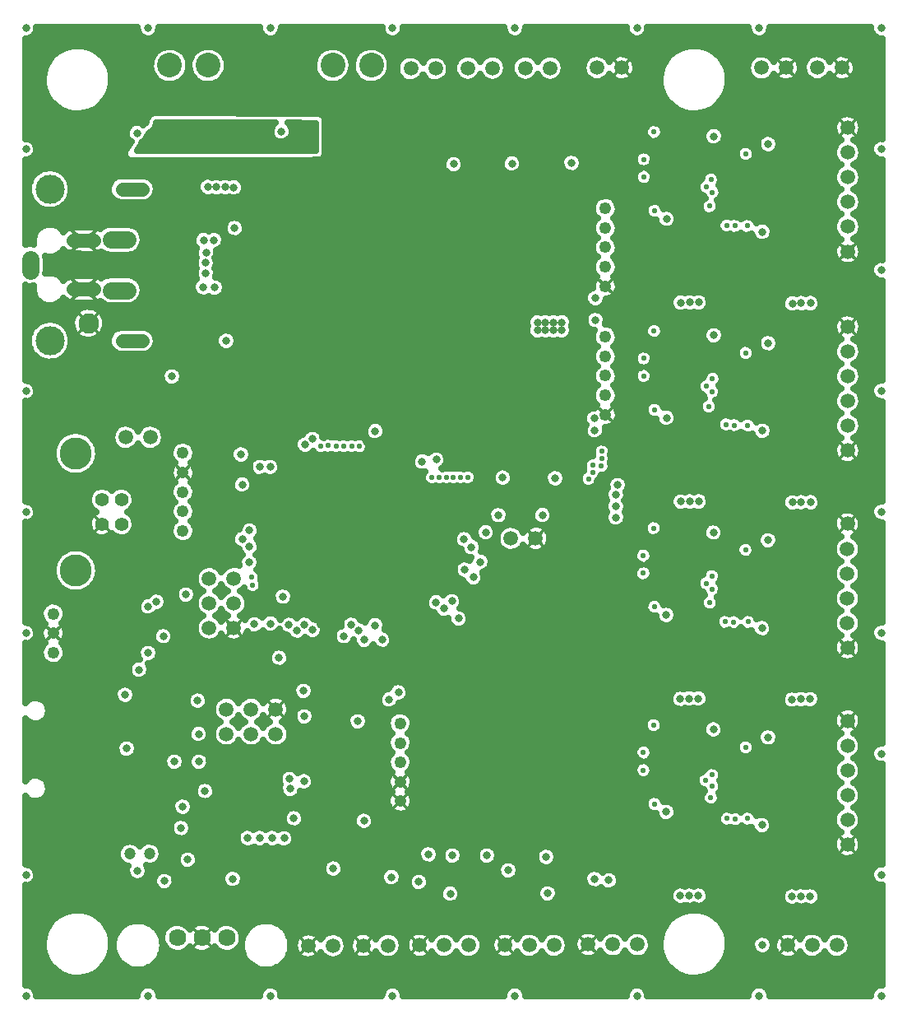
<source format=gbr>
G04 DipTrace 2.4.0.1*
%INGND.gbr*%
%MOIN*%
%ADD22C,0.025*%
%ADD23C,0.013*%
%ADD32C,0.0709*%
%ADD34C,0.0551*%
%ADD37C,0.1181*%
%ADD39C,0.0827*%
%ADD41C,0.0559*%
%ADD43C,0.1299*%
%ADD45C,0.0591*%
%ADD48C,0.1*%
%ADD51C,0.0705*%
%ADD64C,0.0492*%
%ADD77C,0.0472*%
%ADD99C,0.032*%
%ADD101C,0.022*%
%FSLAX44Y44*%
G04*
G70*
G90*
G75*
G01*
%LNInner1_Plane*%
%LPD*%
D99*
X4493Y10413D3*
X5000Y13610D3*
X7420Y9880D3*
X6330Y25480D3*
X19960Y5480D3*
X23460Y5130D3*
X19960Y5480D3*
X17040Y16340D3*
X24325Y19775D3*
Y20225D3*
X17350Y16080D3*
X18830Y17975D3*
X6020Y5050D3*
X6900Y16650D3*
X9460Y17950D3*
X11700Y11720D3*
X11660Y12750D3*
X4430Y12590D3*
X10830Y16570D3*
X17700Y6080D3*
X18200Y17660D3*
X17950Y15680D3*
X8870Y31500D3*
X17610Y4540D3*
X18550Y17350D3*
X17680Y16380D3*
X8525Y26925D3*
X6700Y7200D3*
X6760Y8060D3*
X5360Y14280D3*
X7371Y12359D3*
X23500Y27770D3*
X16475Y22045D3*
X23490Y28660D3*
X23470Y23310D3*
X17050Y22120D3*
X23450Y23790D3*
X24325Y20700D3*
X24395Y21080D3*
X16900Y35190D3*
X19290Y34960D3*
X21650Y35110D3*
X2370Y25820D3*
Y25280D3*
X4930Y15390D3*
X7790Y33160D3*
X30170Y33510D3*
Y33050D3*
X30150Y32580D3*
X29690Y33080D3*
Y33520D3*
X29680Y32610D3*
X29220D3*
X29230Y33050D3*
X29210Y33520D3*
D101*
X28810Y31590D3*
X29150Y31580D3*
X29650D3*
X28130Y32380D3*
X28240Y32940D3*
X28000Y33150D3*
X28180Y33460D3*
X29590Y34500D3*
D99*
X30500Y34890D3*
X28290Y35210D3*
X32630Y33980D3*
X32620Y32100D3*
X30260Y31340D3*
X28410Y28560D3*
Y28920D3*
X29180D3*
X28770Y28560D3*
Y28910D3*
X29180Y28560D3*
X29400Y35330D3*
X28850D3*
X29400Y35760D3*
X28850D3*
X32040Y35620D3*
X31670D3*
X31230D3*
X26730Y35630D3*
D101*
X25893Y32195D3*
X25453Y33555D3*
Y34275D3*
X25873Y35385D3*
D99*
X26380Y31870D3*
X9890Y6790D3*
X10940Y32880D3*
X11410Y32870D3*
X11900Y32850D3*
X13210Y31950D3*
X11930Y30190D3*
X12610Y30210D3*
X12600Y29150D3*
X9440Y29580D3*
X7610Y31010D3*
X8030D3*
X7590Y29100D3*
X8060Y29080D3*
X7700Y29670D3*
Y30080D3*
X7710Y30490D3*
X10770Y35410D3*
X11100Y35020D3*
X11470Y35010D3*
X11860Y35020D3*
X5140Y34950D3*
X5540D3*
X5930D3*
X4910Y35340D3*
X12550Y25110D3*
Y24040D3*
X11720Y25160D3*
X9370Y24410D3*
X9400Y6790D3*
X10730Y27860D3*
X11130D3*
X11540Y27850D3*
X12870Y27000D3*
X19320Y35650D3*
X17750Y34080D3*
X20110Y34110D3*
X33133Y30735D3*
X33123Y30345D3*
X33113Y29945D3*
X32733Y30735D3*
X32723Y30345D3*
X32713Y29945D3*
X32883Y29435D3*
X33753Y29445D3*
X33333D3*
X32863Y29005D3*
X33733Y29015D3*
X33313D3*
X31483Y28445D3*
X32213Y28455D3*
X31843D3*
X26953Y28475D3*
X27683Y28485D3*
X27313D3*
X33133Y22675D3*
X26193Y29955D3*
X33123Y22285D3*
X33113Y21885D3*
X32733Y22675D3*
X32723Y22285D3*
X32713Y21885D3*
X32883Y21375D3*
X33753Y21385D3*
X33333D3*
X30170Y25450D3*
Y24990D3*
X30150Y24520D3*
X29690Y25020D3*
Y25460D3*
X29680Y24550D3*
X29220D3*
X29230Y24990D3*
X29210Y25460D3*
D101*
X28800Y23540D3*
X29140Y23510D3*
X29670Y23500D3*
X28090Y24270D3*
X28220Y24860D3*
X28000Y25090D3*
X28240Y25390D3*
X29590Y26440D3*
D99*
X30500Y26830D3*
X28290Y27150D3*
X32630Y25920D3*
X32620Y24040D3*
X30260Y23280D3*
X28410Y20500D3*
Y20860D3*
X29180D3*
X28770Y20500D3*
Y20850D3*
X29180Y20500D3*
X29400Y27270D3*
X28850D3*
X29400Y27700D3*
X28850D3*
X32040Y27560D3*
X31670D3*
X31230D3*
X26730Y27570D3*
D101*
X25893Y24135D3*
X25453Y25495D3*
Y26215D3*
X25873Y27325D3*
D99*
X26380Y23810D3*
X32863Y20945D3*
X33733Y20955D3*
X33313D3*
X31483Y20385D3*
X32213Y20395D3*
X31843D3*
X26953Y20415D3*
X27683Y20425D3*
X27313D3*
X26193Y21895D3*
X33120Y14695D3*
X33110Y14305D3*
X33100Y13905D3*
X32720Y14695D3*
X32710Y14305D3*
X32700Y13905D3*
X32870Y13395D3*
X33740Y13405D3*
X33320D3*
X30157Y17469D3*
Y17009D3*
X30137Y16539D3*
X29677Y17039D3*
Y17479D3*
X29667Y16569D3*
X29207D3*
X29217Y17009D3*
X29197Y17479D3*
D101*
X28750Y15550D3*
X29100Y15540D3*
X29690Y15550D3*
X28130Y16320D3*
X28220Y16870D3*
X27987Y17109D3*
X28220Y17400D3*
X29577Y18459D3*
D99*
X30487Y18849D3*
X28277Y19169D3*
X32617Y17939D3*
X32607Y16059D3*
X30247Y15299D3*
X28397Y12519D3*
Y12879D3*
X29167D3*
X28757Y12519D3*
Y12869D3*
X29167Y12519D3*
X29387Y19289D3*
X28837D3*
X29387Y19719D3*
X28837D3*
X32027Y19579D3*
X31657D3*
X31217D3*
X26717Y19589D3*
D101*
X25880Y16155D3*
X25440Y17515D3*
Y18235D3*
X25860Y19345D3*
D99*
X26367Y15829D3*
X32850Y12965D3*
X33720Y12975D3*
X33300D3*
X31470Y12405D3*
X32200Y12415D3*
X31830D3*
X26940Y12435D3*
X27670Y12445D3*
X27300D3*
X26180Y13915D3*
X33123Y6715D3*
X33113Y6325D3*
X33103Y5925D3*
X32723Y6715D3*
X32713Y6325D3*
X32703Y5925D3*
X32873Y5415D3*
X33743Y5425D3*
X33323D3*
X30160Y9490D3*
Y9030D3*
X30140Y8560D3*
X29680Y9060D3*
Y9500D3*
X29670Y8590D3*
X29210D3*
X29220Y9030D3*
X29200Y9500D3*
D101*
X28840Y7580D3*
X29160Y7560D3*
X29670Y7580D3*
X28170Y8420D3*
X28225Y8900D3*
X27950Y9125D3*
X28225Y9350D3*
X29590Y10470D3*
D99*
X30490Y10870D3*
X28280Y11190D3*
X32620Y9960D3*
X32610Y8080D3*
X30250Y7320D3*
X28400Y4540D3*
Y4900D3*
X29170D3*
X28760Y4540D3*
Y4890D3*
X29170Y4540D3*
X29390Y11310D3*
X28840D3*
X29390Y11740D3*
X28840D3*
X32030Y11600D3*
X31660D3*
X31220D3*
X26720Y11610D3*
D101*
X25883Y8175D3*
X25443Y9535D3*
Y10255D3*
X25863Y11365D3*
D99*
X26370Y7850D3*
X32853Y4985D3*
X33723Y4995D3*
X33303D3*
X31473Y4425D3*
X32203Y4435D3*
X31833D3*
X26943Y4455D3*
X27673Y4465D3*
X27303D3*
X26183Y5935D3*
X22530Y34130D3*
X19625Y30250D3*
X20575D3*
Y29875D3*
X19625D3*
X20575Y30625D3*
X19625D3*
X21625Y33450D3*
X410Y39590D3*
X8140Y33150D3*
X19100Y6080D3*
X21500Y6025D3*
X10390Y6790D3*
X10880Y6780D3*
X8490Y33150D3*
X11275Y7600D3*
X11130Y8780D3*
X11680Y9090D3*
X11100Y9180D3*
X9825Y8375D3*
X4520Y11260D3*
X8840Y33140D3*
X15510Y12700D3*
X15140Y12410D3*
X14850Y14830D3*
X14560Y15410D3*
X14120Y14820D3*
X13900Y15200D3*
X13600Y15425D3*
X13300Y14970D3*
X11700Y15425D3*
X12350D3*
X12025Y15225D3*
X11230Y13220D3*
X14330Y13260D3*
X8540Y13150D3*
X20600Y25475D3*
Y25075D3*
Y24600D3*
X19625Y25475D3*
Y25075D3*
Y24600D3*
X21500Y28300D3*
X21150Y27675D3*
X21475D3*
X21800D3*
X22125D3*
X21150Y27350D3*
X21475D3*
X21800D3*
X22125D3*
X10310Y21820D3*
X9900D3*
X14575Y23275D3*
X10250Y8375D3*
Y7900D3*
X19050Y19175D3*
X18175Y18900D3*
X18475Y18575D3*
X9850Y7875D3*
X10725Y22775D3*
X11725Y22725D3*
X12025Y22950D3*
X14220Y22830D3*
X16070Y23380D3*
X9025Y23250D3*
X9475Y18600D3*
X9180Y18900D3*
X11390Y15200D3*
X11075Y15425D3*
X5375Y16175D3*
X20775Y6070D3*
X16730Y6130D3*
X15225Y5210D3*
X30260Y2460D3*
X24040Y5080D3*
X21555Y4550D3*
X16340Y5020D3*
X13200Y10590D3*
X12850Y6260D3*
X10030Y3800D3*
X12925Y4060D3*
X19560Y19870D3*
X21350Y19875D3*
X19740Y21390D3*
X9675Y15450D3*
X10325Y15475D3*
X9125Y22325D3*
X21860Y21360D3*
X5700Y16360D3*
X5980Y14970D3*
X5640Y18710D3*
X2325Y15350D3*
X23100Y6050D3*
X6990Y3825D3*
X8255Y4075D3*
X9300Y4100D3*
X7410Y11010D3*
X10675Y14100D3*
X9575Y14750D3*
X9180Y21110D3*
X9475Y19250D3*
X7670Y8700D3*
X6675Y28550D3*
X6700Y27975D3*
Y27425D3*
X6100Y32650D3*
X6075Y31725D3*
X6525D3*
Y32650D3*
X5700D3*
X5675Y31725D3*
X410Y410D3*
X35090Y39590D3*
Y410D3*
X4930Y5460D3*
X6970Y5920D3*
X8790Y5140D3*
X13860Y11520D3*
X12870Y5560D3*
X14110Y7490D3*
X6430Y9880D3*
X12960Y19400D3*
X11910Y20430D3*
X14070Y20460D3*
Y18250D3*
X11870Y18230D3*
X410Y5300D3*
Y15100D3*
Y20000D3*
Y24900D3*
Y34690D3*
X35090D3*
Y29790D3*
Y24900D3*
X5360Y39590D3*
X35090Y20000D3*
Y15100D3*
Y10200D3*
Y5310D3*
X10320Y39590D3*
X15270D3*
X20230D3*
X25180D3*
X30130D3*
X5360Y410D3*
X10320D3*
X15270D3*
X20230D3*
X25180D3*
X30130D3*
X20570Y6890D3*
X7210Y11880D3*
X16040Y13680D3*
X17640Y14920D3*
D101*
X16870Y21400D3*
D99*
X19240Y18710D3*
X22080Y19890D3*
X25700Y9070D3*
X27560Y8180D3*
X27300Y11030D3*
X25710Y17060D3*
X27290Y18900D3*
X30250Y12540D3*
X30210Y14130D3*
X27480Y16180D3*
X30460Y20590D3*
X30390Y22080D3*
X25700Y25020D3*
X27340Y26860D3*
X30350Y30100D3*
X30400Y28600D3*
X25720Y33130D3*
X27360Y34970D3*
X27510Y32210D3*
X5260Y35760D3*
X7460Y19800D3*
X8410Y18730D3*
X2370Y24610D3*
Y24040D3*
D101*
X12350Y22670D3*
X12670Y22680D3*
X12980Y22670D3*
X13290D3*
X13610D3*
X13920Y22660D3*
X9560Y17360D3*
X9600Y17030D3*
X17170Y21400D3*
X17460D3*
X18020D3*
X17740D3*
X18320D3*
X23750Y22450D3*
Y22150D3*
X23740Y21850D3*
X23390Y21880D3*
X23380Y21590D3*
X23220Y21340D3*
X795Y39366D2*
D22*
X4975D1*
X5748D2*
X9932D1*
X10705D2*
X14885D1*
X15658D2*
X19842D1*
X20615D2*
X24796D1*
X25564D2*
X29745D1*
X30517D2*
X34706D1*
X410Y39118D2*
X35089D1*
X410Y38869D2*
X2335D1*
X2666D2*
X27335D1*
X27666D2*
X35089D1*
X410Y38620D2*
X1674D1*
X3326D2*
X5674D1*
X6806D2*
X7233D1*
X8365D2*
X12284D1*
X13416D2*
X13842D1*
X14978D2*
X26674D1*
X28326D2*
X35089D1*
X410Y38372D2*
X1409D1*
X3592D2*
X5506D1*
X6971D2*
X7066D1*
X8533D2*
X12120D1*
X13584D2*
X13675D1*
X15142D2*
X15616D1*
X16404D2*
X16616D1*
X17404D2*
X17905D1*
X18736D2*
X18905D1*
X19736D2*
X20233D1*
X21064D2*
X21232D1*
X22064D2*
X23124D1*
X23994D2*
X24124D1*
X24994D2*
X26409D1*
X28592D2*
X29803D1*
X30654D2*
X30803D1*
X31654D2*
X32053D1*
X32924D2*
X33055D1*
X33924D2*
X35089D1*
X410Y38123D2*
X1249D1*
X3752D2*
X5452D1*
X8588D2*
X12061D1*
X15197D2*
X15452D1*
X17568D2*
X17756D1*
X19885D2*
X20085D1*
X22213D2*
X22991D1*
X25131D2*
X26249D1*
X28752D2*
X29663D1*
X31795D2*
X31921D1*
X34060D2*
X35089D1*
X410Y37874D2*
X1151D1*
X3849D2*
X5479D1*
X8560D2*
X12089D1*
X15170D2*
X15428D1*
X17592D2*
X17745D1*
X19896D2*
X20073D1*
X22228D2*
X22987D1*
X25135D2*
X26151D1*
X28849D2*
X29655D1*
X31806D2*
X31917D1*
X34064D2*
X35089D1*
X410Y37625D2*
X1104D1*
X3896D2*
X5600D1*
X6881D2*
X7159D1*
X8439D2*
X12210D1*
X13490D2*
X13768D1*
X15049D2*
X15530D1*
X17490D2*
X17854D1*
X19787D2*
X20182D1*
X22115D2*
X23108D1*
X24010D2*
X24108D1*
X25010D2*
X26104D1*
X28896D2*
X29772D1*
X30689D2*
X30774D1*
X31689D2*
X32038D1*
X32939D2*
X33038D1*
X33939D2*
X35089D1*
X410Y37377D2*
X1104D1*
X3896D2*
X5913D1*
X6564D2*
X7475D1*
X8127D2*
X12526D1*
X13178D2*
X14085D1*
X14736D2*
X26104D1*
X28896D2*
X35089D1*
X410Y37128D2*
X1151D1*
X3849D2*
X26151D1*
X28849D2*
X35089D1*
X410Y36879D2*
X1245D1*
X3752D2*
X26245D1*
X28752D2*
X35089D1*
X410Y36631D2*
X1409D1*
X3592D2*
X26409D1*
X28592D2*
X35089D1*
X410Y36382D2*
X1671D1*
X3326D2*
X26671D1*
X28326D2*
X35089D1*
X410Y36133D2*
X2311D1*
X2685D2*
X5499D1*
X12322D2*
X27311D1*
X27685D2*
X35089D1*
X410Y35885D2*
X5284D1*
X12560D2*
X33245D1*
X34201D2*
X35089D1*
X410Y35636D2*
X4581D1*
X12560D2*
X25569D1*
X26178D2*
X33143D1*
X34303D2*
X35089D1*
X410Y35387D2*
X4464D1*
X12560D2*
X25475D1*
X26271D2*
X27878D1*
X28701D2*
X33163D1*
X34283D2*
X35089D1*
X410Y35139D2*
X4510D1*
X12560D2*
X25565D1*
X26181D2*
X27846D1*
X28732D2*
X30131D1*
X30869D2*
X33323D1*
X34123D2*
X35089D1*
X810Y34890D2*
X4600D1*
X12560D2*
X27987D1*
X28596D2*
X30049D1*
X30951D2*
X33249D1*
X34189D2*
X34690D1*
X857Y34641D2*
X4436D1*
X12560D2*
X25346D1*
X25560D2*
X29217D1*
X29963D2*
X30131D1*
X30869D2*
X33143D1*
X34299D2*
X34643D1*
X740Y34393D2*
X4428D1*
X12533D2*
X17436D1*
X18064D2*
X19768D1*
X20451D2*
X22171D1*
X22889D2*
X25073D1*
X25834D2*
X29206D1*
X29974D2*
X33159D1*
X34283D2*
X34760D1*
X410Y34144D2*
X17303D1*
X18193D2*
X19663D1*
X20560D2*
X22081D1*
X22978D2*
X25077D1*
X25830D2*
X29448D1*
X29732D2*
X33311D1*
X34131D2*
X35089D1*
X410Y33895D2*
X1124D1*
X1631D2*
X17342D1*
X18158D2*
X19717D1*
X20502D2*
X22151D1*
X22908D2*
X25268D1*
X25635D2*
X33253D1*
X34185D2*
X35089D1*
X410Y33646D2*
X721D1*
X2037D2*
X25065D1*
X25842D2*
X27831D1*
X28529D2*
X33143D1*
X34299D2*
X35089D1*
X410Y33398D2*
X561D1*
X2193D2*
X3854D1*
X5592D2*
X7413D1*
X9201D2*
X25089D1*
X25818D2*
X27694D1*
X28576D2*
X33155D1*
X34283D2*
X35089D1*
X410Y33149D2*
X503D1*
X2256D2*
X3753D1*
X5697D2*
X7339D1*
X9291D2*
X27600D1*
X28576D2*
X33303D1*
X34135D2*
X35089D1*
X410Y32900D2*
X514D1*
X2240D2*
X3772D1*
X5674D2*
X7428D1*
X9217D2*
X27694D1*
X28639D2*
X33256D1*
X34181D2*
X35089D1*
X410Y32652D2*
X608D1*
X2150D2*
X3944D1*
X5506D2*
X23514D1*
X24287D2*
X27846D1*
X28506D2*
X33143D1*
X34295D2*
X35089D1*
X410Y32403D2*
X819D1*
X1935D2*
X23378D1*
X24424D2*
X25557D1*
X26228D2*
X27729D1*
X28529D2*
X33155D1*
X34287D2*
X35089D1*
X410Y32154D2*
X23381D1*
X24416D2*
X25495D1*
X26721D2*
X27807D1*
X28455D2*
X33299D1*
X34142D2*
X35089D1*
X410Y31906D2*
X8717D1*
X9021D2*
X23538D1*
X24264D2*
X25631D1*
X26830D2*
X28585D1*
X29361D2*
X29439D1*
X29861D2*
X33260D1*
X34178D2*
X35089D1*
X410Y31657D2*
X8452D1*
X9291D2*
X23389D1*
X24412D2*
X25987D1*
X26771D2*
X28417D1*
X30568D2*
X33147D1*
X34295D2*
X35089D1*
X410Y31408D2*
X850D1*
X1904D2*
X1983D1*
X5037D2*
X7436D1*
X8201D2*
X8428D1*
X9310D2*
X23374D1*
X24428D2*
X28456D1*
X30705D2*
X33155D1*
X34287D2*
X35089D1*
X410Y31160D2*
X717D1*
X5158D2*
X7186D1*
X8451D2*
X8594D1*
X9150D2*
X23495D1*
X24303D2*
X29850D1*
X30670D2*
X33292D1*
X34146D2*
X35089D1*
X410Y30911D2*
X698D1*
X5162D2*
X7171D1*
X8467D2*
X23405D1*
X24396D2*
X33272D1*
X34174D2*
X35089D1*
X5056Y30662D2*
X7296D1*
X8299D2*
X23366D1*
X24431D2*
X33151D1*
X34295D2*
X35089D1*
X1728Y30414D2*
X3725D1*
X4658D2*
X7268D1*
X8154D2*
X23464D1*
X24338D2*
X33155D1*
X34291D2*
X35089D1*
X1236Y30165D2*
X7260D1*
X8142D2*
X23421D1*
X24377D2*
X33288D1*
X34158D2*
X34866D1*
X1236Y29916D2*
X7284D1*
X8115D2*
X23366D1*
X24435D2*
X34659D1*
X1491Y29667D2*
X7249D1*
X8150D2*
X23436D1*
X24365D2*
X34659D1*
X4986Y29419D2*
X7284D1*
X8342D2*
X23448D1*
X24353D2*
X34858D1*
X5142Y29170D2*
X7147D1*
X8502D2*
X23366D1*
X24435D2*
X35089D1*
X410Y28921D2*
X702D1*
X5170D2*
X7178D1*
X8478D2*
X23131D1*
X24389D2*
X35089D1*
X410Y28673D2*
X792D1*
X5092D2*
X7913D1*
X8205D2*
X23042D1*
X24131D2*
X26553D1*
X28088D2*
X31100D1*
X32603D2*
X35089D1*
X410Y28424D2*
X1065D1*
X1689D2*
X3553D1*
X4834D2*
X23112D1*
X23869D2*
X26506D1*
X28127D2*
X31034D1*
X32662D2*
X35089D1*
X410Y28175D2*
X2514D1*
X3392D2*
X23346D1*
X23654D2*
X26628D1*
X27998D2*
X31131D1*
X32556D2*
X35089D1*
X410Y27927D2*
X2315D1*
X3592D2*
X20784D1*
X22494D2*
X23081D1*
X23920D2*
X33342D1*
X34107D2*
X35089D1*
X410Y27678D2*
X940D1*
X1814D2*
X2249D1*
X3654D2*
X20702D1*
X22576D2*
X23061D1*
X23939D2*
X25721D1*
X26025D2*
X33171D1*
X34279D2*
X35089D1*
X410Y27429D2*
X659D1*
X2096D2*
X2284D1*
X3623D2*
X4081D1*
X5369D2*
X20706D1*
X22568D2*
X23221D1*
X24306D2*
X25487D1*
X26260D2*
X27944D1*
X28635D2*
X33143D1*
X34303D2*
X35089D1*
X410Y27181D2*
X534D1*
X2221D2*
X2428D1*
X3478D2*
X3807D1*
X5642D2*
X8159D1*
X8889D2*
X20737D1*
X22541D2*
X23374D1*
X24428D2*
X25503D1*
X26244D2*
X27842D1*
X28740D2*
X30237D1*
X30764D2*
X33233D1*
X34213D2*
X35089D1*
X410Y26932D2*
X499D1*
X2260D2*
X3745D1*
X5705D2*
X8077D1*
X8974D2*
X21049D1*
X21253D2*
X21374D1*
X21575D2*
X21699D1*
X21902D2*
X22026D1*
X22223D2*
X23389D1*
X24412D2*
X27901D1*
X28681D2*
X30061D1*
X30939D2*
X33350D1*
X34088D2*
X35089D1*
X410Y26683D2*
X534D1*
X2221D2*
X3803D1*
X5642D2*
X8151D1*
X8900D2*
X23534D1*
X24267D2*
X29280D1*
X29900D2*
X30077D1*
X30924D2*
X33171D1*
X34271D2*
X35089D1*
X410Y26435D2*
X655D1*
X2099D2*
X4069D1*
X5381D2*
X23381D1*
X24420D2*
X25124D1*
X25783D2*
X29190D1*
X29990D2*
X30319D1*
X30681D2*
X33139D1*
X34303D2*
X35089D1*
X410Y26186D2*
X928D1*
X1826D2*
X23378D1*
X24424D2*
X25053D1*
X25853D2*
X29288D1*
X29892D2*
X33225D1*
X34217D2*
X35089D1*
X410Y25937D2*
X23518D1*
X24283D2*
X25178D1*
X25728D2*
X33358D1*
X34084D2*
X35089D1*
X410Y25688D2*
X5936D1*
X6724D2*
X23393D1*
X24404D2*
X25108D1*
X25799D2*
X27987D1*
X28490D2*
X33171D1*
X34267D2*
X35089D1*
X410Y25440D2*
X5881D1*
X6779D2*
X23370D1*
X24431D2*
X25057D1*
X25849D2*
X27839D1*
X28635D2*
X33135D1*
X34303D2*
X35089D1*
X744Y25191D2*
X5995D1*
X6666D2*
X23479D1*
X24318D2*
X25210D1*
X25697D2*
X27616D1*
X28584D2*
X33221D1*
X34221D2*
X34756D1*
X857Y24942D2*
X23413D1*
X24389D2*
X27631D1*
X28611D2*
X33366D1*
X34076D2*
X34643D1*
X806Y24694D2*
X23366D1*
X24435D2*
X27858D1*
X28580D2*
X33174D1*
X34267D2*
X34694D1*
X410Y24445D2*
X23448D1*
X24349D2*
X25659D1*
X26131D2*
X27733D1*
X28447D2*
X33135D1*
X34303D2*
X35089D1*
X410Y24196D2*
X23299D1*
X24369D2*
X25499D1*
X26580D2*
X27698D1*
X28482D2*
X33217D1*
X34221D2*
X35089D1*
X410Y23948D2*
X23030D1*
X24435D2*
X25546D1*
X26806D2*
X27874D1*
X28306D2*
X33374D1*
X34068D2*
X35089D1*
X410Y23699D2*
X23010D1*
X24377D2*
X25944D1*
X26814D2*
X28436D1*
X30014D2*
X30163D1*
X30358D2*
X33174D1*
X34264D2*
X35089D1*
X410Y23450D2*
X4077D1*
X4846D2*
X5077D1*
X5846D2*
X14163D1*
X14986D2*
X23046D1*
X24068D2*
X26128D1*
X26631D2*
X28413D1*
X30674D2*
X33135D1*
X34303D2*
X35089D1*
X410Y23202D2*
X2026D1*
X2838D2*
X3905D1*
X6014D2*
X11659D1*
X12392D2*
X14131D1*
X15017D2*
X23034D1*
X23904D2*
X28612D1*
X30701D2*
X33214D1*
X34224D2*
X35089D1*
X410Y22953D2*
X1702D1*
X3162D2*
X3878D1*
X6041D2*
X11342D1*
X14178D2*
X14276D1*
X14877D2*
X23214D1*
X23724D2*
X29964D1*
X30556D2*
X33389D1*
X34056D2*
X35089D1*
X410Y22704D2*
X1553D1*
X3306D2*
X3971D1*
X5947D2*
X6354D1*
X7193D2*
X8909D1*
X9342D2*
X11276D1*
X14318D2*
X23448D1*
X24049D2*
X33182D1*
X34264D2*
X35089D1*
X410Y22456D2*
X1495D1*
X3365D2*
X6245D1*
X7306D2*
X8694D1*
X9553D2*
X11370D1*
X14260D2*
X16342D1*
X16611D2*
X16764D1*
X17334D2*
X23350D1*
X24150D2*
X33139D1*
X34306D2*
X35089D1*
X410Y22207D2*
X1506D1*
X3357D2*
X6268D1*
X7279D2*
X8690D1*
X9556D2*
X9703D1*
X10510D2*
X16057D1*
X17490D2*
X23182D1*
X24146D2*
X33214D1*
X34236D2*
X35089D1*
X410Y21958D2*
X1589D1*
X3271D2*
X6393D1*
X7158D2*
X8885D1*
X9365D2*
X9472D1*
X10736D2*
X16034D1*
X17467D2*
X22999D1*
X24123D2*
X33510D1*
X33939D2*
X35089D1*
X410Y21709D2*
X1772D1*
X3088D2*
X6253D1*
X7299D2*
X9464D1*
X10744D2*
X16190D1*
X18556D2*
X19436D1*
X20045D2*
X21592D1*
X22127D2*
X22999D1*
X24111D2*
X35089D1*
X410Y21461D2*
X2307D1*
X2553D2*
X6256D1*
X7295D2*
X8917D1*
X9443D2*
X9647D1*
X10560D2*
X16475D1*
X18717D2*
X19296D1*
X20185D2*
X21421D1*
X22299D2*
X22839D1*
X23756D2*
X24182D1*
X24607D2*
X35089D1*
X410Y21212D2*
X6409D1*
X7142D2*
X8741D1*
X9619D2*
X16522D1*
X18670D2*
X19331D1*
X20150D2*
X21436D1*
X22283D2*
X22842D1*
X23596D2*
X23967D1*
X24822D2*
X35089D1*
X410Y20963D2*
X3202D1*
X3795D2*
X3987D1*
X4584D2*
X6264D1*
X7287D2*
X8756D1*
X9603D2*
X21682D1*
X22037D2*
X23960D1*
X24830D2*
X35089D1*
X410Y20715D2*
X2975D1*
X4806D2*
X6249D1*
X7303D2*
X8999D1*
X9361D2*
X23874D1*
X24775D2*
X26628D1*
X28017D2*
X31190D1*
X32517D2*
X35089D1*
X410Y20466D2*
X2928D1*
X4853D2*
X6366D1*
X7181D2*
X23944D1*
X24705D2*
X26506D1*
X28131D2*
X31042D1*
X32658D2*
X35089D1*
X799Y20217D2*
X3003D1*
X4779D2*
X6280D1*
X7271D2*
X19292D1*
X19830D2*
X21073D1*
X21627D2*
X23874D1*
X24775D2*
X26553D1*
X28080D2*
X31069D1*
X32623D2*
X34702D1*
X857Y19969D2*
X3182D1*
X4599D2*
X6241D1*
X7310D2*
X19124D1*
X19998D2*
X20909D1*
X21791D2*
X23921D1*
X24728D2*
X31374D1*
X31590D2*
X33358D1*
X34064D2*
X34643D1*
X756Y19720D2*
X2971D1*
X4810D2*
X6335D1*
X7217D2*
X19139D1*
X19982D2*
X20928D1*
X21771D2*
X23878D1*
X24771D2*
X33163D1*
X34256D2*
X34745D1*
X410Y19471D2*
X2928D1*
X4853D2*
X6299D1*
X7252D2*
X9089D1*
X9861D2*
X18721D1*
X19732D2*
X19924D1*
X20224D2*
X20924D1*
X21506D2*
X24003D1*
X24646D2*
X25483D1*
X26240D2*
X27952D1*
X28599D2*
X33128D1*
X34295D2*
X35089D1*
X410Y19223D2*
X3010D1*
X4775D2*
X6241D1*
X7310D2*
X8878D1*
X9924D2*
X17874D1*
X18478D2*
X18601D1*
X19498D2*
X19577D1*
X21576D2*
X25479D1*
X26240D2*
X27831D1*
X28724D2*
X30260D1*
X30717D2*
X33206D1*
X34213D2*
X35089D1*
X410Y18974D2*
X3366D1*
X3626D2*
X4155D1*
X4416D2*
X6307D1*
X7244D2*
X8737D1*
X9822D2*
X17733D1*
X21658D2*
X25780D1*
X25942D2*
X27874D1*
X28678D2*
X30057D1*
X30920D2*
X33370D1*
X34045D2*
X35089D1*
X410Y18725D2*
X6671D1*
X6877D2*
X8768D1*
X9904D2*
X17764D1*
X18896D2*
X19526D1*
X21623D2*
X29288D1*
X29865D2*
X30057D1*
X30920D2*
X33167D1*
X34248D2*
X35089D1*
X410Y18477D2*
X2061D1*
X2803D2*
X9042D1*
X9908D2*
X18038D1*
X18912D2*
X19714D1*
X20435D2*
X20714D1*
X21435D2*
X25128D1*
X25752D2*
X29178D1*
X29978D2*
X30256D1*
X30717D2*
X33124D1*
X34291D2*
X35089D1*
X410Y18228D2*
X1714D1*
X3146D2*
X9112D1*
X9806D2*
X18206D1*
X19197D2*
X25042D1*
X25842D2*
X29256D1*
X29896D2*
X33198D1*
X34217D2*
X35089D1*
X410Y17979D2*
X1561D1*
X3303D2*
X9010D1*
X9908D2*
X17893D1*
X19279D2*
X25139D1*
X25740D2*
X33378D1*
X34037D2*
X35089D1*
X410Y17730D2*
X1499D1*
X3365D2*
X7456D1*
X8224D2*
X8456D1*
X9849D2*
X17756D1*
X19201D2*
X25108D1*
X25771D2*
X28018D1*
X28424D2*
X33167D1*
X34248D2*
X35089D1*
X410Y17482D2*
X1503D1*
X3357D2*
X7284D1*
X9939D2*
X17788D1*
X18978D2*
X25042D1*
X25838D2*
X27831D1*
X28611D2*
X33124D1*
X34291D2*
X35089D1*
X410Y17233D2*
X1581D1*
X3279D2*
X7260D1*
X9939D2*
X18116D1*
X18982D2*
X25167D1*
X25713D2*
X27608D1*
X28580D2*
X33194D1*
X34221D2*
X35089D1*
X410Y16984D2*
X1756D1*
X3103D2*
X6612D1*
X7185D2*
X7349D1*
X9998D2*
X10710D1*
X10947D2*
X18307D1*
X18791D2*
X27608D1*
X28603D2*
X33385D1*
X34029D2*
X35089D1*
X410Y16736D2*
X2214D1*
X2646D2*
X5475D1*
X5924D2*
X6460D1*
X7342D2*
X7464D1*
X8217D2*
X8464D1*
X9217D2*
X9345D1*
X9857D2*
X10413D1*
X11248D2*
X16862D1*
X17221D2*
X17424D1*
X17935D2*
X27846D1*
X28596D2*
X33171D1*
X34244D2*
X35089D1*
X410Y16487D2*
X5061D1*
X6131D2*
X6483D1*
X9392D2*
X10389D1*
X11271D2*
X16616D1*
X18115D2*
X25682D1*
X26080D2*
X27768D1*
X28490D2*
X33124D1*
X34291D2*
X35089D1*
X410Y16238D2*
X1139D1*
X1900D2*
X4928D1*
X6131D2*
X6768D1*
X7032D2*
X7256D1*
X9424D2*
X10538D1*
X11119D2*
X16604D1*
X18107D2*
X25491D1*
X26506D2*
X27741D1*
X28521D2*
X33190D1*
X34221D2*
X35089D1*
X410Y15990D2*
X999D1*
X2041D2*
X4967D1*
X5931D2*
X7350D1*
X9330D2*
X16776D1*
X18267D2*
X25518D1*
X26787D2*
X27928D1*
X28334D2*
X33393D1*
X34021D2*
X35089D1*
X410Y15741D2*
X1003D1*
X2041D2*
X7471D1*
X8209D2*
X8471D1*
X9209D2*
X9338D1*
X10681D2*
X10764D1*
X12010D2*
X13292D1*
X13908D2*
X14268D1*
X14849D2*
X17069D1*
X18396D2*
X25928D1*
X26806D2*
X28401D1*
X30037D2*
X33171D1*
X34244D2*
X35089D1*
X599Y15492D2*
X1151D1*
X1889D2*
X7288D1*
X12381D2*
X13155D1*
X15002D2*
X17546D1*
X18357D2*
X26085D1*
X26650D2*
X28354D1*
X30650D2*
X33124D1*
X34291D2*
X34901D1*
X834Y15244D2*
X1010D1*
X2029D2*
X5631D1*
X6330D2*
X7256D1*
X12474D2*
X12952D1*
X14974D2*
X28510D1*
X29353D2*
X29448D1*
X30693D2*
X33190D1*
X34224D2*
X34667D1*
X846Y14995D2*
X991D1*
X2049D2*
X5530D1*
X6428D2*
X7346D1*
X9334D2*
X10995D1*
X12408D2*
X12850D1*
X15267D2*
X29924D1*
X30568D2*
X33413D1*
X34006D2*
X34655D1*
X670Y14746D2*
X1108D1*
X1931D2*
X5592D1*
X6365D2*
X7729D1*
X7951D2*
X8729D1*
X8951D2*
X12913D1*
X15291D2*
X33178D1*
X34240D2*
X34831D1*
X410Y14498D2*
X1026D1*
X2014D2*
X4971D1*
X5752D2*
X10499D1*
X10849D2*
X13819D1*
X14420D2*
X14561D1*
X15139D2*
X33124D1*
X34295D2*
X35089D1*
X410Y14249D2*
X987D1*
X2053D2*
X4913D1*
X5810D2*
X10253D1*
X11099D2*
X33186D1*
X34232D2*
X35089D1*
X410Y14000D2*
X1077D1*
X1963D2*
X4807D1*
X5705D2*
X10237D1*
X11111D2*
X33440D1*
X33978D2*
X35089D1*
X410Y13751D2*
X4573D1*
X5424D2*
X10409D1*
X10943D2*
X35089D1*
X410Y13503D2*
X4565D1*
X5435D2*
X35089D1*
X410Y13254D2*
X4745D1*
X5256D2*
X35089D1*
X410Y13005D2*
X4315D1*
X4545D2*
X11296D1*
X12025D2*
X15190D1*
X15830D2*
X35089D1*
X410Y12757D2*
X4014D1*
X4846D2*
X7194D1*
X7545D2*
X11210D1*
X12111D2*
X14870D1*
X15955D2*
X26639D1*
X27982D2*
X31210D1*
X32478D2*
X35089D1*
X410Y12508D2*
X3987D1*
X4873D2*
X6948D1*
X7795D2*
X8260D1*
X8822D2*
X9260D1*
X9822D2*
X10260D1*
X10822D2*
X11284D1*
X12033D2*
X14702D1*
X15916D2*
X26499D1*
X28115D2*
X31034D1*
X32639D2*
X35089D1*
X1240Y12259D2*
X4139D1*
X4721D2*
X6932D1*
X7810D2*
X8014D1*
X11068D2*
X14717D1*
X15560D2*
X26530D1*
X28076D2*
X31046D1*
X32623D2*
X35089D1*
X1342Y12011D2*
X7104D1*
X7639D2*
X7956D1*
X11127D2*
X11366D1*
X12033D2*
X14971D1*
X15310D2*
X31288D1*
X32357D2*
X33393D1*
X34033D2*
X35089D1*
X1310Y11762D2*
X8014D1*
X11068D2*
X11253D1*
X12146D2*
X13487D1*
X14236D2*
X15167D1*
X15994D2*
X33174D1*
X34252D2*
X35089D1*
X410Y11513D2*
X491D1*
X1107D2*
X8256D1*
X8822D2*
X9256D1*
X9822D2*
X10256D1*
X10822D2*
X11303D1*
X12096D2*
X13409D1*
X14310D2*
X15049D1*
X16107D2*
X25495D1*
X26232D2*
X27979D1*
X28580D2*
X33128D1*
X34299D2*
X35089D1*
X410Y11265D2*
X7046D1*
X7775D2*
X8014D1*
X11064D2*
X13495D1*
X14224D2*
X15073D1*
X16088D2*
X25475D1*
X26248D2*
X27839D1*
X28724D2*
X30307D1*
X30674D2*
X33198D1*
X34228D2*
X35089D1*
X410Y11016D2*
X6960D1*
X7861D2*
X7955D1*
X11127D2*
X15206D1*
X15955D2*
X25702D1*
X26025D2*
X27866D1*
X28693D2*
X30065D1*
X30916D2*
X33405D1*
X34014D2*
X35089D1*
X410Y10767D2*
X4233D1*
X4752D2*
X7038D1*
X7783D2*
X8010D1*
X11068D2*
X15061D1*
X16099D2*
X28214D1*
X28348D2*
X29339D1*
X29842D2*
X30053D1*
X30928D2*
X33178D1*
X34244D2*
X35089D1*
X410Y10519D2*
X4057D1*
X4931D2*
X8245D1*
X8834D2*
X9245D1*
X9834D2*
X10245D1*
X10834D2*
X15061D1*
X16099D2*
X25151D1*
X25736D2*
X29194D1*
X29986D2*
X30225D1*
X30752D2*
X33124D1*
X34295D2*
X34784D1*
X410Y10270D2*
X4069D1*
X4920D2*
X6237D1*
X6623D2*
X7225D1*
X7615D2*
X15206D1*
X15955D2*
X25046D1*
X25842D2*
X29249D1*
X29931D2*
X33190D1*
X34232D2*
X34647D1*
X410Y10021D2*
X4303D1*
X4681D2*
X6003D1*
X6857D2*
X6995D1*
X7846D2*
X15073D1*
X16088D2*
X25124D1*
X25760D2*
X33417D1*
X34006D2*
X34678D1*
X410Y9772D2*
X5995D1*
X6865D2*
X6982D1*
X7857D2*
X15049D1*
X16107D2*
X25128D1*
X25760D2*
X33178D1*
X34240D2*
X35089D1*
X410Y9524D2*
X6174D1*
X6685D2*
X7163D1*
X7678D2*
X10827D1*
X11373D2*
X15167D1*
X15994D2*
X25042D1*
X25842D2*
X27870D1*
X28584D2*
X33124D1*
X34295D2*
X35089D1*
X410Y9275D2*
X565D1*
X1033D2*
X10663D1*
X12088D2*
X15089D1*
X16072D2*
X25147D1*
X25736D2*
X27581D1*
X28619D2*
X33186D1*
X34232D2*
X35089D1*
X1291Y9026D2*
X7374D1*
X7967D2*
X10678D1*
X12127D2*
X15046D1*
X16115D2*
X27565D1*
X28603D2*
X33424D1*
X33994D2*
X35089D1*
X1346Y8778D2*
X7229D1*
X8111D2*
X10678D1*
X11994D2*
X15135D1*
X16025D2*
X27784D1*
X28603D2*
X33182D1*
X34236D2*
X35089D1*
X1267Y8529D2*
X7256D1*
X8084D2*
X10760D1*
X11498D2*
X15108D1*
X16053D2*
X25733D1*
X26033D2*
X27788D1*
X28553D2*
X33124D1*
X34295D2*
X35089D1*
X410Y8280D2*
X6374D1*
X7146D2*
X7577D1*
X7763D2*
X15046D1*
X16115D2*
X25499D1*
X26267D2*
X27796D1*
X28545D2*
X33182D1*
X34236D2*
X35089D1*
X410Y8032D2*
X6311D1*
X7209D2*
X15108D1*
X16053D2*
X25510D1*
X26779D2*
X33428D1*
X33990D2*
X35089D1*
X410Y7783D2*
X6413D1*
X7107D2*
X10866D1*
X11685D2*
X13776D1*
X14443D2*
X15440D1*
X15721D2*
X25924D1*
X26814D2*
X28499D1*
X30010D2*
X33186D1*
X34236D2*
X35089D1*
X410Y7534D2*
X6413D1*
X6986D2*
X10831D1*
X11721D2*
X13663D1*
X14556D2*
X26061D1*
X26678D2*
X28444D1*
X30642D2*
X33124D1*
X34295D2*
X35089D1*
X410Y7286D2*
X6260D1*
X7142D2*
X10964D1*
X11584D2*
X13714D1*
X14506D2*
X28585D1*
X30697D2*
X33182D1*
X34240D2*
X35089D1*
X410Y7037D2*
X6284D1*
X7119D2*
X9030D1*
X11244D2*
X29909D1*
X30592D2*
X33421D1*
X34002D2*
X35089D1*
X410Y6788D2*
X6569D1*
X6830D2*
X8952D1*
X11330D2*
X33194D1*
X34232D2*
X35089D1*
X410Y6540D2*
X4292D1*
X4971D2*
X5066D1*
X5771D2*
X9030D1*
X11256D2*
X16592D1*
X16869D2*
X33128D1*
X34299D2*
X35089D1*
X410Y6291D2*
X4124D1*
X5928D2*
X6737D1*
X7201D2*
X16311D1*
X17146D2*
X17307D1*
X18096D2*
X18706D1*
X19494D2*
X21143D1*
X21857D2*
X33178D1*
X34248D2*
X35089D1*
X410Y6042D2*
X4116D1*
X5931D2*
X6538D1*
X7400D2*
X16288D1*
X17170D2*
X17251D1*
X18146D2*
X18651D1*
X19549D2*
X21049D1*
X21951D2*
X33405D1*
X34021D2*
X35089D1*
X410Y5793D2*
X4253D1*
X5787D2*
X6538D1*
X7400D2*
X12491D1*
X13252D2*
X16444D1*
X17014D2*
X17362D1*
X18037D2*
X18760D1*
X19439D2*
X19647D1*
X20271D2*
X21120D1*
X21881D2*
X35089D1*
X783Y5545D2*
X4487D1*
X5373D2*
X6745D1*
X7193D2*
X8635D1*
X8943D2*
X12421D1*
X13318D2*
X14940D1*
X15514D2*
X19514D1*
X20404D2*
X23342D1*
X23576D2*
X34710D1*
X861Y5296D2*
X4514D1*
X5346D2*
X5647D1*
X6392D2*
X8370D1*
X9209D2*
X12510D1*
X13228D2*
X14784D1*
X15666D2*
X15991D1*
X16689D2*
X19553D1*
X20369D2*
X23046D1*
X24431D2*
X34639D1*
X775Y5047D2*
X4803D1*
X5056D2*
X5569D1*
X6471D2*
X8350D1*
X9228D2*
X14807D1*
X15642D2*
X15889D1*
X16791D2*
X23018D1*
X24490D2*
X34729D1*
X410Y4799D2*
X5651D1*
X6389D2*
X8510D1*
X9068D2*
X15092D1*
X15357D2*
X15952D1*
X16728D2*
X17249D1*
X17971D2*
X21186D1*
X21924D2*
X23171D1*
X24385D2*
X26667D1*
X27963D2*
X31245D1*
X32447D2*
X35089D1*
X410Y4550D2*
X17159D1*
X18060D2*
X21104D1*
X22006D2*
X26503D1*
X28115D2*
X31042D1*
X32639D2*
X35089D1*
X410Y4301D2*
X17233D1*
X17986D2*
X21186D1*
X21924D2*
X26522D1*
X28092D2*
X31042D1*
X32631D2*
X35089D1*
X410Y4053D2*
X26784D1*
X27431D2*
X27549D1*
X27799D2*
X31245D1*
X32412D2*
X35089D1*
X410Y3804D2*
X2034D1*
X2967D2*
X27034D1*
X27967D2*
X35089D1*
X410Y3555D2*
X1592D1*
X3408D2*
X26592D1*
X28408D2*
X35089D1*
X410Y3307D2*
X1358D1*
X3639D2*
X4424D1*
X5478D2*
X6256D1*
X6842D2*
X7256D1*
X7842D2*
X8256D1*
X8842D2*
X9620D1*
X10678D2*
X26358D1*
X28639D2*
X35089D1*
X410Y3058D2*
X1217D1*
X3783D2*
X4143D1*
X5760D2*
X5991D1*
X9111D2*
X9339D1*
X10959D2*
X26217D1*
X28783D2*
X35089D1*
X410Y2809D2*
X1135D1*
X3865D2*
X4003D1*
X11099D2*
X11424D1*
X12299D2*
X12422D1*
X13299D2*
X13643D1*
X14537D2*
X14646D1*
X15537D2*
X15917D1*
X16826D2*
X16916D1*
X17826D2*
X17916D1*
X18826D2*
X19374D1*
X20283D2*
X20374D1*
X21283D2*
X21374D1*
X22283D2*
X22721D1*
X25678D2*
X26135D1*
X28865D2*
X29995D1*
X30525D2*
X30835D1*
X31744D2*
X31837D1*
X32744D2*
X32837D1*
X33744D2*
X35089D1*
X410Y2561D2*
X1100D1*
X11158D2*
X11292D1*
X13431D2*
X13521D1*
X15662D2*
X15794D1*
X18943D2*
X19256D1*
X22404D2*
X22620D1*
X25779D2*
X26100D1*
X28900D2*
X29823D1*
X33865D2*
X35089D1*
X410Y2312D2*
X1112D1*
X5959D2*
X6088D1*
X7010D2*
X7089D1*
X8010D2*
X8089D1*
X9010D2*
X9139D1*
X11154D2*
X11288D1*
X13431D2*
X13521D1*
X15662D2*
X15802D1*
X18939D2*
X19260D1*
X22396D2*
X22639D1*
X25760D2*
X26112D1*
X28889D2*
X29839D1*
X33857D2*
X35089D1*
X410Y2063D2*
X1171D1*
X3830D2*
X4014D1*
X5889D2*
X9210D1*
X11088D2*
X11413D1*
X12306D2*
X12410D1*
X13306D2*
X13651D1*
X14529D2*
X14651D1*
X15529D2*
X15940D1*
X16799D2*
X16937D1*
X17799D2*
X17937D1*
X18799D2*
X19401D1*
X20260D2*
X20401D1*
X21260D2*
X21401D1*
X22260D2*
X22799D1*
X23599D2*
X23799D1*
X24599D2*
X24799D1*
X25599D2*
X26171D1*
X28830D2*
X30085D1*
X30435D2*
X30858D1*
X31721D2*
X31857D1*
X32721D2*
X32857D1*
X33721D2*
X35089D1*
X410Y1814D2*
X1280D1*
X3717D2*
X4167D1*
X5736D2*
X9362D1*
X10935D2*
X26280D1*
X28717D2*
X35089D1*
X410Y1566D2*
X1464D1*
X3537D2*
X4479D1*
X5424D2*
X9674D1*
X10623D2*
X26464D1*
X28537D2*
X35089D1*
X410Y1317D2*
X1772D1*
X3228D2*
X26772D1*
X28228D2*
X35089D1*
X410Y1068D2*
X35089D1*
X549Y820D2*
X5221D1*
X5498D2*
X10182D1*
X10459D2*
X15131D1*
X15406D2*
X20092D1*
X20369D2*
X25042D1*
X25318D2*
X29991D1*
X30266D2*
X34952D1*
X830Y571D2*
X4940D1*
X5779D2*
X9901D1*
X10740D2*
X14850D1*
X15689D2*
X19811D1*
X20646D2*
X24760D1*
X25599D2*
X29714D1*
X30549D2*
X34671D1*
X737Y29165D2*
X688Y29152D1*
X563Y29145D1*
X440Y29163D1*
X385Y29183D1*
Y25322D1*
X531Y25308D1*
X644Y25255D1*
X736Y25172D1*
X801Y25066D1*
X833Y24945D1*
X835Y24900D1*
X817Y24777D1*
X764Y24664D1*
X680Y24572D1*
X573Y24508D1*
X453Y24477D1*
X386Y24480D1*
X385Y20424D1*
X531Y20408D1*
X644Y20355D1*
X736Y20272D1*
X801Y20166D1*
X833Y20045D1*
X835Y20000D1*
X817Y19877D1*
X764Y19764D1*
X680Y19672D1*
X573Y19608D1*
X453Y19577D1*
X386Y19580D1*
X385Y15525D1*
X531Y15508D1*
X644Y15455D1*
X736Y15372D1*
X801Y15266D1*
X833Y15145D1*
X835Y15100D1*
X817Y14977D1*
X764Y14864D1*
X680Y14772D1*
X573Y14708D1*
X453Y14677D1*
X386Y14680D1*
X385Y12260D1*
X495Y12370D1*
X604Y12431D1*
X724Y12463D1*
X849Y12466D1*
X971Y12440D1*
X1083Y12385D1*
X1178Y12305D1*
X1252Y12205D1*
X1300Y12089D1*
X1319Y11949D1*
X1304Y11825D1*
X1260Y11708D1*
X1190Y11605D1*
X1097Y11522D1*
X987Y11464D1*
X866Y11433D1*
X741Y11432D1*
X620Y11461D1*
X509Y11517D1*
X415Y11599D1*
X385Y11640D1*
Y9111D1*
X495Y9221D1*
X604Y9281D1*
X724Y9314D1*
X849Y9317D1*
X971Y9290D1*
X1083Y9235D1*
X1178Y9155D1*
X1252Y9055D1*
X1300Y8940D1*
X1319Y8799D1*
X1304Y8675D1*
X1260Y8559D1*
X1190Y8456D1*
X1097Y8373D1*
X987Y8314D1*
X866Y8283D1*
X741Y8282D1*
X620Y8311D1*
X509Y8368D1*
X415Y8449D1*
X385Y8491D1*
Y5720D1*
X407Y5725D1*
X531Y5708D1*
X644Y5655D1*
X736Y5572D1*
X801Y5466D1*
X833Y5345D1*
X835Y5300D1*
X817Y5177D1*
X764Y5064D1*
X680Y4972D1*
X573Y4908D1*
X453Y4877D1*
X386Y4880D1*
X385Y838D1*
X531Y818D1*
X644Y765D1*
X736Y682D1*
X801Y576D1*
X833Y455D1*
X831Y383D1*
X3635Y385D1*
X4936D1*
X4937Y450D1*
X4967Y571D1*
X5030Y678D1*
X5122Y762D1*
X5234Y816D1*
X5357Y835D1*
X5481Y818D1*
X5594Y765D1*
X5686Y682D1*
X5751Y576D1*
X5783Y455D1*
X5781Y383D1*
X9897Y385D1*
Y450D1*
X9927Y571D1*
X9990Y678D1*
X10082Y762D1*
X10194Y816D1*
X10317Y835D1*
X10441Y818D1*
X10554Y765D1*
X10646Y682D1*
X10711Y576D1*
X10743Y455D1*
X10741Y383D1*
X12760Y385D1*
X14842D1*
X14847Y450D1*
X14877Y571D1*
X14940Y678D1*
X15032Y762D1*
X15144Y816D1*
X15267Y835D1*
X15391Y818D1*
X15504Y765D1*
X15596Y682D1*
X15661Y576D1*
X15693Y455D1*
X15691Y383D1*
X18885Y385D1*
X19803D1*
X19807Y450D1*
X19837Y571D1*
X19900Y678D1*
X19992Y762D1*
X20104Y816D1*
X20227Y835D1*
X20351Y818D1*
X20464Y765D1*
X20556Y682D1*
X20621Y576D1*
X20653Y455D1*
X20651Y383D1*
X24756Y385D1*
X24757Y450D1*
X24787Y571D1*
X24850Y678D1*
X24942Y762D1*
X25054Y816D1*
X25177Y835D1*
X25301Y818D1*
X25414Y765D1*
X25506Y682D1*
X25571Y576D1*
X25603Y455D1*
X25601Y383D1*
X28010Y385D1*
X29709D1*
X29707Y450D1*
X29737Y571D1*
X29800Y678D1*
X29892Y762D1*
X30004Y816D1*
X30127Y835D1*
X30251Y818D1*
X30364Y765D1*
X30456Y682D1*
X30521Y576D1*
X30553Y455D1*
X30551Y383D1*
X34135Y385D1*
X34662D1*
X34667Y450D1*
X34697Y571D1*
X34760Y678D1*
X34852Y762D1*
X34964Y816D1*
X35087Y835D1*
X35114Y831D1*
X35115Y4889D1*
X35008Y4893D1*
X34891Y4935D1*
X34790Y5009D1*
X34716Y5108D1*
X34674Y5225D1*
X34667Y5350D1*
X34697Y5471D1*
X34760Y5578D1*
X34852Y5662D1*
X34964Y5716D1*
X35087Y5735D1*
X35114Y5731D1*
X35115Y9780D1*
X35008Y9783D1*
X34891Y9825D1*
X34790Y9899D1*
X34716Y9998D1*
X34674Y10115D1*
X34667Y10240D1*
X34697Y10361D1*
X34760Y10468D1*
X34852Y10552D1*
X34964Y10606D1*
X35087Y10625D1*
X35114Y10621D1*
X35115Y14678D1*
X35008Y14683D1*
X34891Y14725D1*
X34790Y14799D1*
X34716Y14898D1*
X34674Y15015D1*
X34667Y15140D1*
X34697Y15261D1*
X34760Y15368D1*
X34852Y15452D1*
X34964Y15506D1*
X35087Y15525D1*
X35114Y15521D1*
X35115Y19576D1*
X35008Y19583D1*
X34891Y19625D1*
X34790Y19699D1*
X34716Y19798D1*
X34674Y19915D1*
X34667Y20040D1*
X34697Y20161D1*
X34760Y20268D1*
X34852Y20352D1*
X34964Y20406D1*
X35087Y20425D1*
X35114Y20421D1*
X35115Y24475D1*
X35008Y24483D1*
X34891Y24525D1*
X34790Y24599D1*
X34716Y24698D1*
X34674Y24815D1*
X34667Y24940D1*
X34697Y25061D1*
X34760Y25168D1*
X34852Y25252D1*
X34964Y25306D1*
X35087Y25325D1*
X35114Y25321D1*
X35115Y29365D1*
X35008Y29373D1*
X34891Y29415D1*
X34790Y29489D1*
X34716Y29588D1*
X34674Y29705D1*
X34667Y29830D1*
X34697Y29951D1*
X34760Y30058D1*
X34852Y30142D1*
X34964Y30196D1*
X35087Y30215D1*
X35114Y30211D1*
X35115Y34264D1*
X35008Y34273D1*
X34891Y34315D1*
X34790Y34389D1*
X34716Y34488D1*
X34674Y34605D1*
X34667Y34730D1*
X34697Y34851D1*
X34760Y34958D1*
X34852Y35042D1*
X34964Y35096D1*
X35087Y35115D1*
X35114Y35111D1*
X35115Y39162D1*
X35008Y39173D1*
X34891Y39215D1*
X34790Y39289D1*
X34716Y39388D1*
X34674Y39505D1*
X34667Y39618D1*
X33865Y39615D1*
X30556D1*
X30537Y39467D1*
X30484Y39354D1*
X30400Y39262D1*
X30293Y39198D1*
X30173Y39167D1*
X30048Y39173D1*
X29931Y39215D1*
X29830Y39289D1*
X29756Y39388D1*
X29714Y39505D1*
X29707Y39618D1*
X28615Y39615D1*
X25603D1*
X25587Y39467D1*
X25534Y39354D1*
X25450Y39262D1*
X25343Y39198D1*
X25223Y39167D1*
X25098Y39173D1*
X24981Y39215D1*
X24880Y39289D1*
X24806Y39388D1*
X24764Y39505D1*
X24757Y39618D1*
X24240Y39615D1*
X20658D1*
X20637Y39467D1*
X20584Y39354D1*
X20500Y39262D1*
X20393Y39198D1*
X20273Y39167D1*
X20148Y39173D1*
X20031Y39215D1*
X19930Y39289D1*
X19856Y39388D1*
X19814Y39505D1*
X19807Y39618D1*
X18865Y39615D1*
X15697D1*
X15677Y39467D1*
X15624Y39354D1*
X15540Y39262D1*
X15433Y39198D1*
X15313Y39167D1*
X15188Y39173D1*
X15071Y39215D1*
X14970Y39289D1*
X14896Y39388D1*
X14854Y39505D1*
X14847Y39618D1*
X13615Y39615D1*
X10744D1*
X10727Y39467D1*
X10674Y39354D1*
X10590Y39262D1*
X10483Y39198D1*
X10363Y39167D1*
X10238Y39173D1*
X10121Y39215D1*
X10020Y39289D1*
X9946Y39388D1*
X9904Y39505D1*
X9897Y39618D1*
X9240Y39615D1*
X5783D1*
X5767Y39467D1*
X5714Y39354D1*
X5630Y39262D1*
X5523Y39198D1*
X5403Y39167D1*
X5278Y39173D1*
X5161Y39215D1*
X5060Y39289D1*
X4986Y39388D1*
X4944Y39505D1*
X4937Y39618D1*
X3990Y39615D1*
X838D1*
X817Y39467D1*
X764Y39354D1*
X680Y39262D1*
X573Y39198D1*
X453Y39167D1*
X386Y39170D1*
X385Y35111D1*
X531Y35098D1*
X644Y35045D1*
X736Y34962D1*
X801Y34856D1*
X833Y34735D1*
X835Y34690D1*
X817Y34567D1*
X764Y34454D1*
X680Y34362D1*
X573Y34298D1*
X453Y34267D1*
X386Y34270D1*
X385Y30822D1*
X547Y30854D1*
X672Y30850D1*
X736Y30835D1*
X723Y30918D1*
Y31043D1*
X745Y31165D1*
X791Y31282D1*
X858Y31387D1*
X943Y31478D1*
X1044Y31551D1*
X1157Y31604D1*
X1278Y31634D1*
X1403Y31642D1*
X1527Y31625D1*
X1645Y31585D1*
X1754Y31524D1*
X1849Y31443D1*
X1933Y31336D1*
X2018Y31417D1*
X2126Y31480D1*
X2245Y31516D1*
X2342Y31525D1*
X3246Y31519D1*
X3367Y31487D1*
X3421Y31462D1*
X3471Y31507D1*
X3575Y31575D1*
X3692Y31620D1*
X3858Y31643D1*
X4609Y31638D1*
X4730Y31609D1*
X4843Y31556D1*
X4944Y31482D1*
X5027Y31389D1*
X5090Y31282D1*
X5131Y31164D1*
X5147Y31024D1*
X5134Y30899D1*
X5097Y30780D1*
X5037Y30671D1*
X4956Y30576D1*
X4857Y30499D1*
X4745Y30444D1*
X4625Y30412D1*
X4402Y30404D1*
X3831Y30405D1*
X3707Y30423D1*
X3590Y30465D1*
X3475Y30538D1*
X3364Y30480D1*
X3243Y30449D1*
X3094Y30444D1*
X2267Y30449D1*
X2146Y30481D1*
X2036Y30539D1*
X1942Y30621D1*
X1932Y30629D1*
X1855Y30531D1*
X1760Y30449D1*
X1652Y30387D1*
X1535Y30345D1*
X1411Y30327D1*
X1286Y30333D1*
X1199Y30354D1*
X1210Y30236D1*
Y29764D1*
X1198Y29651D1*
X1403Y29673D1*
X1527Y29656D1*
X1645Y29617D1*
X1754Y29556D1*
X1849Y29475D1*
X1933Y29367D1*
X2018Y29448D1*
X2126Y29511D1*
X2245Y29548D1*
X2342Y29556D1*
X3246Y29551D1*
X3367Y29519D1*
X3474Y29462D1*
X3575Y29527D1*
X3692Y29573D1*
X3858Y29596D1*
X4609Y29590D1*
X4730Y29562D1*
X4843Y29509D1*
X4944Y29435D1*
X5027Y29342D1*
X5090Y29235D1*
X5131Y29117D1*
X5147Y28976D1*
X5134Y28852D1*
X5097Y28733D1*
X5037Y28624D1*
X4956Y28529D1*
X4857Y28452D1*
X4745Y28397D1*
X4625Y28365D1*
X4402Y28357D1*
X3831Y28358D1*
X3707Y28376D1*
X3590Y28418D1*
X3484Y28483D1*
X3424Y28539D1*
X3316Y28496D1*
X3193Y28476D1*
X2292Y28478D1*
X2170Y28504D1*
X2057Y28557D1*
X1959Y28634D1*
X1932Y28661D1*
X1855Y28563D1*
X1760Y28481D1*
X1652Y28418D1*
X1535Y28377D1*
X1411Y28359D1*
X1286Y28364D1*
X1165Y28393D1*
X1051Y28445D1*
X949Y28517D1*
X863Y28607D1*
X795Y28711D1*
X748Y28827D1*
X723Y28949D1*
Y29074D1*
X739Y29162D1*
X2224Y26805D2*
X2197Y26683D1*
X2152Y26566D1*
X2091Y26457D1*
X2015Y26358D1*
X1925Y26272D1*
X1824Y26199D1*
X1712Y26142D1*
X1594Y26101D1*
X1471Y26079D1*
X1347Y26074D1*
X1223Y26088D1*
X1102Y26119D1*
X987Y26168D1*
X880Y26233D1*
X784Y26313D1*
X701Y26406D1*
X632Y26510D1*
X579Y26623D1*
X543Y26743D1*
X525Y26866D1*
X524Y26991D1*
X543Y27115D1*
X579Y27234D1*
X632Y27348D1*
X700Y27452D1*
X784Y27545D1*
X880Y27625D1*
X986Y27690D1*
X1101Y27739D1*
X1222Y27770D1*
X1346Y27784D1*
X1471Y27780D1*
X1594Y27757D1*
X1712Y27717D1*
X1823Y27660D1*
X1925Y27587D1*
X2015Y27500D1*
X2091Y27402D1*
X2152Y27293D1*
X2197Y27176D1*
X2224Y27054D1*
X2233Y26929D1*
X2224Y26805D1*
Y32946D2*
X2197Y32824D1*
X2152Y32708D1*
X2091Y32599D1*
X2015Y32500D1*
X1925Y32413D1*
X1824Y32341D1*
X1712Y32284D1*
X1594Y32243D1*
X1471Y32220D1*
X1347Y32216D1*
X1223Y32230D1*
X1102Y32261D1*
X987Y32310D1*
X880Y32375D1*
X784Y32455D1*
X701Y32548D1*
X632Y32652D1*
X579Y32765D1*
X543Y32885D1*
X525Y33008D1*
X524Y33133D1*
X543Y33257D1*
X579Y33376D1*
X632Y33489D1*
X700Y33593D1*
X784Y33687D1*
X880Y33766D1*
X986Y33832D1*
X1101Y33880D1*
X1222Y33912D1*
X1346Y33926D1*
X1471Y33921D1*
X1594Y33899D1*
X1712Y33858D1*
X1823Y33801D1*
X1925Y33729D1*
X2015Y33642D1*
X2091Y33543D1*
X2152Y33435D1*
X2197Y33318D1*
X2224Y33196D1*
X2233Y33071D1*
X2224Y32946D1*
X5664Y26805D2*
X5621Y26688D1*
X5553Y26583D1*
X5463Y26497D1*
X5355Y26434D1*
X5236Y26398D1*
X5013Y26389D1*
X4285D1*
X4162Y26409D1*
X4047Y26457D1*
X3946Y26530D1*
X3864Y26625D1*
X3806Y26735D1*
X3775Y26856D1*
X3773Y26981D1*
X3799Y27103D1*
X3852Y27215D1*
X3930Y27313D1*
X4028Y27390D1*
X4141Y27442D1*
X4311Y27470D1*
X5215Y27464D1*
X5335Y27432D1*
X5445Y27374D1*
X5539Y27291D1*
X5611Y27189D1*
X5658Y27074D1*
X5678Y26929D1*
X5664Y26805D1*
Y32947D2*
X5621Y32830D1*
X5553Y32725D1*
X5463Y32639D1*
X5355Y32576D1*
X5236Y32539D1*
X5013Y32530D1*
X4285Y32531D1*
X4162Y32551D1*
X4047Y32599D1*
X3946Y32672D1*
X3864Y32766D1*
X3806Y32877D1*
X3775Y32998D1*
X3773Y33122D1*
X3799Y33244D1*
X3852Y33357D1*
X3930Y33455D1*
X4028Y33532D1*
X4141Y33584D1*
X4311Y33611D1*
X5215Y33606D1*
X5335Y33574D1*
X5445Y33515D1*
X5539Y33433D1*
X5611Y33331D1*
X5658Y33216D1*
X5678Y33071D1*
X5664Y32947D1*
X3630Y27613D2*
X3614Y27489D1*
X3576Y27370D1*
X3516Y27261D1*
X3438Y27164D1*
X3343Y27083D1*
X3234Y27021D1*
X3117Y26980D1*
X2993Y26961D1*
X2868Y26965D1*
X2746Y26991D1*
X2632Y27040D1*
X2527Y27109D1*
X2438Y27196D1*
X2366Y27298D1*
X2313Y27411D1*
X2282Y27532D1*
X2274Y27657D1*
X2289Y27781D1*
X2327Y27900D1*
X2385Y28010D1*
X2463Y28107D1*
X2557Y28189D1*
X2665Y28252D1*
X2783Y28295D1*
X2906Y28315D1*
X3031Y28312D1*
X3153Y28286D1*
X3268Y28238D1*
X3373Y28170D1*
X3463Y28084D1*
X3536Y27983D1*
X3590Y27870D1*
X3622Y27750D1*
X3630Y27613D1*
X4816Y19384D2*
X4774Y19267D1*
X4706Y19162D1*
X4616Y19075D1*
X4509Y19011D1*
X4390Y18974D1*
X4266Y18964D1*
X4142Y18982D1*
X4027Y19029D1*
X3924Y19100D1*
X3896Y19132D1*
X3788Y19047D1*
X3675Y18993D1*
X3553Y18966D1*
X3429Y18968D1*
X3307Y18998D1*
X3196Y19055D1*
X3101Y19135D1*
X3027Y19235D1*
X2977Y19350D1*
X2955Y19472D1*
X2961Y19597D1*
X2995Y19717D1*
X3056Y19826D1*
X3140Y19918D1*
X3242Y19989D1*
X3266Y20000D1*
X3137Y20084D1*
X3054Y20177D1*
X2994Y20287D1*
X2960Y20407D1*
X2955Y20531D1*
X2978Y20654D1*
X3029Y20768D1*
X3104Y20868D1*
X3199Y20947D1*
X3311Y21003D1*
X3432Y21033D1*
X3557D1*
X3679Y21006D1*
X3791Y20951D1*
X3890Y20870D1*
X3987Y20947D1*
X4098Y21003D1*
X4220Y21033D1*
X4344D1*
X4466Y21006D1*
X4578Y20951D1*
X4675Y20873D1*
X4751Y20774D1*
X4803Y20661D1*
X4830Y20492D1*
X4816Y20368D1*
X4774Y20251D1*
X4706Y20146D1*
X4616Y20059D1*
X4519Y20002D1*
X4578Y19967D1*
X4675Y19888D1*
X4751Y19790D1*
X4803Y19676D1*
X4830Y19508D1*
X4816Y19384D1*
X3337Y22245D2*
X3312Y22123D1*
X3270Y22005D1*
X3212Y21895D1*
X3140Y21793D1*
X3055Y21701D1*
X2958Y21623D1*
X2851Y21558D1*
X2737Y21508D1*
X2616Y21474D1*
X2493Y21458D1*
X2368D1*
X2244Y21475D1*
X2124Y21509D1*
X2009Y21559D1*
X1903Y21624D1*
X1806Y21702D1*
X1721Y21794D1*
X1649Y21896D1*
X1592Y22007D1*
X1550Y22125D1*
X1525Y22247D1*
X1516Y22372D1*
X1525Y22496D1*
X1551Y22619D1*
X1593Y22736D1*
X1651Y22847D1*
X1723Y22949D1*
X1808Y23040D1*
X1905Y23119D1*
X2012Y23183D1*
X2127Y23233D1*
X2247Y23266D1*
X2371Y23283D1*
X2496Y23282D1*
X2620Y23265D1*
X2740Y23231D1*
X2854Y23181D1*
X2961Y23116D1*
X3058Y23037D1*
X3142Y22945D1*
X3214Y22843D1*
X3271Y22732D1*
X3313Y22614D1*
X3338Y22491D1*
X3346Y22370D1*
X3337Y22245D1*
Y17505D2*
X3312Y17383D1*
X3270Y17265D1*
X3212Y17154D1*
X3140Y17052D1*
X3055Y16961D1*
X2958Y16882D1*
X2851Y16818D1*
X2737Y16768D1*
X2616Y16734D1*
X2493Y16717D1*
X2368Y16718D1*
X2244Y16735D1*
X2124Y16768D1*
X2009Y16818D1*
X1903Y16883D1*
X1806Y16962D1*
X1721Y17054D1*
X1649Y17156D1*
X1592Y17267D1*
X1550Y17385D1*
X1525Y17507D1*
X1516Y17632D1*
X1525Y17756D1*
X1551Y17878D1*
X1593Y17996D1*
X1651Y18107D1*
X1723Y18209D1*
X1808Y18300D1*
X1905Y18378D1*
X2012Y18443D1*
X2127Y18492D1*
X2247Y18526D1*
X2371Y18543D1*
X2496Y18542D1*
X2620Y18525D1*
X2740Y18491D1*
X2854Y18441D1*
X2961Y18375D1*
X3058Y18296D1*
X3142Y18205D1*
X3214Y18103D1*
X3271Y17991D1*
X3313Y17874D1*
X3338Y17751D1*
X3346Y17630D1*
X3337Y17505D1*
X34266Y31426D2*
X34225Y31308D1*
X34159Y31202D1*
X34072Y31114D1*
X33974Y31046D1*
X34078Y30979D1*
X34166Y30889D1*
X34231Y30783D1*
X34271Y30665D1*
X34284Y30545D1*
X34270Y30421D1*
X34229Y30304D1*
X34163Y30198D1*
X34075Y30109D1*
X33970Y30042D1*
X33852Y30000D1*
X33728Y29985D1*
X33604Y29998D1*
X33486Y30038D1*
X33380Y30103D1*
X33290Y30190D1*
X33222Y30294D1*
X33179Y30411D1*
X33163Y30535D1*
X33175Y30659D1*
X33214Y30778D1*
X33278Y30885D1*
X33364Y30975D1*
X33468Y31044D1*
X33376Y31107D1*
X33287Y31194D1*
X33219Y31299D1*
X33176Y31416D1*
X33160Y31540D1*
X33171Y31664D1*
X33210Y31783D1*
X33274Y31890D1*
X33361Y31980D1*
X33468Y32050D1*
X33376Y32107D1*
X33287Y32194D1*
X33219Y32299D1*
X33176Y32416D1*
X33160Y32540D1*
X33171Y32664D1*
X33210Y32783D1*
X33274Y32890D1*
X33361Y32980D1*
X33468Y33050D1*
X33376Y33107D1*
X33287Y33194D1*
X33219Y33299D1*
X33176Y33416D1*
X33160Y33540D1*
X33171Y33664D1*
X33210Y33783D1*
X33274Y33890D1*
X33361Y33980D1*
X33468Y34050D1*
X33376Y34107D1*
X33287Y34194D1*
X33219Y34299D1*
X33176Y34416D1*
X33160Y34540D1*
X33171Y34664D1*
X33210Y34783D1*
X33274Y34890D1*
X33361Y34980D1*
X33475Y35053D1*
X33380Y35113D1*
X33290Y35200D1*
X33222Y35304D1*
X33179Y35421D1*
X33163Y35545D1*
X33175Y35669D1*
X33214Y35788D1*
X33278Y35895D1*
X33364Y35985D1*
X33468Y36054D1*
X33584Y36098D1*
X33708Y36115D1*
X33832Y36105D1*
X33951Y36067D1*
X34059Y36004D1*
X34150Y35919D1*
X34220Y35815D1*
X34265Y35699D1*
X34283Y35576D1*
X34275Y35456D1*
X34239Y35336D1*
X34178Y35228D1*
X34094Y35135D1*
X33992Y35064D1*
X33969Y35052D1*
X34056Y34999D1*
X34147Y34913D1*
X34216Y34810D1*
X34262Y34694D1*
X34280Y34550D1*
X34266Y34426D1*
X34225Y34308D1*
X34159Y34202D1*
X34072Y34114D1*
X33970Y34049D1*
X34056Y33999D1*
X34147Y33913D1*
X34216Y33810D1*
X34262Y33694D1*
X34280Y33550D1*
X34266Y33426D1*
X34225Y33308D1*
X34159Y33202D1*
X34072Y33114D1*
X33970Y33049D1*
X34056Y32999D1*
X34147Y32913D1*
X34216Y32810D1*
X34262Y32694D1*
X34280Y32550D1*
X34266Y32426D1*
X34225Y32308D1*
X34159Y32202D1*
X34072Y32114D1*
X33970Y32049D1*
X34056Y31999D1*
X34147Y31913D1*
X34216Y31810D1*
X34262Y31694D1*
X34280Y31550D1*
X34266Y31426D1*
Y23366D2*
X34225Y23248D1*
X34159Y23142D1*
X34072Y23054D1*
X33974Y22986D1*
X34078Y22919D1*
X34166Y22829D1*
X34231Y22723D1*
X34271Y22605D1*
X34284Y22485D1*
X34270Y22361D1*
X34229Y22243D1*
X34163Y22138D1*
X34075Y22049D1*
X33970Y21982D1*
X33852Y21940D1*
X33728Y21925D1*
X33604Y21938D1*
X33486Y21978D1*
X33380Y22043D1*
X33290Y22130D1*
X33222Y22234D1*
X33179Y22351D1*
X33163Y22475D1*
X33175Y22599D1*
X33214Y22718D1*
X33278Y22825D1*
X33364Y22915D1*
X33468Y22984D1*
X33376Y23047D1*
X33287Y23134D1*
X33219Y23239D1*
X33176Y23356D1*
X33160Y23480D1*
X33171Y23604D1*
X33210Y23723D1*
X33274Y23830D1*
X33361Y23920D1*
X33468Y23990D1*
X33376Y24047D1*
X33287Y24134D1*
X33219Y24239D1*
X33176Y24356D1*
X33160Y24480D1*
X33171Y24604D1*
X33210Y24723D1*
X33274Y24830D1*
X33361Y24920D1*
X33468Y24990D1*
X33376Y25047D1*
X33287Y25134D1*
X33219Y25239D1*
X33176Y25356D1*
X33160Y25480D1*
X33171Y25604D1*
X33210Y25723D1*
X33274Y25830D1*
X33361Y25920D1*
X33468Y25990D1*
X33376Y26047D1*
X33287Y26134D1*
X33219Y26239D1*
X33176Y26356D1*
X33160Y26480D1*
X33171Y26604D1*
X33210Y26723D1*
X33274Y26830D1*
X33361Y26920D1*
X33475Y26993D1*
X33380Y27053D1*
X33290Y27140D1*
X33222Y27244D1*
X33179Y27361D1*
X33163Y27485D1*
X33175Y27609D1*
X33214Y27728D1*
X33278Y27835D1*
X33364Y27925D1*
X33468Y27994D1*
X33584Y28038D1*
X33708Y28055D1*
X33832Y28045D1*
X33951Y28007D1*
X34059Y27944D1*
X34150Y27859D1*
X34220Y27755D1*
X34265Y27639D1*
X34283Y27516D1*
X34275Y27396D1*
X34239Y27276D1*
X34178Y27168D1*
X34094Y27075D1*
X33992Y27004D1*
X33969Y26992D1*
X34056Y26939D1*
X34147Y26853D1*
X34216Y26750D1*
X34262Y26634D1*
X34280Y26490D1*
X34266Y26366D1*
X34225Y26248D1*
X34159Y26142D1*
X34072Y26054D1*
X33970Y25989D1*
X34056Y25939D1*
X34147Y25853D1*
X34216Y25750D1*
X34262Y25634D1*
X34280Y25490D1*
X34266Y25366D1*
X34225Y25248D1*
X34159Y25142D1*
X34072Y25054D1*
X33970Y24989D1*
X34056Y24939D1*
X34147Y24853D1*
X34216Y24750D1*
X34262Y24634D1*
X34280Y24490D1*
X34266Y24366D1*
X34225Y24248D1*
X34159Y24142D1*
X34072Y24054D1*
X33970Y23989D1*
X34056Y23939D1*
X34147Y23853D1*
X34216Y23750D1*
X34262Y23634D1*
X34280Y23490D1*
X34266Y23366D1*
X34254Y15385D2*
X34213Y15268D1*
X34147Y15162D1*
X34059Y15073D1*
X33961Y15006D1*
X34066Y14938D1*
X34153Y14849D1*
X34218Y14742D1*
X34258Y14624D1*
X34271Y14505D1*
X34257Y14381D1*
X34216Y14263D1*
X34150Y14157D1*
X34062Y14068D1*
X33957Y14001D1*
X33839Y13959D1*
X33716Y13944D1*
X33591Y13957D1*
X33473Y13997D1*
X33367Y14062D1*
X33277Y14149D1*
X33210Y14254D1*
X33166Y14371D1*
X33150Y14494D1*
X33162Y14619D1*
X33201Y14737D1*
X33265Y14844D1*
X33351Y14934D1*
X33455Y15003D1*
X33364Y15067D1*
X33274Y15154D1*
X33206Y15258D1*
X33163Y15375D1*
X33147Y15499D1*
X33159Y15623D1*
X33198Y15742D1*
X33262Y15849D1*
X33348Y15939D1*
X33455Y16009D1*
X33364Y16067D1*
X33274Y16154D1*
X33206Y16258D1*
X33163Y16375D1*
X33147Y16499D1*
X33159Y16623D1*
X33198Y16742D1*
X33262Y16849D1*
X33348Y16939D1*
X33455Y17009D1*
X33364Y17067D1*
X33274Y17154D1*
X33206Y17258D1*
X33163Y17375D1*
X33147Y17499D1*
X33159Y17623D1*
X33198Y17742D1*
X33262Y17849D1*
X33348Y17939D1*
X33455Y18009D1*
X33364Y18067D1*
X33274Y18154D1*
X33206Y18258D1*
X33163Y18375D1*
X33147Y18499D1*
X33159Y18623D1*
X33198Y18742D1*
X33262Y18849D1*
X33348Y18939D1*
X33463Y19012D1*
X33367Y19072D1*
X33277Y19159D1*
X33210Y19264D1*
X33166Y19381D1*
X33150Y19504D1*
X33162Y19629D1*
X33201Y19747D1*
X33265Y19854D1*
X33351Y19944D1*
X33455Y20013D1*
X33572Y20057D1*
X33695Y20075D1*
X33820Y20064D1*
X33938Y20026D1*
X34046Y19963D1*
X34137Y19878D1*
X34207Y19775D1*
X34252Y19658D1*
X34270Y19535D1*
X34262Y19415D1*
X34226Y19296D1*
X34165Y19187D1*
X34081Y19094D1*
X33979Y19023D1*
X33956Y19011D1*
X34043Y18958D1*
X34134Y18873D1*
X34204Y18769D1*
X34249Y18653D1*
X34268Y18509D1*
X34254Y18385D1*
X34213Y18268D1*
X34147Y18162D1*
X34059Y18073D1*
X33957Y18008D1*
X34043Y17958D1*
X34134Y17873D1*
X34204Y17769D1*
X34249Y17653D1*
X34268Y17509D1*
X34254Y17385D1*
X34213Y17268D1*
X34147Y17162D1*
X34059Y17073D1*
X33957Y17008D1*
X34043Y16958D1*
X34134Y16873D1*
X34204Y16769D1*
X34249Y16653D1*
X34268Y16509D1*
X34254Y16385D1*
X34213Y16268D1*
X34147Y16162D1*
X34059Y16073D1*
X33957Y16008D1*
X34043Y15958D1*
X34134Y15873D1*
X34204Y15769D1*
X34249Y15653D1*
X34268Y15509D1*
X34254Y15385D1*
X34256Y7406D2*
X34215Y7288D1*
X34149Y7182D1*
X34062Y7094D1*
X33964Y7026D1*
X34068Y6959D1*
X34156Y6869D1*
X34221Y6763D1*
X34261Y6645D1*
X34274Y6525D1*
X34260Y6401D1*
X34219Y6283D1*
X34153Y6178D1*
X34065Y6089D1*
X33960Y6022D1*
X33842Y5980D1*
X33718Y5965D1*
X33594Y5978D1*
X33476Y6018D1*
X33370Y6083D1*
X33280Y6170D1*
X33212Y6274D1*
X33169Y6391D1*
X33153Y6515D1*
X33165Y6639D1*
X33204Y6758D1*
X33268Y6865D1*
X33354Y6955D1*
X33458Y7024D1*
X33366Y7087D1*
X33277Y7174D1*
X33209Y7279D1*
X33166Y7396D1*
X33150Y7520D1*
X33161Y7644D1*
X33200Y7763D1*
X33264Y7870D1*
X33351Y7960D1*
X33458Y8030D1*
X33366Y8087D1*
X33277Y8174D1*
X33209Y8279D1*
X33166Y8396D1*
X33150Y8520D1*
X33161Y8644D1*
X33200Y8763D1*
X33264Y8870D1*
X33351Y8960D1*
X33458Y9030D1*
X33366Y9087D1*
X33277Y9174D1*
X33209Y9279D1*
X33166Y9396D1*
X33150Y9520D1*
X33161Y9644D1*
X33200Y9763D1*
X33264Y9870D1*
X33351Y9960D1*
X33458Y10030D1*
X33366Y10087D1*
X33277Y10174D1*
X33209Y10279D1*
X33166Y10396D1*
X33150Y10520D1*
X33161Y10644D1*
X33200Y10763D1*
X33264Y10870D1*
X33351Y10960D1*
X33465Y11033D1*
X33370Y11093D1*
X33280Y11180D1*
X33212Y11284D1*
X33169Y11401D1*
X33153Y11525D1*
X33165Y11649D1*
X33204Y11768D1*
X33268Y11875D1*
X33354Y11965D1*
X33458Y12034D1*
X33574Y12078D1*
X33698Y12095D1*
X33822Y12085D1*
X33941Y12047D1*
X34049Y11984D1*
X34140Y11899D1*
X34210Y11795D1*
X34255Y11679D1*
X34273Y11556D1*
X34265Y11436D1*
X34229Y11316D1*
X34168Y11208D1*
X34084Y11115D1*
X33982Y11044D1*
X33959Y11032D1*
X34046Y10979D1*
X34137Y10893D1*
X34206Y10790D1*
X34252Y10674D1*
X34270Y10530D1*
X34256Y10406D1*
X34215Y10288D1*
X34149Y10182D1*
X34062Y10094D1*
X33960Y10029D1*
X34046Y9979D1*
X34137Y9893D1*
X34206Y9790D1*
X34252Y9674D1*
X34270Y9530D1*
X34256Y9406D1*
X34215Y9288D1*
X34149Y9182D1*
X34062Y9094D1*
X33960Y9029D1*
X34046Y8979D1*
X34137Y8893D1*
X34206Y8790D1*
X34252Y8674D1*
X34270Y8530D1*
X34256Y8406D1*
X34215Y8288D1*
X34149Y8182D1*
X34062Y8094D1*
X33960Y8029D1*
X34046Y7979D1*
X34137Y7893D1*
X34206Y7790D1*
X34252Y7674D1*
X34270Y7530D1*
X34256Y7406D1*
X6995Y37956D2*
X6965Y37834D1*
X6915Y37720D1*
X6847Y37615D1*
X6764Y37522D1*
X6666Y37445D1*
X6557Y37384D1*
X6439Y37341D1*
X6317Y37319D1*
X6192Y37317D1*
X6068Y37335D1*
X5949Y37372D1*
X5838Y37429D1*
X5737Y37503D1*
X5650Y37593D1*
X5579Y37695D1*
X5525Y37808D1*
X5490Y37928D1*
X5476Y38052D1*
X5481Y38176D1*
X5507Y38299D1*
X5552Y38415D1*
X5616Y38522D1*
X5696Y38618D1*
X5791Y38699D1*
X5898Y38764D1*
X6013Y38811D1*
X6135Y38838D1*
X6260Y38845D1*
X6384Y38831D1*
X6504Y38798D1*
X6618Y38745D1*
X6721Y38675D1*
X6811Y38589D1*
X6886Y38489D1*
X6944Y38378D1*
X6984Y38260D1*
X7005Y38080D1*
X6995Y37956D1*
X8555D2*
X8525Y37834D1*
X8475Y37720D1*
X8407Y37615D1*
X8324Y37522D1*
X8226Y37445D1*
X8117Y37384D1*
X7999Y37341D1*
X7877Y37319D1*
X7752Y37317D1*
X7628Y37335D1*
X7509Y37372D1*
X7398Y37429D1*
X7297Y37503D1*
X7210Y37593D1*
X7139Y37695D1*
X7085Y37808D1*
X7050Y37928D1*
X7036Y38052D1*
X7041Y38176D1*
X7067Y38299D1*
X7112Y38415D1*
X7176Y38522D1*
X7256Y38618D1*
X7351Y38699D1*
X7458Y38764D1*
X7573Y38811D1*
X7695Y38838D1*
X7820Y38845D1*
X7944Y38831D1*
X8064Y38798D1*
X8178Y38745D1*
X8281Y38675D1*
X8371Y38589D1*
X8446Y38489D1*
X8504Y38378D1*
X8544Y38260D1*
X8565Y38080D1*
X8555Y37956D1*
X13605D2*
X13575Y37834D1*
X13525Y37720D1*
X13457Y37615D1*
X13374Y37522D1*
X13276Y37445D1*
X13167Y37384D1*
X13049Y37341D1*
X12927Y37319D1*
X12802Y37317D1*
X12678Y37335D1*
X12559Y37372D1*
X12448Y37429D1*
X12347Y37503D1*
X12260Y37593D1*
X12189Y37695D1*
X12135Y37808D1*
X12100Y37928D1*
X12086Y38052D1*
X12091Y38176D1*
X12117Y38299D1*
X12162Y38415D1*
X12226Y38522D1*
X12306Y38618D1*
X12401Y38699D1*
X12508Y38764D1*
X12623Y38811D1*
X12745Y38838D1*
X12870Y38845D1*
X12994Y38831D1*
X13114Y38798D1*
X13228Y38745D1*
X13331Y38675D1*
X13421Y38589D1*
X13496Y38489D1*
X13554Y38378D1*
X13594Y38260D1*
X13615Y38080D1*
X13605Y37956D1*
X15165D2*
X15135Y37834D1*
X15085Y37720D1*
X15017Y37615D1*
X14934Y37522D1*
X14836Y37445D1*
X14727Y37384D1*
X14609Y37341D1*
X14487Y37319D1*
X14362Y37317D1*
X14238Y37335D1*
X14119Y37372D1*
X14008Y37429D1*
X13907Y37503D1*
X13820Y37593D1*
X13749Y37695D1*
X13695Y37808D1*
X13660Y37928D1*
X13646Y38052D1*
X13651Y38176D1*
X13677Y38299D1*
X13722Y38415D1*
X13786Y38522D1*
X13866Y38618D1*
X13961Y38699D1*
X14068Y38764D1*
X14183Y38811D1*
X14305Y38838D1*
X14430Y38845D1*
X14554Y38831D1*
X14674Y38798D1*
X14788Y38745D1*
X14891Y38675D1*
X14981Y38589D1*
X15056Y38489D1*
X15114Y38378D1*
X15154Y38260D1*
X15175Y38080D1*
X15165Y37956D1*
X16509Y37698D2*
X16449Y37602D1*
X16362Y37514D1*
X16256Y37447D1*
X16139Y37405D1*
X16015Y37390D1*
X15891Y37403D1*
X15773Y37442D1*
X15666Y37507D1*
X15577Y37594D1*
X15509Y37699D1*
X15466Y37816D1*
X15450Y37940D1*
X15461Y38064D1*
X15500Y38183D1*
X15564Y38290D1*
X15651Y38380D1*
X15755Y38449D1*
X15871Y38493D1*
X15995Y38510D1*
X16119Y38500D1*
X16238Y38462D1*
X16346Y38399D1*
X16437Y38313D1*
X16511Y38199D1*
X16564Y38290D1*
X16651Y38380D1*
X16755Y38449D1*
X16871Y38493D1*
X16995Y38510D1*
X17119Y38500D1*
X17238Y38462D1*
X17346Y38399D1*
X17437Y38313D1*
X17506Y38210D1*
X17552Y38094D1*
X17570Y37950D1*
X17556Y37826D1*
X17515Y37708D1*
X17449Y37602D1*
X17362Y37514D1*
X17256Y37447D1*
X17139Y37405D1*
X17015Y37390D1*
X16891Y37403D1*
X16773Y37442D1*
X16666Y37507D1*
X16577Y37594D1*
X16511Y37696D1*
X33836Y2326D2*
X33795Y2208D1*
X33729Y2102D1*
X33642Y2014D1*
X33536Y1947D1*
X33419Y1905D1*
X33295Y1890D1*
X33171Y1903D1*
X33053Y1942D1*
X32946Y2007D1*
X32857Y2094D1*
X32791Y2196D1*
X32729Y2102D1*
X32642Y2014D1*
X32536Y1947D1*
X32419Y1905D1*
X32295Y1890D1*
X32171Y1903D1*
X32053Y1942D1*
X31946Y2007D1*
X31857Y2094D1*
X31791Y2196D1*
X31713Y2083D1*
X31622Y1999D1*
X31514Y1936D1*
X31394Y1900D1*
X31270Y1890D1*
X31147Y1908D1*
X31030Y1953D1*
X30927Y2023D1*
X30842Y2114D1*
X30778Y2222D1*
X30741Y2341D1*
X30730Y2465D1*
X30747Y2588D1*
X30791Y2705D1*
X30860Y2809D1*
X30950Y2895D1*
X31057Y2960D1*
X31176Y2998D1*
X31300Y3010D1*
X31423Y2994D1*
X31541Y2951D1*
X31645Y2883D1*
X31732Y2794D1*
X31790Y2702D1*
X31844Y2790D1*
X31931Y2880D1*
X32035Y2949D1*
X32151Y2993D1*
X32275Y3010D1*
X32399Y3000D1*
X32518Y2962D1*
X32626Y2899D1*
X32717Y2813D1*
X32791Y2699D1*
X32844Y2790D1*
X32931Y2880D1*
X33035Y2949D1*
X33151Y2993D1*
X33275Y3010D1*
X33399Y3000D1*
X33518Y2962D1*
X33626Y2899D1*
X33717Y2813D1*
X33786Y2710D1*
X33832Y2594D1*
X33850Y2450D1*
X33836Y2326D1*
X25746Y2356D2*
X25705Y2238D1*
X25639Y2132D1*
X25552Y2044D1*
X25446Y1977D1*
X25329Y1935D1*
X25205Y1920D1*
X25081Y1933D1*
X24963Y1972D1*
X24856Y2037D1*
X24767Y2124D1*
X24701Y2226D1*
X24639Y2132D1*
X24552Y2044D1*
X24446Y1977D1*
X24329Y1935D1*
X24205Y1920D1*
X24081Y1933D1*
X23963Y1972D1*
X23856Y2037D1*
X23767Y2124D1*
X23701Y2226D1*
X23623Y2113D1*
X23532Y2029D1*
X23424Y1966D1*
X23304Y1930D1*
X23180Y1920D1*
X23057Y1938D1*
X22940Y1983D1*
X22837Y2053D1*
X22752Y2144D1*
X22688Y2252D1*
X22651Y2371D1*
X22640Y2495D1*
X22657Y2618D1*
X22701Y2735D1*
X22770Y2839D1*
X22860Y2925D1*
X22967Y2990D1*
X23086Y3028D1*
X23210Y3040D1*
X23333Y3024D1*
X23451Y2981D1*
X23555Y2913D1*
X23642Y2824D1*
X23700Y2732D1*
X23754Y2820D1*
X23841Y2910D1*
X23945Y2979D1*
X24061Y3023D1*
X24185Y3040D1*
X24309Y3030D1*
X24428Y2992D1*
X24536Y2929D1*
X24627Y2843D1*
X24701Y2729D1*
X24754Y2820D1*
X24841Y2910D1*
X24945Y2979D1*
X25061Y3023D1*
X25185Y3040D1*
X25309Y3030D1*
X25428Y2992D1*
X25536Y2929D1*
X25627Y2843D1*
X25696Y2740D1*
X25742Y2624D1*
X25760Y2480D1*
X25746Y2356D1*
X22376Y2326D2*
X22335Y2208D1*
X22269Y2102D1*
X22182Y2014D1*
X22076Y1947D1*
X21959Y1905D1*
X21835Y1890D1*
X21711Y1903D1*
X21593Y1942D1*
X21486Y2007D1*
X21397Y2094D1*
X21331Y2196D1*
X21269Y2102D1*
X21182Y2014D1*
X21076Y1947D1*
X20959Y1905D1*
X20835Y1890D1*
X20711Y1903D1*
X20593Y1942D1*
X20486Y2007D1*
X20397Y2094D1*
X20331Y2196D1*
X20253Y2083D1*
X20162Y1999D1*
X20054Y1936D1*
X19934Y1900D1*
X19810Y1890D1*
X19687Y1908D1*
X19570Y1953D1*
X19467Y2023D1*
X19382Y2114D1*
X19318Y2222D1*
X19281Y2341D1*
X19270Y2465D1*
X19287Y2588D1*
X19331Y2705D1*
X19400Y2809D1*
X19490Y2895D1*
X19597Y2960D1*
X19716Y2998D1*
X19840Y3010D1*
X19963Y2994D1*
X20081Y2951D1*
X20185Y2883D1*
X20272Y2794D1*
X20330Y2702D1*
X20384Y2790D1*
X20471Y2880D1*
X20575Y2949D1*
X20691Y2993D1*
X20815Y3010D1*
X20939Y3000D1*
X21058Y2962D1*
X21166Y2899D1*
X21257Y2813D1*
X21331Y2699D1*
X21384Y2790D1*
X21471Y2880D1*
X21575Y2949D1*
X21691Y2993D1*
X21815Y3010D1*
X21939Y3000D1*
X22058Y2962D1*
X22166Y2899D1*
X22257Y2813D1*
X22326Y2710D1*
X22372Y2594D1*
X22390Y2450D1*
X22376Y2326D1*
X18916D2*
X18875Y2208D1*
X18809Y2102D1*
X18722Y2014D1*
X18616Y1947D1*
X18499Y1905D1*
X18375Y1890D1*
X18251Y1903D1*
X18133Y1942D1*
X18026Y2007D1*
X17937Y2094D1*
X17871Y2196D1*
X17809Y2102D1*
X17722Y2014D1*
X17616Y1947D1*
X17499Y1905D1*
X17375Y1890D1*
X17251Y1903D1*
X17133Y1942D1*
X17026Y2007D1*
X16937Y2094D1*
X16871Y2196D1*
X16793Y2083D1*
X16702Y1999D1*
X16594Y1936D1*
X16474Y1900D1*
X16350Y1890D1*
X16227Y1908D1*
X16110Y1953D1*
X16007Y2023D1*
X15922Y2114D1*
X15858Y2222D1*
X15821Y2341D1*
X15810Y2465D1*
X15827Y2588D1*
X15871Y2705D1*
X15940Y2809D1*
X16030Y2895D1*
X16137Y2960D1*
X16256Y2998D1*
X16380Y3010D1*
X16503Y2994D1*
X16621Y2951D1*
X16725Y2883D1*
X16812Y2794D1*
X16870Y2702D1*
X16924Y2790D1*
X17011Y2880D1*
X17115Y2949D1*
X17231Y2993D1*
X17355Y3010D1*
X17479Y3000D1*
X17598Y2962D1*
X17706Y2899D1*
X17797Y2813D1*
X17871Y2699D1*
X17924Y2790D1*
X18011Y2880D1*
X18115Y2949D1*
X18231Y2993D1*
X18355Y3010D1*
X18479Y3000D1*
X18598Y2962D1*
X18706Y2899D1*
X18797Y2813D1*
X18866Y2710D1*
X18912Y2594D1*
X18930Y2450D1*
X18916Y2326D1*
X15636Y2316D2*
X15595Y2198D1*
X15529Y2092D1*
X15442Y2004D1*
X15336Y1937D1*
X15219Y1895D1*
X15095Y1880D1*
X14971Y1893D1*
X14853Y1932D1*
X14746Y1997D1*
X14657Y2084D1*
X14591Y2186D1*
X14513Y2073D1*
X14422Y1989D1*
X14314Y1926D1*
X14194Y1890D1*
X14070Y1880D1*
X13947Y1898D1*
X13830Y1943D1*
X13727Y2013D1*
X13642Y2104D1*
X13578Y2212D1*
X13541Y2331D1*
X13530Y2455D1*
X13547Y2578D1*
X13591Y2695D1*
X13660Y2799D1*
X13750Y2885D1*
X13857Y2950D1*
X13976Y2988D1*
X14100Y3000D1*
X14223Y2984D1*
X14341Y2941D1*
X14445Y2873D1*
X14532Y2784D1*
X14590Y2692D1*
X14644Y2780D1*
X14731Y2870D1*
X14835Y2939D1*
X14951Y2983D1*
X15075Y3000D1*
X15199Y2990D1*
X15318Y2952D1*
X15426Y2889D1*
X15517Y2803D1*
X15586Y2700D1*
X15632Y2584D1*
X15650Y2440D1*
X15636Y2316D1*
X13406Y2306D2*
X13365Y2188D1*
X13299Y2082D1*
X13212Y1994D1*
X13106Y1927D1*
X12989Y1885D1*
X12865Y1870D1*
X12741Y1883D1*
X12623Y1922D1*
X12516Y1987D1*
X12427Y2074D1*
X12361Y2176D1*
X12283Y2063D1*
X12192Y1979D1*
X12084Y1916D1*
X11964Y1880D1*
X11840Y1870D1*
X11717Y1888D1*
X11600Y1933D1*
X11497Y2003D1*
X11412Y2094D1*
X11348Y2202D1*
X11311Y2321D1*
X11300Y2445D1*
X11317Y2568D1*
X11361Y2685D1*
X11430Y2789D1*
X11520Y2875D1*
X11627Y2940D1*
X11746Y2978D1*
X11870Y2990D1*
X11993Y2974D1*
X12111Y2931D1*
X12215Y2863D1*
X12302Y2774D1*
X12360Y2682D1*
X12414Y2770D1*
X12501Y2860D1*
X12605Y2929D1*
X12721Y2973D1*
X12845Y2990D1*
X12969Y2980D1*
X13088Y2942D1*
X13196Y2879D1*
X13287Y2793D1*
X13356Y2690D1*
X13402Y2574D1*
X13420Y2430D1*
X13406Y2306D1*
X9155Y2626D2*
X9117Y2507D1*
X9057Y2398D1*
X8976Y2303D1*
X8877Y2226D1*
X8765Y2171D1*
X8644Y2140D1*
X8520Y2133D1*
X8396Y2152D1*
X8279Y2195D1*
X8173Y2261D1*
X8083Y2347D1*
X8054Y2388D1*
X7957Y2286D1*
X7856Y2214D1*
X7742Y2163D1*
X7620Y2137D1*
X7495Y2135D1*
X7372Y2159D1*
X7257Y2207D1*
X7154Y2277D1*
X7067Y2366D1*
X7050Y2388D1*
X6976Y2303D1*
X6877Y2226D1*
X6765Y2171D1*
X6644Y2140D1*
X6520Y2133D1*
X6396Y2152D1*
X6279Y2195D1*
X6173Y2261D1*
X6083Y2347D1*
X6011Y2449D1*
X5961Y2563D1*
X5936Y2686D1*
Y2810D1*
X5960Y2933D1*
X6009Y3048D1*
X6080Y3150D1*
X6170Y3237D1*
X6276Y3303D1*
X6393Y3347D1*
X6516Y3366D1*
X6640Y3361D1*
X6761Y3330D1*
X6874Y3276D1*
X6973Y3200D1*
X7052Y3109D1*
X7097Y3169D1*
X7190Y3252D1*
X7298Y3314D1*
X7417Y3353D1*
X7541Y3367D1*
X7665Y3357D1*
X7785Y3321D1*
X7895Y3262D1*
X7991Y3182D1*
X8050Y3111D1*
X8170Y3237D1*
X8276Y3303D1*
X8393Y3347D1*
X8516Y3366D1*
X8640Y3361D1*
X8761Y3330D1*
X8874Y3276D1*
X8973Y3200D1*
X9055Y3106D1*
X9116Y2997D1*
X9154Y2878D1*
X9167Y2750D1*
X9155Y2626D1*
X11133Y2326D2*
X11110Y2203D1*
X11071Y2085D1*
X11018Y1972D1*
X10951Y1866D1*
X10871Y1770D1*
X10780Y1685D1*
X10678Y1612D1*
X10569Y1552D1*
X10452Y1506D1*
X10331Y1475D1*
X10207Y1460D1*
X10082Y1461D1*
X9959Y1477D1*
X9838Y1508D1*
X9722Y1555D1*
X9613Y1615D1*
X9512Y1689D1*
X9421Y1775D1*
X9342Y1872D1*
X9276Y1978D1*
X9223Y2091D1*
X9186Y2210D1*
X9163Y2333D1*
X9156Y2458D1*
X9165Y2583D1*
X9189Y2705D1*
X9229Y2824D1*
X9283Y2936D1*
X9351Y3041D1*
X9431Y3137D1*
X9523Y3221D1*
X9625Y3294D1*
X9735Y3353D1*
X9851Y3398D1*
X9973Y3428D1*
X10097Y3442D1*
X10222Y3441D1*
X10345Y3424D1*
X10466Y3391D1*
X10582Y3344D1*
X10690Y3282D1*
X10790Y3208D1*
X10880Y3121D1*
X10959Y3024D1*
X11024Y2917D1*
X11076Y2804D1*
X11113Y2684D1*
X11135Y2561D1*
X11141Y2451D1*
X11133Y2326D1*
X5936D2*
X5913Y2203D1*
X5874Y2085D1*
X5821Y1972D1*
X5754Y1866D1*
X5674Y1770D1*
X5583Y1685D1*
X5481Y1612D1*
X5372Y1552D1*
X5256Y1506D1*
X5134Y1475D1*
X5010Y1460D1*
X4886Y1461D1*
X4762Y1477D1*
X4641Y1508D1*
X4525Y1555D1*
X4416Y1615D1*
X4315Y1689D1*
X4224Y1775D1*
X4145Y1872D1*
X4079Y1978D1*
X4027Y2091D1*
X3989Y2210D1*
X3966Y2333D1*
X3959Y2458D1*
X3968Y2583D1*
X3992Y2705D1*
X4032Y2824D1*
X4086Y2936D1*
X4154Y3041D1*
X4234Y3137D1*
X4326Y3221D1*
X4428Y3294D1*
X4538Y3353D1*
X4654Y3398D1*
X4776Y3428D1*
X4900Y3442D1*
X5025Y3441D1*
X5148Y3424D1*
X5269Y3391D1*
X5385Y3344D1*
X5493Y3282D1*
X5594Y3208D1*
X5684Y3121D1*
X5762Y3024D1*
X5827Y2917D1*
X5879Y2804D1*
X5916Y2684D1*
X5938Y2561D1*
X5944Y2451D1*
X5936Y2326D1*
X21149Y37718D2*
X21089Y37622D1*
X21002Y37534D1*
X20896Y37467D1*
X20779Y37425D1*
X20655Y37410D1*
X20531Y37423D1*
X20413Y37462D1*
X20306Y37527D1*
X20217Y37614D1*
X20149Y37719D1*
X20106Y37836D1*
X20090Y37960D1*
X20101Y38084D1*
X20140Y38203D1*
X20204Y38310D1*
X20291Y38400D1*
X20395Y38469D1*
X20511Y38513D1*
X20635Y38530D1*
X20759Y38520D1*
X20878Y38482D1*
X20986Y38419D1*
X21077Y38333D1*
X21151Y38219D1*
X21204Y38310D1*
X21291Y38400D1*
X21395Y38469D1*
X21511Y38513D1*
X21635Y38530D1*
X21759Y38520D1*
X21878Y38482D1*
X21986Y38419D1*
X22077Y38333D1*
X22146Y38230D1*
X22192Y38114D1*
X22210Y37970D1*
X22196Y37846D1*
X22155Y37728D1*
X22089Y37622D1*
X22002Y37534D1*
X21896Y37467D1*
X21779Y37425D1*
X21655Y37410D1*
X21531Y37423D1*
X21413Y37462D1*
X21306Y37527D1*
X21217Y37614D1*
X21151Y37716D1*
X18819Y37718D2*
X18759Y37622D1*
X18672Y37534D1*
X18566Y37467D1*
X18449Y37425D1*
X18325Y37410D1*
X18201Y37423D1*
X18083Y37462D1*
X17976Y37527D1*
X17887Y37614D1*
X17819Y37719D1*
X17776Y37836D1*
X17760Y37960D1*
X17771Y38084D1*
X17810Y38203D1*
X17874Y38310D1*
X17961Y38400D1*
X18065Y38469D1*
X18181Y38513D1*
X18305Y38530D1*
X18429Y38520D1*
X18548Y38482D1*
X18656Y38419D1*
X18747Y38333D1*
X18821Y38219D1*
X18874Y38310D1*
X18961Y38400D1*
X19065Y38469D1*
X19181Y38513D1*
X19305Y38530D1*
X19429Y38520D1*
X19548Y38482D1*
X19656Y38419D1*
X19747Y38333D1*
X19816Y38230D1*
X19862Y38114D1*
X19880Y37970D1*
X19866Y37846D1*
X19825Y37728D1*
X19759Y37622D1*
X19672Y37534D1*
X19566Y37467D1*
X19449Y37425D1*
X19325Y37410D1*
X19201Y37423D1*
X19083Y37462D1*
X18976Y37527D1*
X18887Y37614D1*
X18821Y37716D1*
X32989Y37738D2*
X32929Y37642D1*
X32842Y37554D1*
X32736Y37487D1*
X32619Y37445D1*
X32495Y37430D1*
X32371Y37443D1*
X32253Y37482D1*
X32146Y37547D1*
X32057Y37634D1*
X31989Y37739D1*
X31946Y37856D1*
X31930Y37980D1*
X31941Y38104D1*
X31980Y38223D1*
X32044Y38330D1*
X32131Y38420D1*
X32235Y38489D1*
X32351Y38533D1*
X32475Y38550D1*
X32599Y38540D1*
X32718Y38502D1*
X32826Y38439D1*
X32917Y38353D1*
X32991Y38239D1*
X33030Y38309D1*
X33112Y38403D1*
X33213Y38477D1*
X33327Y38526D1*
X33450Y38549D1*
X33574Y38544D1*
X33695Y38511D1*
X33805Y38453D1*
X33900Y38372D1*
X33974Y38272D1*
X34025Y38158D1*
X34048Y38035D1*
X34045Y37915D1*
X34015Y37794D1*
X33959Y37683D1*
X33879Y37587D1*
X33780Y37511D1*
X33667Y37458D1*
X33545Y37432D1*
X33420Y37434D1*
X33299Y37463D1*
X33187Y37519D1*
X33090Y37597D1*
X33013Y37695D1*
X32990Y37737D1*
X30729Y37728D2*
X30669Y37632D1*
X30582Y37544D1*
X30476Y37477D1*
X30359Y37435D1*
X30235Y37420D1*
X30111Y37433D1*
X29993Y37472D1*
X29886Y37537D1*
X29797Y37624D1*
X29729Y37729D1*
X29686Y37846D1*
X29670Y37970D1*
X29681Y38094D1*
X29720Y38213D1*
X29784Y38320D1*
X29871Y38410D1*
X29975Y38479D1*
X30091Y38523D1*
X30215Y38540D1*
X30339Y38530D1*
X30458Y38492D1*
X30566Y38429D1*
X30657Y38343D1*
X30731Y38229D1*
X30770Y38299D1*
X30852Y38393D1*
X30953Y38467D1*
X31067Y38516D1*
X31190Y38539D1*
X31314Y38534D1*
X31435Y38501D1*
X31545Y38443D1*
X31640Y38362D1*
X31714Y38262D1*
X31765Y38148D1*
X31788Y38025D1*
X31785Y37905D1*
X31755Y37784D1*
X31699Y37673D1*
X31619Y37577D1*
X31520Y37501D1*
X31407Y37448D1*
X31285Y37422D1*
X31160Y37424D1*
X31039Y37453D1*
X30927Y37509D1*
X30830Y37587D1*
X30753Y37685D1*
X30730Y37727D1*
X24059Y37738D2*
X23999Y37642D1*
X23912Y37554D1*
X23806Y37487D1*
X23689Y37445D1*
X23565Y37430D1*
X23441Y37443D1*
X23323Y37482D1*
X23216Y37547D1*
X23127Y37634D1*
X23059Y37739D1*
X23016Y37856D1*
X23000Y37980D1*
X23011Y38104D1*
X23050Y38223D1*
X23114Y38330D1*
X23201Y38420D1*
X23305Y38489D1*
X23421Y38533D1*
X23545Y38550D1*
X23669Y38540D1*
X23788Y38502D1*
X23896Y38439D1*
X23987Y38353D1*
X24061Y38239D1*
X24100Y38309D1*
X24182Y38403D1*
X24283Y38477D1*
X24397Y38526D1*
X24520Y38549D1*
X24644Y38544D1*
X24765Y38511D1*
X24875Y38453D1*
X24970Y38372D1*
X25044Y38272D1*
X25095Y38158D1*
X25118Y38035D1*
X25115Y37915D1*
X25085Y37794D1*
X25029Y37683D1*
X24949Y37587D1*
X24850Y37511D1*
X24737Y37458D1*
X24615Y37432D1*
X24490Y37434D1*
X24369Y37463D1*
X24257Y37519D1*
X24160Y37597D1*
X24083Y37695D1*
X24060Y37737D1*
X24396Y26966D2*
X24351Y26850D1*
X24280Y26748D1*
X24224Y26699D1*
X24304Y26615D1*
X24368Y26508D1*
X24404Y26388D1*
X24411Y26303D1*
X24396Y26179D1*
X24351Y26062D1*
X24280Y25960D1*
X24224Y25912D1*
X24304Y25828D1*
X24368Y25720D1*
X24404Y25601D1*
X24411Y25515D1*
X24396Y25391D1*
X24351Y25275D1*
X24280Y25173D1*
X24224Y25124D1*
X24304Y25040D1*
X24368Y24933D1*
X24404Y24813D1*
X24411Y24728D1*
X24396Y24604D1*
X24351Y24488D1*
X24280Y24386D1*
X24224Y24337D1*
X24304Y24253D1*
X24368Y24146D1*
X24404Y24026D1*
X24410Y23915D1*
X24389Y23793D1*
X24339Y23678D1*
X24262Y23580D1*
X24164Y23503D1*
X24051Y23452D1*
X23928Y23430D1*
X23877D1*
X23895Y23310D1*
X23877Y23187D1*
X23824Y23074D1*
X23740Y22982D1*
X23633Y22918D1*
X23513Y22887D1*
X23388Y22893D1*
X23271Y22935D1*
X23170Y23009D1*
X23096Y23108D1*
X23054Y23225D1*
X23047Y23350D1*
X23077Y23471D1*
X23114Y23534D1*
X23076Y23588D1*
X23034Y23705D1*
X23027Y23830D1*
X23057Y23951D1*
X23120Y24058D1*
X23212Y24142D1*
X23324Y24196D1*
X23467Y24212D1*
X23534Y24297D1*
X23575Y24334D1*
X23508Y24400D1*
X23440Y24505D1*
X23400Y24623D1*
X23389Y24747D1*
X23409Y24870D1*
X23458Y24985D1*
X23534Y25084D1*
X23579Y25121D1*
X23508Y25188D1*
X23440Y25292D1*
X23400Y25410D1*
X23389Y25535D1*
X23409Y25658D1*
X23458Y25772D1*
X23534Y25872D1*
X23579Y25908D1*
X23508Y25975D1*
X23440Y26080D1*
X23400Y26198D1*
X23389Y26322D1*
X23409Y26445D1*
X23458Y26560D1*
X23534Y26659D1*
X23579Y26696D1*
X23508Y26762D1*
X23440Y26867D1*
X23400Y26985D1*
X23389Y27109D1*
X23409Y27233D1*
X23461Y27350D1*
X23418Y27353D1*
X23301Y27395D1*
X23200Y27469D1*
X23126Y27568D1*
X23084Y27685D1*
X23077Y27810D1*
X23107Y27931D1*
X23170Y28038D1*
X23262Y28122D1*
X23374Y28176D1*
X23497Y28195D1*
X23621Y28178D1*
X23734Y28125D1*
X23826Y28042D1*
X23891Y27936D1*
X23923Y27815D1*
X23925Y27770D1*
X23907Y27647D1*
X23885Y27601D1*
X23991Y27593D1*
X24110Y27556D1*
X24217Y27491D1*
X24304Y27402D1*
X24368Y27295D1*
X24404Y27176D1*
X24411Y27090D1*
X24396Y26966D1*
Y32166D2*
X24351Y32050D1*
X24280Y31948D1*
X24224Y31899D1*
X24304Y31815D1*
X24368Y31708D1*
X24404Y31588D1*
X24411Y31503D1*
X24396Y31379D1*
X24351Y31262D1*
X24280Y31160D1*
X24224Y31112D1*
X24304Y31028D1*
X24368Y30920D1*
X24404Y30801D1*
X24411Y30715D1*
X24396Y30591D1*
X24351Y30475D1*
X24280Y30373D1*
X24224Y30324D1*
X24304Y30240D1*
X24368Y30133D1*
X24404Y30013D1*
X24411Y29928D1*
X24396Y29804D1*
X24351Y29688D1*
X24280Y29586D1*
X24224Y29537D1*
X24304Y29453D1*
X24368Y29346D1*
X24404Y29226D1*
X24410Y29115D1*
X24389Y28993D1*
X24339Y28878D1*
X24262Y28780D1*
X24164Y28703D1*
X24051Y28652D1*
X23928Y28630D1*
X23914D1*
X23897Y28537D1*
X23844Y28424D1*
X23760Y28332D1*
X23653Y28268D1*
X23533Y28237D1*
X23408Y28243D1*
X23291Y28285D1*
X23190Y28359D1*
X23116Y28458D1*
X23074Y28575D1*
X23067Y28700D1*
X23097Y28821D1*
X23160Y28928D1*
X23252Y29012D1*
X23364Y29066D1*
X23391Y29070D1*
X23394Y29210D1*
X23425Y29330D1*
X23486Y29439D1*
X23570Y29531D1*
X23508Y29600D1*
X23440Y29705D1*
X23400Y29823D1*
X23389Y29947D1*
X23409Y30070D1*
X23458Y30185D1*
X23534Y30284D1*
X23579Y30321D1*
X23508Y30388D1*
X23440Y30492D1*
X23400Y30610D1*
X23389Y30735D1*
X23409Y30858D1*
X23458Y30972D1*
X23534Y31072D1*
X23579Y31108D1*
X23508Y31175D1*
X23440Y31280D1*
X23400Y31398D1*
X23389Y31522D1*
X23409Y31645D1*
X23458Y31760D1*
X23534Y31859D1*
X23579Y31896D1*
X23508Y31962D1*
X23440Y32067D1*
X23400Y32185D1*
X23389Y32309D1*
X23409Y32433D1*
X23458Y32547D1*
X23534Y32646D1*
X23631Y32725D1*
X23744Y32777D1*
X23867Y32800D1*
X23991Y32793D1*
X24110Y32756D1*
X24217Y32691D1*
X24304Y32602D1*
X24368Y32495D1*
X24404Y32376D1*
X24411Y32290D1*
X24396Y32166D1*
X2016Y15746D2*
X1971Y15630D1*
X1900Y15528D1*
X1844Y15479D1*
X1924Y15393D1*
X1988Y15286D1*
X2024Y15167D1*
X2030Y15056D1*
X2009Y14933D1*
X1959Y14819D1*
X1882Y14721D1*
X1845Y14686D1*
X1924Y14604D1*
X1988Y14497D1*
X2024Y14378D1*
X2031Y14292D1*
X2016Y14168D1*
X1971Y14052D1*
X1900Y13950D1*
X1805Y13868D1*
X1694Y13812D1*
X1573Y13784D1*
X1448Y13786D1*
X1328Y13819D1*
X1219Y13879D1*
X1128Y13964D1*
X1060Y14069D1*
X1020Y14187D1*
X1009Y14311D1*
X1029Y14435D1*
X1078Y14549D1*
X1154Y14648D1*
X1199Y14685D1*
X1128Y14753D1*
X1060Y14858D1*
X1020Y14976D1*
X1009Y15100D1*
X1029Y15224D1*
X1078Y15338D1*
X1154Y15437D1*
X1196Y15476D1*
X1128Y15542D1*
X1060Y15647D1*
X1020Y15765D1*
X1009Y15889D1*
X1029Y16013D1*
X1078Y16127D1*
X1154Y16226D1*
X1251Y16305D1*
X1364Y16357D1*
X1487Y16380D1*
X1611Y16373D1*
X1730Y16336D1*
X1837Y16271D1*
X1924Y16182D1*
X1988Y16075D1*
X2024Y15956D1*
X2031Y15870D1*
X2016Y15746D1*
X7271Y19106D2*
X7226Y18990D1*
X7155Y18888D1*
X7060Y18806D1*
X6949Y18750D1*
X6828Y18722D1*
X6703Y18724D1*
X6583Y18757D1*
X6474Y18817D1*
X6383Y18902D1*
X6315Y19007D1*
X6275Y19125D1*
X6264Y19249D1*
X6284Y19373D1*
X6333Y19487D1*
X6409Y19586D1*
X6454Y19623D1*
X6383Y19690D1*
X6315Y19795D1*
X6275Y19913D1*
X6264Y20037D1*
X6284Y20160D1*
X6333Y20275D1*
X6409Y20374D1*
X6454Y20410D1*
X6383Y20477D1*
X6315Y20582D1*
X6275Y20700D1*
X6264Y20824D1*
X6284Y20947D1*
X6333Y21062D1*
X6409Y21161D1*
X6454Y21198D1*
X6399Y21246D1*
X6327Y21347D1*
X6281Y21463D1*
X6264Y21587D1*
X6278Y21711D1*
X6321Y21827D1*
X6392Y21930D1*
X6450Y21986D1*
X6383Y22052D1*
X6315Y22157D1*
X6275Y22275D1*
X6264Y22399D1*
X6284Y22522D1*
X6333Y22637D1*
X6409Y22736D1*
X6506Y22814D1*
X6619Y22866D1*
X6742Y22890D1*
X6866Y22882D1*
X6985Y22845D1*
X7092Y22781D1*
X7179Y22692D1*
X7243Y22585D1*
X7279Y22465D1*
X7286Y22380D1*
X7271Y22256D1*
X7226Y22139D1*
X7155Y22037D1*
X7099Y21989D1*
X7179Y21905D1*
X7243Y21797D1*
X7279Y21678D1*
X7285Y21567D1*
X7264Y21444D1*
X7214Y21330D1*
X7137Y21232D1*
X7101Y21199D1*
X7179Y21117D1*
X7243Y21010D1*
X7279Y20891D1*
X7286Y20805D1*
X7271Y20681D1*
X7226Y20565D1*
X7155Y20463D1*
X7099Y20414D1*
X7179Y20330D1*
X7243Y20223D1*
X7279Y20103D1*
X7286Y20017D1*
X7271Y19894D1*
X7226Y19777D1*
X7155Y19675D1*
X7099Y19627D1*
X7179Y19542D1*
X7243Y19435D1*
X7279Y19316D1*
X7286Y19230D1*
X7271Y19106D1*
X8339Y17048D2*
X8279Y16952D1*
X8192Y16864D1*
X8090Y16799D1*
X8176Y16749D1*
X8267Y16663D1*
X8341Y16549D1*
X8394Y16640D1*
X8481Y16730D1*
X8588Y16800D1*
X8496Y16857D1*
X8407Y16944D1*
X8341Y17046D1*
X7586Y16803D2*
X7496Y16857D1*
X7407Y16944D1*
X7339Y17049D1*
X7296Y17166D1*
X7280Y17290D1*
X7291Y17414D1*
X7330Y17533D1*
X7394Y17640D1*
X7481Y17730D1*
X7585Y17799D1*
X7701Y17843D1*
X7825Y17860D1*
X7949Y17850D1*
X8068Y17812D1*
X8176Y17749D1*
X8267Y17663D1*
X8341Y17549D1*
X8394Y17640D1*
X8481Y17730D1*
X8585Y17799D1*
X8701Y17843D1*
X8825Y17860D1*
X8949Y17850D1*
X9057Y17815D1*
X9044Y17865D1*
X9037Y17990D1*
X9067Y18111D1*
X9130Y18218D1*
X9196Y18278D1*
X9101Y18398D1*
X9068Y18490D1*
X8981Y18525D1*
X8880Y18599D1*
X8806Y18698D1*
X8764Y18815D1*
X8757Y18940D1*
X8787Y19061D1*
X8850Y19168D1*
X8942Y19252D1*
X9051Y19304D1*
X9082Y19411D1*
X9145Y19518D1*
X9237Y19602D1*
X9349Y19656D1*
X9472Y19675D1*
X9596Y19658D1*
X9709Y19605D1*
X9801Y19522D1*
X9866Y19416D1*
X9898Y19295D1*
X9900Y19250D1*
X9882Y19127D1*
X9829Y19014D1*
X9748Y18925D1*
X9801Y18872D1*
X9866Y18766D1*
X9898Y18645D1*
X9900Y18600D1*
X9882Y18477D1*
X9829Y18364D1*
X9742Y18270D1*
X9786Y18222D1*
X9851Y18116D1*
X9883Y17995D1*
X9885Y17950D1*
X9867Y17827D1*
X9814Y17714D1*
X9774Y17671D1*
X9866Y17577D1*
X9920Y17465D1*
X9935Y17360D1*
X9912Y17234D1*
X9960Y17135D1*
X9975Y17030D1*
X9954Y16907D1*
X9895Y16798D1*
X9803Y16714D1*
X9688Y16666D1*
X9564Y16657D1*
X9444Y16689D1*
X9341Y16759D1*
X9267Y16859D1*
X9249Y16914D1*
X9192Y16864D1*
X9090Y16799D1*
X9176Y16749D1*
X9267Y16663D1*
X9336Y16560D1*
X9382Y16444D1*
X9400Y16300D1*
X9386Y16176D1*
X9345Y16058D1*
X9279Y15952D1*
X9192Y15864D1*
X9090Y15799D1*
X9176Y15749D1*
X9267Y15663D1*
X9291Y15632D1*
X9345Y15718D1*
X9437Y15802D1*
X9549Y15856D1*
X9672Y15875D1*
X9796Y15858D1*
X9909Y15805D1*
X9987Y15735D1*
X10087Y15827D1*
X10199Y15881D1*
X10322Y15900D1*
X10446Y15883D1*
X10559Y15830D1*
X10651Y15747D1*
X10714Y15644D1*
X10745Y15693D1*
X10837Y15777D1*
X10949Y15831D1*
X11072Y15850D1*
X11196Y15833D1*
X11309Y15780D1*
X11387Y15710D1*
X11462Y15777D1*
X11574Y15831D1*
X11697Y15850D1*
X11821Y15833D1*
X11934Y15780D1*
X12026Y15697D1*
X12057Y15647D1*
X12146Y15633D1*
X12259Y15580D1*
X12351Y15497D1*
X12416Y15391D1*
X12448Y15270D1*
X12450Y15225D1*
X12432Y15102D1*
X12379Y14989D1*
X12295Y14897D1*
X12188Y14833D1*
X12068Y14802D1*
X11943Y14808D1*
X11826Y14850D1*
X11718Y14933D1*
X11660Y14872D1*
X11553Y14808D1*
X11433Y14777D1*
X11308Y14783D1*
X11191Y14825D1*
X11090Y14899D1*
X11015Y15002D1*
X10876Y15050D1*
X10775Y15124D1*
X10701Y15223D1*
X10689Y15256D1*
X10595Y15147D1*
X10488Y15083D1*
X10368Y15052D1*
X10243Y15058D1*
X10126Y15100D1*
X10014Y15189D1*
X9945Y15122D1*
X9838Y15058D1*
X9718Y15027D1*
X9593Y15033D1*
X9476Y15075D1*
X9379Y15146D1*
X9334Y15036D1*
X9263Y14933D1*
X9172Y14849D1*
X9064Y14786D1*
X8944Y14750D1*
X8820Y14740D1*
X8697Y14758D1*
X8580Y14803D1*
X8477Y14873D1*
X8392Y14964D1*
X8340Y15047D1*
X8279Y14952D1*
X8192Y14864D1*
X8086Y14797D1*
X7969Y14755D1*
X7845Y14740D1*
X7721Y14753D1*
X7603Y14792D1*
X7496Y14857D1*
X7407Y14944D1*
X7339Y15049D1*
X7296Y15166D1*
X7280Y15290D1*
X7291Y15414D1*
X7330Y15533D1*
X7394Y15640D1*
X7481Y15730D1*
X7588Y15800D1*
X7496Y15857D1*
X7407Y15944D1*
X7339Y16049D1*
X7296Y16166D1*
X7280Y16290D1*
X7291Y16414D1*
X7330Y16533D1*
X7394Y16640D1*
X7481Y16730D1*
X7588Y16800D1*
X8339Y16048D2*
X8279Y15952D1*
X8192Y15864D1*
X8090Y15799D1*
X8176Y15749D1*
X8267Y15663D1*
X8341Y15549D1*
X8380Y15619D1*
X8462Y15713D1*
X8563Y15787D1*
X8588Y15800D1*
X8496Y15857D1*
X8407Y15944D1*
X8341Y16046D1*
X20574Y18674D2*
X20514Y18578D1*
X20427Y18489D1*
X20321Y18422D1*
X20204Y18380D1*
X20080Y18365D1*
X19956Y18378D1*
X19838Y18418D1*
X19731Y18483D1*
X19642Y18570D1*
X19574Y18674D1*
X19531Y18791D1*
X19515Y18915D1*
X19526Y19039D1*
X19565Y19158D1*
X19629Y19265D1*
X19716Y19355D1*
X19820Y19424D1*
X19936Y19468D1*
X20060Y19485D1*
X20184Y19475D1*
X20303Y19437D1*
X20411Y19374D1*
X20502Y19289D1*
X20576Y19174D1*
X20615Y19245D1*
X20697Y19339D1*
X20798Y19412D1*
X20912Y19461D1*
X21035Y19484D1*
X21159Y19479D1*
X21280Y19447D1*
X21390Y19388D1*
X21485Y19307D1*
X21559Y19207D1*
X21610Y19093D1*
X21633Y18971D1*
X21630Y18850D1*
X21600Y18729D1*
X21544Y18618D1*
X21464Y18522D1*
X21365Y18446D1*
X21252Y18394D1*
X21130Y18368D1*
X21005Y18369D1*
X20884Y18399D1*
X20772Y18454D1*
X20675Y18533D1*
X20598Y18631D1*
X20575Y18672D1*
X9039Y10758D2*
X8979Y10662D1*
X8892Y10574D1*
X8786Y10507D1*
X8669Y10465D1*
X8545Y10450D1*
X8421Y10463D1*
X8303Y10502D1*
X8196Y10567D1*
X8107Y10654D1*
X8039Y10759D1*
X7996Y10876D1*
X7980Y11000D1*
X7991Y11124D1*
X8030Y11243D1*
X8094Y11350D1*
X8181Y11440D1*
X8288Y11510D1*
X8196Y11567D1*
X8107Y11654D1*
X8039Y11759D1*
X7996Y11876D1*
X7980Y12000D1*
X7991Y12124D1*
X8030Y12243D1*
X8094Y12350D1*
X8181Y12440D1*
X8285Y12509D1*
X8401Y12553D1*
X8525Y12570D1*
X8649Y12560D1*
X8768Y12522D1*
X8876Y12459D1*
X8967Y12373D1*
X9041Y12259D1*
X9094Y12350D1*
X9181Y12440D1*
X9285Y12509D1*
X9401Y12553D1*
X9525Y12570D1*
X9649Y12560D1*
X9768Y12522D1*
X9876Y12459D1*
X9967Y12373D1*
X10041Y12259D1*
X10080Y12329D1*
X10162Y12423D1*
X10263Y12497D1*
X10377Y12546D1*
X10500Y12569D1*
X10624Y12564D1*
X10745Y12531D1*
X10855Y12473D1*
X10950Y12392D1*
X11024Y12292D1*
X11075Y12178D1*
X11098Y12055D1*
X11095Y11935D1*
X11065Y11814D1*
X11009Y11703D1*
X10929Y11607D1*
X10830Y11531D1*
X10793Y11510D1*
X10876Y11459D1*
X10967Y11373D1*
X11036Y11270D1*
X11082Y11154D1*
X11100Y11010D1*
X11086Y10886D1*
X11045Y10768D1*
X10979Y10662D1*
X10892Y10574D1*
X10786Y10507D1*
X10669Y10465D1*
X10545Y10450D1*
X10421Y10463D1*
X10303Y10502D1*
X10196Y10567D1*
X10107Y10654D1*
X10041Y10756D1*
X9979Y10662D1*
X9892Y10574D1*
X9786Y10507D1*
X9669Y10465D1*
X9545Y10450D1*
X9421Y10463D1*
X9303Y10502D1*
X9196Y10567D1*
X9107Y10654D1*
X9041Y10756D1*
X8791Y11508D2*
X8876Y11459D1*
X8967Y11373D1*
X9041Y11259D1*
X9094Y11350D1*
X9181Y11440D1*
X9288Y11510D1*
X9196Y11567D1*
X9107Y11654D1*
X9041Y11756D1*
X8979Y11662D1*
X8892Y11574D1*
X8790Y11509D1*
X9791Y11508D2*
X9876Y11459D1*
X9967Y11373D1*
X10041Y11259D1*
X10094Y11350D1*
X10181Y11440D1*
X10288Y11510D1*
X10196Y11567D1*
X10107Y11654D1*
X10040Y11757D1*
X9979Y11662D1*
X9892Y11574D1*
X9790Y11509D1*
X6006Y22896D2*
X5965Y22778D1*
X5899Y22672D1*
X5812Y22584D1*
X5706Y22517D1*
X5589Y22475D1*
X5465Y22460D1*
X5341Y22473D1*
X5223Y22512D1*
X5116Y22577D1*
X5027Y22664D1*
X4961Y22766D1*
X4899Y22672D1*
X4812Y22584D1*
X4706Y22517D1*
X4589Y22475D1*
X4465Y22460D1*
X4341Y22473D1*
X4223Y22512D1*
X4116Y22577D1*
X4027Y22664D1*
X3959Y22769D1*
X3916Y22886D1*
X3900Y23010D1*
X3911Y23134D1*
X3950Y23253D1*
X4014Y23360D1*
X4101Y23450D1*
X4205Y23519D1*
X4321Y23563D1*
X4445Y23580D1*
X4569Y23570D1*
X4688Y23532D1*
X4796Y23469D1*
X4887Y23383D1*
X4961Y23269D1*
X5014Y23360D1*
X5101Y23450D1*
X5205Y23519D1*
X5321Y23563D1*
X5445Y23580D1*
X5569Y23570D1*
X5688Y23532D1*
X5796Y23469D1*
X5887Y23383D1*
X5956Y23280D1*
X6002Y23164D1*
X6020Y23020D1*
X6006Y22896D1*
X16076Y11306D2*
X16031Y11190D1*
X15960Y11088D1*
X15904Y11039D1*
X15984Y10955D1*
X16048Y10848D1*
X16084Y10728D1*
X16091Y10643D1*
X16076Y10519D1*
X16031Y10402D1*
X15960Y10300D1*
X15904Y10252D1*
X15984Y10168D1*
X16048Y10060D1*
X16084Y9941D1*
X16091Y9855D1*
X16076Y9731D1*
X16031Y9615D1*
X15960Y9513D1*
X15904Y9464D1*
X15984Y9380D1*
X16048Y9273D1*
X16084Y9153D1*
X16090Y9043D1*
X16069Y8920D1*
X16019Y8806D1*
X15942Y8707D1*
X15906Y8674D1*
X15984Y8593D1*
X16048Y8486D1*
X16084Y8366D1*
X16090Y8255D1*
X16069Y8133D1*
X16019Y8018D1*
X15942Y7920D1*
X15844Y7843D1*
X15731Y7792D1*
X15608Y7770D1*
X15483Y7779D1*
X15365Y7817D1*
X15259Y7883D1*
X15172Y7972D1*
X15110Y8080D1*
X15075Y8200D1*
X15071Y8325D1*
X15097Y8447D1*
X15151Y8559D1*
X15232Y8654D1*
X15255Y8674D1*
X15172Y8760D1*
X15110Y8868D1*
X15075Y8988D1*
X15071Y9112D1*
X15097Y9234D1*
X15151Y9346D1*
X15232Y9442D1*
X15255Y9462D1*
X15188Y9528D1*
X15120Y9632D1*
X15080Y9750D1*
X15069Y9875D1*
X15089Y9998D1*
X15138Y10112D1*
X15214Y10212D1*
X15259Y10248D1*
X15188Y10315D1*
X15120Y10420D1*
X15080Y10538D1*
X15069Y10662D1*
X15089Y10785D1*
X15138Y10900D1*
X15214Y10999D1*
X15259Y11036D1*
X15188Y11102D1*
X15120Y11207D1*
X15080Y11325D1*
X15069Y11449D1*
X15089Y11573D1*
X15138Y11687D1*
X15214Y11786D1*
X15311Y11865D1*
X15424Y11917D1*
X15547Y11940D1*
X15671Y11933D1*
X15790Y11896D1*
X15897Y11831D1*
X15984Y11742D1*
X16048Y11635D1*
X16084Y11516D1*
X16091Y11430D1*
X16076Y11306D1*
X4554Y5656D2*
X4424Y5693D1*
X4317Y5758D1*
X4230Y5848D1*
X4168Y5956D1*
X4134Y6076D1*
X4131Y6200D1*
X4159Y6322D1*
X4216Y6433D1*
X4299Y6526D1*
X4402Y6596D1*
X4519Y6639D1*
X4643Y6651D1*
X4766Y6632D1*
X4881Y6584D1*
X4980Y6508D1*
X5017Y6463D1*
X5089Y6536D1*
X5192Y6606D1*
X5309Y6649D1*
X5433Y6661D1*
X5556Y6642D1*
X5671Y6594D1*
X5770Y6518D1*
X5848Y6421D1*
X5899Y6307D1*
X5921Y6160D1*
X5906Y6036D1*
X5860Y5920D1*
X5787Y5819D1*
X5692Y5739D1*
X5579Y5685D1*
X5457Y5660D1*
X5333Y5666D1*
X5292Y5679D1*
X5321Y5626D1*
X5353Y5505D1*
X5355Y5460D1*
X5337Y5337D1*
X5284Y5224D1*
X5200Y5132D1*
X5093Y5068D1*
X4973Y5037D1*
X4848Y5043D1*
X4731Y5085D1*
X4630Y5159D1*
X4556Y5258D1*
X4514Y5375D1*
X4507Y5500D1*
X4537Y5621D1*
X4558Y5658D1*
X3871Y2375D2*
X3826Y2130D1*
X3737Y1896D1*
X3607Y1683D1*
X3442Y1496D1*
X3245Y1343D1*
X3023Y1227D1*
X2785Y1153D1*
X2537Y1124D1*
X2288Y1140D1*
X2046Y1201D1*
X1818Y1304D1*
X1614Y1447D1*
X1438Y1625D1*
X1297Y1831D1*
X1196Y2059D1*
X1138Y2302D1*
X1125Y2551D1*
X1157Y2799D1*
X1233Y3037D1*
X1350Y3257D1*
X1506Y3452D1*
X1694Y3616D1*
X1909Y3743D1*
X2143Y3829D1*
X2389Y3872D1*
X2639Y3869D1*
X2884Y3822D1*
X3117Y3730D1*
X3329Y3599D1*
X3514Y3431D1*
X3665Y3233D1*
X3778Y3010D1*
X3849Y2771D1*
X3876Y2523D1*
X3871Y2375D1*
X28871D2*
X28826Y2130D1*
X28737Y1896D1*
X28607Y1683D1*
X28442Y1496D1*
X28245Y1343D1*
X28023Y1227D1*
X27785Y1153D1*
X27537Y1124D1*
X27288Y1140D1*
X27046Y1201D1*
X26818Y1304D1*
X26614Y1447D1*
X26438Y1625D1*
X26297Y1831D1*
X26196Y2059D1*
X26138Y2302D1*
X26125Y2551D1*
X26157Y2799D1*
X26233Y3037D1*
X26350Y3257D1*
X26506Y3452D1*
X26694Y3616D1*
X26909Y3743D1*
X27143Y3829D1*
X27389Y3872D1*
X27639Y3869D1*
X27884Y3822D1*
X28117Y3730D1*
X28329Y3599D1*
X28514Y3431D1*
X28665Y3233D1*
X28778Y3010D1*
X28849Y2771D1*
X28876Y2523D1*
X28871Y2375D1*
Y37375D2*
X28826Y37130D1*
X28737Y36896D1*
X28607Y36683D1*
X28442Y36496D1*
X28245Y36343D1*
X28023Y36227D1*
X27785Y36153D1*
X27537Y36124D1*
X27288Y36140D1*
X27046Y36201D1*
X26818Y36304D1*
X26614Y36447D1*
X26438Y36625D1*
X26297Y36831D1*
X26196Y37059D1*
X26138Y37302D1*
X26125Y37551D1*
X26157Y37799D1*
X26233Y38037D1*
X26350Y38257D1*
X26506Y38452D1*
X26694Y38616D1*
X26909Y38743D1*
X27143Y38829D1*
X27389Y38872D1*
X27639Y38869D1*
X27884Y38822D1*
X28117Y38730D1*
X28329Y38599D1*
X28514Y38431D1*
X28665Y38233D1*
X28778Y38010D1*
X28849Y37771D1*
X28876Y37523D1*
X28871Y37375D1*
X3871D2*
X3826Y37130D1*
X3737Y36896D1*
X3607Y36683D1*
X3442Y36496D1*
X3245Y36343D1*
X3023Y36227D1*
X2785Y36153D1*
X2537Y36124D1*
X2288Y36140D1*
X2046Y36201D1*
X1818Y36304D1*
X1614Y36447D1*
X1438Y36625D1*
X1297Y36831D1*
X1196Y37059D1*
X1138Y37302D1*
X1125Y37551D1*
X1157Y37799D1*
X1233Y38037D1*
X1350Y38257D1*
X1506Y38452D1*
X1694Y38616D1*
X1909Y38743D1*
X2143Y38829D1*
X2389Y38872D1*
X2639Y38869D1*
X2884Y38822D1*
X3117Y38730D1*
X3329Y38599D1*
X3514Y38431D1*
X3665Y38233D1*
X3778Y38010D1*
X3849Y37771D1*
X3876Y37523D1*
X3871Y37375D1*
X7957Y32770D2*
X7833Y32737D1*
X7708Y32743D1*
X7591Y32785D1*
X7490Y32859D1*
X7416Y32958D1*
X7374Y33075D1*
X7367Y33200D1*
X7397Y33321D1*
X7460Y33428D1*
X7552Y33512D1*
X7664Y33566D1*
X7787Y33585D1*
X7911Y33568D1*
X7971Y33540D1*
X8014Y33556D1*
X8137Y33575D1*
X8261Y33558D1*
X8306Y33536D1*
X8364Y33556D1*
X8487Y33575D1*
X8611Y33558D1*
X8671Y33530D1*
X8714Y33546D1*
X8837Y33565D1*
X8961Y33548D1*
X9074Y33495D1*
X9166Y33412D1*
X9231Y33306D1*
X9263Y33185D1*
X9265Y33140D1*
X9247Y33017D1*
X9194Y32904D1*
X9110Y32812D1*
X9003Y32748D1*
X8883Y32717D1*
X8758Y32723D1*
X8653Y32758D1*
X8533Y32727D1*
X8408Y32733D1*
X8316Y32766D1*
X8183Y32727D1*
X8058Y32733D1*
X7959Y32768D1*
X28966Y31255D2*
X28898Y31226D1*
X28774Y31217D1*
X28654Y31249D1*
X28551Y31319D1*
X28477Y31419D1*
X28439Y31537D1*
X28442Y31661D1*
X28486Y31778D1*
X28565Y31874D1*
X28671Y31938D1*
X28793Y31965D1*
X28916Y31950D1*
X28983Y31917D1*
X29133Y31955D1*
X29256Y31940D1*
X29368Y31885D1*
X29398Y31855D1*
X29511Y31928D1*
X29633Y31955D1*
X29756Y31940D1*
X29868Y31885D1*
X29956Y31797D1*
X30011Y31682D1*
X30134Y31746D1*
X30257Y31765D1*
X30381Y31748D1*
X30494Y31695D1*
X30586Y31612D1*
X30651Y31506D1*
X30683Y31385D1*
X30685Y31340D1*
X30667Y31217D1*
X30614Y31104D1*
X30530Y31012D1*
X30423Y30948D1*
X30303Y30917D1*
X30178Y30923D1*
X30061Y30965D1*
X29960Y31039D1*
X29886Y31138D1*
X29843Y31259D1*
X29738Y31216D1*
X29614Y31207D1*
X29494Y31239D1*
X29401Y31302D1*
X29353Y31264D1*
X29238Y31216D1*
X29114Y31207D1*
X28994Y31239D1*
X28971Y31254D1*
X28484Y32257D2*
X28425Y32148D1*
X28333Y32064D1*
X28218Y32016D1*
X28094Y32007D1*
X27974Y32039D1*
X27871Y32109D1*
X27797Y32209D1*
X27759Y32327D1*
X27762Y32451D1*
X27806Y32568D1*
X27885Y32664D1*
X27948Y32702D1*
X27901Y32787D1*
X27844Y32809D1*
X27741Y32879D1*
X27667Y32979D1*
X27629Y33097D1*
X27632Y33221D1*
X27676Y33338D1*
X27755Y33434D1*
X27805Y33464D1*
X27812Y33531D1*
X27856Y33648D1*
X27935Y33744D1*
X28041Y33808D1*
X28163Y33835D1*
X28286Y33820D1*
X28398Y33765D1*
X28486Y33677D1*
X28540Y33565D1*
X28555Y33460D1*
X28534Y33337D1*
X28477Y33232D1*
X28546Y33157D1*
X28600Y33045D1*
X28615Y32940D1*
X28594Y32817D1*
X28535Y32708D1*
X28425Y32617D1*
X28490Y32485D1*
X28505Y32380D1*
X28484Y32257D1*
X29944Y34377D2*
X29885Y34268D1*
X29793Y34184D1*
X29678Y34136D1*
X29554Y34127D1*
X29434Y34159D1*
X29331Y34229D1*
X29257Y34329D1*
X29219Y34447D1*
X29222Y34571D1*
X29266Y34688D1*
X29345Y34784D1*
X29451Y34848D1*
X29573Y34875D1*
X29696Y34860D1*
X29808Y34805D1*
X29896Y34717D1*
X29950Y34605D1*
X29965Y34500D1*
X29944Y34377D1*
X30907Y34767D2*
X30854Y34654D1*
X30770Y34562D1*
X30663Y34498D1*
X30543Y34467D1*
X30418Y34473D1*
X30301Y34515D1*
X30200Y34589D1*
X30126Y34688D1*
X30084Y34805D1*
X30077Y34930D1*
X30107Y35051D1*
X30170Y35158D1*
X30262Y35242D1*
X30374Y35296D1*
X30497Y35315D1*
X30621Y35298D1*
X30734Y35245D1*
X30826Y35162D1*
X30891Y35056D1*
X30923Y34935D1*
X30925Y34890D1*
X30907Y34767D1*
X28697Y35087D2*
X28644Y34974D1*
X28560Y34882D1*
X28453Y34818D1*
X28333Y34787D1*
X28208Y34793D1*
X28091Y34835D1*
X27990Y34909D1*
X27916Y35008D1*
X27874Y35125D1*
X27867Y35250D1*
X27897Y35371D1*
X27960Y35478D1*
X28052Y35562D1*
X28164Y35616D1*
X28287Y35635D1*
X28411Y35618D1*
X28524Y35565D1*
X28616Y35482D1*
X28681Y35376D1*
X28713Y35255D1*
X28715Y35210D1*
X28697Y35087D1*
X25954Y31829D2*
X25857Y31822D1*
X25737Y31854D1*
X25634Y31924D1*
X25560Y32024D1*
X25522Y32142D1*
X25525Y32267D1*
X25569Y32383D1*
X25648Y32479D1*
X25754Y32544D1*
X25876Y32570D1*
X26000Y32555D1*
X26111Y32500D1*
X26199Y32412D1*
X26257Y32277D1*
X26377Y32295D1*
X26501Y32278D1*
X26614Y32225D1*
X26706Y32142D1*
X26771Y32036D1*
X26803Y31915D1*
X26805Y31870D1*
X26787Y31747D1*
X26734Y31634D1*
X26650Y31542D1*
X26543Y31478D1*
X26423Y31447D1*
X26298Y31453D1*
X26181Y31495D1*
X26080Y31569D1*
X26006Y31668D1*
X25964Y31785D1*
X25961Y31828D1*
X25808Y33433D2*
X25748Y33323D1*
X25656Y33240D1*
X25541Y33191D1*
X25417Y33182D1*
X25297Y33214D1*
X25194Y33284D1*
X25120Y33384D1*
X25082Y33502D1*
X25085Y33627D1*
X25129Y33743D1*
X25208Y33839D1*
X25314Y33904D1*
X25356Y33913D1*
X25297Y33934D1*
X25194Y34004D1*
X25120Y34104D1*
X25082Y34222D1*
X25085Y34347D1*
X25129Y34463D1*
X25208Y34559D1*
X25314Y34624D1*
X25436Y34650D1*
X25560Y34635D1*
X25671Y34580D1*
X25759Y34492D1*
X25813Y34380D1*
X25828Y34275D1*
X25808Y34153D1*
X25748Y34043D1*
X25656Y33960D1*
X25560Y33915D1*
X25671Y33860D1*
X25759Y33772D1*
X25813Y33660D1*
X25828Y33555D1*
X25808Y33433D1*
X26228Y35263D2*
X26168Y35153D1*
X26076Y35070D1*
X25961Y35021D1*
X25837Y35012D1*
X25717Y35044D1*
X25614Y35114D1*
X25540Y35214D1*
X25502Y35332D1*
X25505Y35457D1*
X25549Y35573D1*
X25628Y35669D1*
X25734Y35734D1*
X25856Y35760D1*
X25980Y35745D1*
X26091Y35690D1*
X26179Y35602D1*
X26233Y35490D1*
X26248Y35385D1*
X26228Y35263D1*
X10137Y6448D2*
X10053Y6398D1*
X9933Y6367D1*
X9808Y6373D1*
X9691Y6415D1*
X9650Y6445D1*
X9563Y6398D1*
X9443Y6367D1*
X9318Y6373D1*
X9201Y6415D1*
X9100Y6489D1*
X9026Y6588D1*
X8984Y6705D1*
X8977Y6830D1*
X9007Y6951D1*
X9070Y7058D1*
X9162Y7142D1*
X9274Y7196D1*
X9397Y7215D1*
X9521Y7198D1*
X9642Y7137D1*
X9764Y7196D1*
X9887Y7215D1*
X10011Y7198D1*
X10138Y7132D1*
X10264Y7196D1*
X10387Y7215D1*
X10511Y7198D1*
X10638Y7132D1*
X10754Y7186D1*
X10877Y7205D1*
X11001Y7188D1*
X11114Y7135D1*
X11206Y7052D1*
X11271Y6946D1*
X11303Y6825D1*
X11305Y6780D1*
X11287Y6657D1*
X11234Y6544D1*
X11150Y6452D1*
X11043Y6388D1*
X10923Y6357D1*
X10798Y6363D1*
X10681Y6405D1*
X10634Y6439D1*
X10553Y6398D1*
X10433Y6367D1*
X10308Y6373D1*
X10191Y6415D1*
X10144Y6449D1*
X7332Y30692D2*
X7310Y30709D1*
X7236Y30808D1*
X7194Y30925D1*
X7187Y31050D1*
X7217Y31171D1*
X7280Y31278D1*
X7372Y31362D1*
X7484Y31416D1*
X7607Y31435D1*
X7731Y31418D1*
X7819Y31377D1*
X7904Y31416D1*
X8027Y31435D1*
X8151Y31418D1*
X8264Y31365D1*
X8356Y31282D1*
X8421Y31176D1*
X8453Y31055D1*
X8455Y31010D1*
X8437Y30887D1*
X8384Y30774D1*
X8300Y30682D1*
X8193Y30618D1*
X8122Y30600D1*
X8135Y30490D1*
X8117Y30367D1*
X8075Y30279D1*
X8123Y30125D1*
X8125Y30080D1*
X8107Y29957D1*
X8069Y29876D1*
X8091Y29836D1*
X8123Y29715D1*
X8125Y29670D1*
X8107Y29547D1*
X8085Y29501D1*
X8181Y29488D1*
X8294Y29435D1*
X8386Y29352D1*
X8451Y29246D1*
X8483Y29125D1*
X8485Y29080D1*
X8467Y28957D1*
X8414Y28844D1*
X8330Y28752D1*
X8223Y28688D1*
X8103Y28657D1*
X7978Y28663D1*
X7861Y28705D1*
X7814Y28739D1*
X7753Y28708D1*
X7633Y28677D1*
X7508Y28683D1*
X7391Y28725D1*
X7290Y28799D1*
X7216Y28898D1*
X7174Y29015D1*
X7167Y29140D1*
X7197Y29261D1*
X7260Y29368D1*
X7343Y29444D1*
X7326Y29468D1*
X7284Y29585D1*
X7277Y29710D1*
X7307Y29831D1*
X7328Y29868D1*
X7284Y29995D1*
X7277Y30120D1*
X7307Y30241D1*
X7336Y30291D1*
X7294Y30405D1*
X7287Y30530D1*
X7317Y30651D1*
X7338Y30688D1*
X4689Y34981D2*
X4610Y35039D1*
X4536Y35138D1*
X4494Y35255D1*
X4487Y35380D1*
X4517Y35501D1*
X4580Y35608D1*
X4672Y35692D1*
X4784Y35746D1*
X4907Y35765D1*
X5031Y35748D1*
X5144Y35695D1*
X5164Y35677D1*
X5425Y36050D1*
X5518Y36131D1*
X5642Y36162D1*
X12271Y36135D1*
X12391Y36106D1*
X12485Y36025D1*
X12532Y35906D1*
X12535Y35370D1*
Y34510D1*
X12506Y34390D1*
X12426Y34295D1*
X12307Y34249D1*
X11770Y34245D1*
X4690D1*
X4570Y34274D1*
X4475Y34354D1*
X4428Y34469D1*
X4435Y34582D1*
X4470Y34657D1*
X4684Y34979D1*
X18157Y33957D2*
X18104Y33844D1*
X18020Y33752D1*
X17913Y33688D1*
X17793Y33657D1*
X17668Y33663D1*
X17551Y33705D1*
X17450Y33779D1*
X17376Y33878D1*
X17334Y33995D1*
X17327Y34120D1*
X17357Y34241D1*
X17420Y34348D1*
X17512Y34432D1*
X17624Y34486D1*
X17747Y34505D1*
X17871Y34488D1*
X17984Y34435D1*
X18076Y34352D1*
X18141Y34246D1*
X18173Y34125D1*
X18175Y34080D1*
X18157Y33957D1*
X20517Y33987D2*
X20464Y33874D1*
X20380Y33782D1*
X20273Y33718D1*
X20153Y33687D1*
X20028Y33693D1*
X19911Y33735D1*
X19810Y33809D1*
X19736Y33908D1*
X19694Y34025D1*
X19687Y34150D1*
X19717Y34271D1*
X19780Y34378D1*
X19872Y34462D1*
X19984Y34516D1*
X20107Y34535D1*
X20231Y34518D1*
X20344Y34465D1*
X20436Y34382D1*
X20501Y34276D1*
X20533Y34155D1*
X20535Y34110D1*
X20517Y33987D1*
X31670Y28067D2*
X31647Y28053D1*
X31526Y28022D1*
X31401Y28028D1*
X31284Y28070D1*
X31184Y28144D1*
X31109Y28244D1*
X31067Y28361D1*
X31060Y28485D1*
X31090Y28606D1*
X31153Y28713D1*
X31245Y28797D1*
X31357Y28851D1*
X31480Y28870D1*
X31604Y28853D1*
X31650Y28832D1*
X31717Y28861D1*
X31840Y28880D1*
X31964Y28863D1*
X32024Y28835D1*
X32087Y28861D1*
X32210Y28880D1*
X32334Y28863D1*
X32447Y28810D1*
X32540Y28727D1*
X32605Y28621D1*
X32636Y28501D1*
X32638Y28455D1*
X32620Y28332D1*
X32567Y28219D1*
X32483Y28127D1*
X32377Y28063D1*
X32256Y28032D1*
X32131Y28038D1*
X32032Y28073D1*
X31886Y28032D1*
X31761Y28038D1*
X31677Y28068D1*
X27140Y28097D2*
X27117Y28083D1*
X26996Y28052D1*
X26871Y28058D1*
X26754Y28100D1*
X26654Y28174D1*
X26579Y28274D1*
X26537Y28391D1*
X26530Y28515D1*
X26560Y28636D1*
X26623Y28743D1*
X26715Y28827D1*
X26827Y28881D1*
X26950Y28900D1*
X27074Y28883D1*
X27120Y28862D1*
X27187Y28891D1*
X27310Y28910D1*
X27434Y28893D1*
X27494Y28865D1*
X27557Y28891D1*
X27680Y28910D1*
X27804Y28893D1*
X27917Y28840D1*
X28010Y28757D1*
X28075Y28651D1*
X28106Y28531D1*
X28108Y28485D1*
X28090Y28362D1*
X28037Y28249D1*
X27953Y28157D1*
X27847Y28093D1*
X27726Y28062D1*
X27601Y28068D1*
X27502Y28103D1*
X27356Y28062D1*
X27231Y28068D1*
X27147Y28098D1*
X28935Y23195D2*
X28888Y23176D1*
X28764Y23167D1*
X28644Y23199D1*
X28541Y23269D1*
X28467Y23369D1*
X28429Y23487D1*
X28432Y23611D1*
X28476Y23728D1*
X28555Y23824D1*
X28661Y23888D1*
X28783Y23915D1*
X28906Y23900D1*
X29001Y23858D1*
X29123Y23885D1*
X29246Y23870D1*
X29358Y23815D1*
X29405Y23768D1*
X29531Y23848D1*
X29653Y23875D1*
X29776Y23860D1*
X29888Y23805D1*
X29976Y23717D1*
X30022Y23632D1*
X30134Y23686D1*
X30257Y23705D1*
X30381Y23688D1*
X30494Y23635D1*
X30586Y23552D1*
X30651Y23446D1*
X30683Y23325D1*
X30685Y23280D1*
X30667Y23157D1*
X30614Y23044D1*
X30530Y22952D1*
X30423Y22888D1*
X30303Y22857D1*
X30178Y22863D1*
X30061Y22905D1*
X29960Y22979D1*
X29886Y23078D1*
X29853Y23170D1*
X29758Y23136D1*
X29634Y23127D1*
X29514Y23159D1*
X29399Y23244D1*
X29343Y23194D1*
X29228Y23146D1*
X29104Y23137D1*
X28984Y23169D1*
X28949Y23193D1*
X28444Y24147D2*
X28385Y24038D1*
X28293Y23954D1*
X28178Y23906D1*
X28054Y23897D1*
X27934Y23929D1*
X27831Y23999D1*
X27757Y24099D1*
X27719Y24217D1*
X27722Y24341D1*
X27766Y24458D1*
X27845Y24554D1*
X27941Y24612D1*
X27887Y24689D1*
X27871Y24737D1*
X27741Y24819D1*
X27667Y24919D1*
X27629Y25037D1*
X27632Y25161D1*
X27676Y25278D1*
X27755Y25374D1*
X27865Y25439D1*
X27916Y25578D1*
X27995Y25674D1*
X28101Y25738D1*
X28223Y25765D1*
X28346Y25750D1*
X28458Y25695D1*
X28546Y25607D1*
X28600Y25495D1*
X28615Y25390D1*
X28594Y25267D1*
X28535Y25158D1*
X28492Y25119D1*
X28526Y25077D1*
X28580Y24965D1*
X28595Y24860D1*
X28574Y24737D1*
X28515Y24628D1*
X28423Y24544D1*
X28369Y24522D1*
X28396Y24487D1*
X28450Y24375D1*
X28465Y24270D1*
X28444Y24147D1*
X29944Y26317D2*
X29885Y26208D1*
X29793Y26124D1*
X29678Y26076D1*
X29554Y26067D1*
X29434Y26099D1*
X29331Y26169D1*
X29257Y26269D1*
X29219Y26387D1*
X29222Y26511D1*
X29266Y26628D1*
X29345Y26724D1*
X29451Y26788D1*
X29573Y26815D1*
X29696Y26800D1*
X29808Y26745D1*
X29896Y26657D1*
X29950Y26545D1*
X29965Y26440D1*
X29944Y26317D1*
X30907Y26707D2*
X30854Y26594D1*
X30770Y26502D1*
X30663Y26438D1*
X30543Y26407D1*
X30418Y26413D1*
X30301Y26455D1*
X30200Y26529D1*
X30126Y26628D1*
X30084Y26745D1*
X30077Y26870D1*
X30107Y26991D1*
X30170Y27098D1*
X30262Y27182D1*
X30374Y27236D1*
X30497Y27255D1*
X30621Y27238D1*
X30734Y27185D1*
X30826Y27102D1*
X30891Y26996D1*
X30923Y26875D1*
X30925Y26830D1*
X30907Y26707D1*
X28697Y27027D2*
X28644Y26914D1*
X28560Y26822D1*
X28453Y26758D1*
X28333Y26727D1*
X28208Y26733D1*
X28091Y26775D1*
X27990Y26849D1*
X27916Y26948D1*
X27874Y27065D1*
X27867Y27190D1*
X27897Y27311D1*
X27960Y27418D1*
X28052Y27502D1*
X28164Y27556D1*
X28287Y27575D1*
X28411Y27558D1*
X28524Y27505D1*
X28616Y27422D1*
X28681Y27316D1*
X28713Y27195D1*
X28715Y27150D1*
X28697Y27027D1*
X25954Y23769D2*
X25857Y23762D1*
X25737Y23794D1*
X25634Y23864D1*
X25560Y23964D1*
X25522Y24082D1*
X25525Y24207D1*
X25569Y24323D1*
X25648Y24419D1*
X25754Y24484D1*
X25876Y24510D1*
X26000Y24495D1*
X26111Y24440D1*
X26199Y24352D1*
X26257Y24217D1*
X26377Y24235D1*
X26501Y24218D1*
X26614Y24165D1*
X26706Y24082D1*
X26771Y23976D1*
X26803Y23855D1*
X26805Y23810D1*
X26787Y23687D1*
X26734Y23574D1*
X26650Y23482D1*
X26543Y23418D1*
X26423Y23387D1*
X26298Y23393D1*
X26181Y23435D1*
X26080Y23509D1*
X26006Y23608D1*
X25964Y23725D1*
X25961Y23768D1*
X25808Y25373D2*
X25748Y25263D1*
X25656Y25180D1*
X25541Y25131D1*
X25417Y25122D1*
X25297Y25154D1*
X25194Y25224D1*
X25120Y25324D1*
X25082Y25442D1*
X25085Y25567D1*
X25129Y25683D1*
X25208Y25779D1*
X25314Y25844D1*
X25356Y25853D1*
X25297Y25874D1*
X25194Y25944D1*
X25120Y26044D1*
X25082Y26162D1*
X25085Y26287D1*
X25129Y26403D1*
X25208Y26499D1*
X25314Y26564D1*
X25436Y26590D1*
X25560Y26575D1*
X25671Y26520D1*
X25759Y26432D1*
X25813Y26320D1*
X25828Y26215D1*
X25808Y26093D1*
X25748Y25983D1*
X25656Y25900D1*
X25560Y25855D1*
X25671Y25800D1*
X25759Y25712D1*
X25813Y25600D1*
X25828Y25495D1*
X25808Y25373D1*
X26228Y27203D2*
X26168Y27093D1*
X26076Y27010D1*
X25961Y26961D1*
X25837Y26952D1*
X25717Y26984D1*
X25614Y27054D1*
X25540Y27154D1*
X25502Y27272D1*
X25505Y27397D1*
X25549Y27513D1*
X25628Y27609D1*
X25734Y27674D1*
X25856Y27700D1*
X25980Y27685D1*
X26091Y27630D1*
X26179Y27542D1*
X26233Y27430D1*
X26248Y27325D1*
X26228Y27203D1*
X31670Y20007D2*
X31647Y19993D1*
X31526Y19962D1*
X31401Y19968D1*
X31284Y20010D1*
X31184Y20084D1*
X31109Y20184D1*
X31067Y20301D1*
X31060Y20425D1*
X31090Y20546D1*
X31153Y20653D1*
X31245Y20737D1*
X31357Y20791D1*
X31480Y20810D1*
X31604Y20793D1*
X31650Y20772D1*
X31717Y20801D1*
X31840Y20820D1*
X31964Y20803D1*
X32024Y20775D1*
X32087Y20801D1*
X32210Y20820D1*
X32334Y20803D1*
X32447Y20750D1*
X32540Y20667D1*
X32605Y20561D1*
X32636Y20441D1*
X32638Y20395D1*
X32620Y20272D1*
X32567Y20159D1*
X32483Y20067D1*
X32377Y20003D1*
X32256Y19972D1*
X32131Y19978D1*
X32032Y20013D1*
X31886Y19972D1*
X31761Y19978D1*
X31677Y20008D1*
X27140Y20037D2*
X27117Y20023D1*
X26996Y19992D1*
X26871Y19998D1*
X26754Y20040D1*
X26654Y20114D1*
X26579Y20214D1*
X26537Y20331D1*
X26530Y20455D1*
X26560Y20576D1*
X26623Y20683D1*
X26715Y20767D1*
X26827Y20821D1*
X26950Y20840D1*
X27074Y20823D1*
X27120Y20802D1*
X27187Y20831D1*
X27310Y20850D1*
X27434Y20833D1*
X27494Y20805D1*
X27557Y20831D1*
X27680Y20850D1*
X27804Y20833D1*
X27917Y20780D1*
X28010Y20697D1*
X28075Y20591D1*
X28106Y20471D1*
X28108Y20425D1*
X28090Y20302D1*
X28037Y20189D1*
X27953Y20097D1*
X27847Y20033D1*
X27726Y20002D1*
X27601Y20008D1*
X27502Y20043D1*
X27356Y20002D1*
X27231Y20008D1*
X27147Y20038D1*
X28913Y15218D2*
X28838Y15186D1*
X28714Y15177D1*
X28594Y15209D1*
X28491Y15279D1*
X28417Y15379D1*
X28379Y15497D1*
X28382Y15621D1*
X28426Y15738D1*
X28505Y15834D1*
X28611Y15898D1*
X28733Y15925D1*
X28856Y15910D1*
X28930Y15874D1*
X29083Y15915D1*
X29206Y15900D1*
X29318Y15845D1*
X29387Y15776D1*
X29445Y15834D1*
X29551Y15898D1*
X29673Y15925D1*
X29796Y15910D1*
X29908Y15855D1*
X29996Y15767D1*
X30042Y15672D1*
X30121Y15705D1*
X30244Y15724D1*
X30368Y15707D1*
X30481Y15654D1*
X30574Y15571D1*
X30639Y15465D1*
X30670Y15345D1*
X30672Y15299D1*
X30654Y15176D1*
X30601Y15063D1*
X30517Y14971D1*
X30411Y14907D1*
X30290Y14876D1*
X30165Y14882D1*
X30048Y14924D1*
X29948Y14998D1*
X29873Y15098D1*
X29835Y15204D1*
X29778Y15186D1*
X29654Y15177D1*
X29534Y15209D1*
X29431Y15279D1*
X29401Y15319D1*
X29303Y15224D1*
X29188Y15176D1*
X29064Y15167D1*
X28944Y15199D1*
X28921Y15214D1*
X28484Y16197D2*
X28425Y16088D1*
X28333Y16004D1*
X28218Y15956D1*
X28094Y15947D1*
X27974Y15979D1*
X27871Y16049D1*
X27797Y16149D1*
X27759Y16267D1*
X27762Y16391D1*
X27806Y16508D1*
X27885Y16604D1*
X27928Y16630D1*
X27887Y16699D1*
X27869Y16754D1*
X27831Y16768D1*
X27728Y16838D1*
X27654Y16938D1*
X27616Y17056D1*
X27619Y17181D1*
X27663Y17297D1*
X27742Y17393D1*
X27852Y17459D1*
X27896Y17588D1*
X27975Y17684D1*
X28081Y17748D1*
X28203Y17775D1*
X28326Y17760D1*
X28438Y17705D1*
X28526Y17617D1*
X28580Y17505D1*
X28595Y17400D1*
X28574Y17277D1*
X28515Y17168D1*
X28483Y17139D1*
X28526Y17087D1*
X28580Y16975D1*
X28595Y16870D1*
X28574Y16747D1*
X28515Y16638D1*
X28419Y16553D1*
X28436Y16537D1*
X28490Y16425D1*
X28505Y16320D1*
X28484Y16197D1*
X29932Y18337D2*
X29872Y18227D1*
X29780Y18144D1*
X29665Y18095D1*
X29541Y18086D1*
X29421Y18118D1*
X29318Y18188D1*
X29244Y18288D1*
X29206Y18406D1*
X29209Y18531D1*
X29253Y18647D1*
X29332Y18743D1*
X29438Y18808D1*
X29560Y18834D1*
X29684Y18819D1*
X29795Y18764D1*
X29883Y18676D1*
X29937Y18564D1*
X29952Y18459D1*
X29932Y18337D1*
X30894Y18726D2*
X30841Y18613D1*
X30757Y18521D1*
X30651Y18457D1*
X30530Y18426D1*
X30405Y18432D1*
X30288Y18474D1*
X30188Y18548D1*
X30113Y18648D1*
X30071Y18765D1*
X30064Y18889D1*
X30094Y19010D1*
X30157Y19117D1*
X30249Y19201D1*
X30361Y19255D1*
X30484Y19274D1*
X30608Y19257D1*
X30721Y19204D1*
X30814Y19121D1*
X30879Y19015D1*
X30910Y18895D1*
X30912Y18849D1*
X30894Y18726D1*
X28684Y19046D2*
X28631Y18933D1*
X28547Y18841D1*
X28441Y18777D1*
X28320Y18746D1*
X28195Y18752D1*
X28078Y18794D1*
X27978Y18868D1*
X27903Y18968D1*
X27861Y19085D1*
X27854Y19209D1*
X27884Y19330D1*
X27947Y19437D1*
X28039Y19521D1*
X28151Y19575D1*
X28274Y19594D1*
X28398Y19577D1*
X28511Y19524D1*
X28604Y19441D1*
X28669Y19335D1*
X28700Y19215D1*
X28702Y19169D1*
X28684Y19046D1*
X25942Y15788D2*
X25845Y15781D1*
X25724Y15814D1*
X25621Y15883D1*
X25547Y15983D1*
X25509Y16102D1*
X25512Y16226D1*
X25556Y16343D1*
X25635Y16438D1*
X25742Y16503D1*
X25863Y16529D1*
X25987Y16514D1*
X26099Y16460D1*
X26186Y16371D1*
X26244Y16236D1*
X26364Y16254D1*
X26488Y16237D1*
X26601Y16184D1*
X26694Y16101D1*
X26759Y15995D1*
X26790Y15875D1*
X26792Y15829D1*
X26774Y15706D1*
X26721Y15593D1*
X26637Y15501D1*
X26531Y15437D1*
X26410Y15406D1*
X26285Y15412D1*
X26168Y15454D1*
X26068Y15528D1*
X25993Y15628D1*
X25951Y15745D1*
X25948Y15787D1*
X25795Y17392D2*
X25735Y17283D1*
X25643Y17199D1*
X25529Y17150D1*
X25405Y17141D1*
X25284Y17174D1*
X25181Y17243D1*
X25107Y17343D1*
X25069Y17462D1*
X25072Y17586D1*
X25116Y17703D1*
X25195Y17798D1*
X25302Y17863D1*
X25344Y17872D1*
X25284Y17894D1*
X25181Y17963D1*
X25107Y18063D1*
X25069Y18182D1*
X25072Y18306D1*
X25116Y18423D1*
X25195Y18518D1*
X25302Y18583D1*
X25423Y18609D1*
X25547Y18594D1*
X25659Y18540D1*
X25746Y18451D1*
X25801Y18339D1*
X25815Y18235D1*
X25795Y18112D1*
X25735Y18003D1*
X25643Y17919D1*
X25547Y17874D1*
X25659Y17820D1*
X25746Y17731D1*
X25801Y17619D1*
X25815Y17515D1*
X25795Y17392D1*
X26215Y19222D2*
X26155Y19113D1*
X26063Y19029D1*
X25949Y18980D1*
X25825Y18971D1*
X25704Y19004D1*
X25601Y19073D1*
X25527Y19173D1*
X25489Y19292D1*
X25492Y19416D1*
X25536Y19533D1*
X25615Y19628D1*
X25722Y19693D1*
X25843Y19719D1*
X25967Y19704D1*
X26079Y19650D1*
X26166Y19561D1*
X26221Y19449D1*
X26235Y19345D1*
X26215Y19222D1*
X31657Y12026D2*
X31634Y12012D1*
X31513Y11982D1*
X31389Y11988D1*
X31271Y12029D1*
X31171Y12103D1*
X31096Y12203D1*
X31054Y12320D1*
X31047Y12444D1*
X31077Y12565D1*
X31141Y12672D1*
X31232Y12757D1*
X31345Y12811D1*
X31468Y12830D1*
X31591Y12812D1*
X31637Y12791D1*
X31705Y12821D1*
X31828Y12840D1*
X31951Y12822D1*
X32011Y12794D1*
X32075Y12821D1*
X32198Y12840D1*
X32321Y12822D1*
X32434Y12770D1*
X32527Y12687D1*
X32592Y12580D1*
X32623Y12460D1*
X32625Y12415D1*
X32607Y12291D1*
X32554Y12179D1*
X32470Y12086D1*
X32364Y12022D1*
X32243Y11992D1*
X32119Y11998D1*
X32020Y12033D1*
X31873Y11992D1*
X31749Y11998D1*
X31664Y12027D1*
X27127Y12056D2*
X27104Y12042D1*
X26983Y12012D1*
X26859Y12018D1*
X26741Y12059D1*
X26641Y12133D1*
X26566Y12233D1*
X26524Y12350D1*
X26517Y12474D1*
X26547Y12595D1*
X26611Y12702D1*
X26702Y12787D1*
X26815Y12841D1*
X26938Y12860D1*
X27061Y12842D1*
X27107Y12821D1*
X27175Y12851D1*
X27298Y12870D1*
X27421Y12852D1*
X27481Y12824D1*
X27545Y12851D1*
X27668Y12870D1*
X27791Y12852D1*
X27904Y12800D1*
X27997Y12717D1*
X28062Y12610D1*
X28093Y12490D1*
X28095Y12445D1*
X28077Y12321D1*
X28024Y12209D1*
X27940Y12116D1*
X27834Y12052D1*
X27713Y12022D1*
X27589Y12028D1*
X27490Y12063D1*
X27343Y12022D1*
X27219Y12028D1*
X27134Y12057D1*
X28975Y7235D2*
X28928Y7216D1*
X28804Y7207D1*
X28684Y7239D1*
X28581Y7309D1*
X28507Y7409D1*
X28469Y7527D1*
X28472Y7651D1*
X28516Y7768D1*
X28595Y7864D1*
X28701Y7928D1*
X28823Y7955D1*
X28946Y7940D1*
X29021Y7908D1*
X29143Y7935D1*
X29266Y7920D1*
X29378Y7865D1*
X29403Y7840D1*
X29425Y7864D1*
X29531Y7928D1*
X29653Y7955D1*
X29776Y7940D1*
X29888Y7885D1*
X29976Y7797D1*
X30031Y7682D1*
X30124Y7726D1*
X30247Y7745D1*
X30371Y7728D1*
X30484Y7675D1*
X30576Y7592D1*
X30641Y7486D1*
X30673Y7365D1*
X30675Y7320D1*
X30657Y7197D1*
X30604Y7084D1*
X30520Y6992D1*
X30413Y6928D1*
X30293Y6897D1*
X30168Y6903D1*
X30051Y6945D1*
X29950Y7019D1*
X29876Y7118D1*
X29833Y7239D1*
X29758Y7216D1*
X29634Y7207D1*
X29514Y7239D1*
X29427Y7298D1*
X29363Y7244D1*
X29248Y7196D1*
X29124Y7187D1*
X29004Y7219D1*
X28981Y7234D1*
X28524Y8297D2*
X28465Y8188D1*
X28373Y8104D1*
X28258Y8056D1*
X28134Y8047D1*
X28014Y8079D1*
X27911Y8149D1*
X27837Y8249D1*
X27799Y8367D1*
X27802Y8491D1*
X27846Y8608D1*
X27912Y8689D1*
X27883Y8754D1*
X27794Y8784D1*
X27691Y8854D1*
X27617Y8954D1*
X27579Y9072D1*
X27582Y9196D1*
X27626Y9313D1*
X27705Y9409D1*
X27811Y9473D1*
X27876Y9487D1*
X27901Y9538D1*
X27980Y9634D1*
X28086Y9698D1*
X28208Y9725D1*
X28331Y9710D1*
X28443Y9655D1*
X28531Y9567D1*
X28585Y9455D1*
X28600Y9350D1*
X28579Y9227D1*
X28525Y9128D1*
X28585Y9005D1*
X28600Y8900D1*
X28579Y8777D1*
X28520Y8668D1*
X28482Y8634D1*
X28530Y8525D1*
X28545Y8420D1*
X28524Y8297D1*
X29944Y10347D2*
X29885Y10238D1*
X29793Y10154D1*
X29678Y10106D1*
X29554Y10097D1*
X29434Y10129D1*
X29331Y10199D1*
X29257Y10299D1*
X29219Y10417D1*
X29222Y10541D1*
X29266Y10658D1*
X29345Y10754D1*
X29451Y10818D1*
X29573Y10845D1*
X29696Y10830D1*
X29808Y10775D1*
X29896Y10687D1*
X29950Y10575D1*
X29965Y10470D1*
X29944Y10347D1*
X30897Y10747D2*
X30844Y10634D1*
X30760Y10542D1*
X30653Y10478D1*
X30533Y10447D1*
X30408Y10453D1*
X30291Y10495D1*
X30190Y10569D1*
X30116Y10668D1*
X30074Y10785D1*
X30067Y10910D1*
X30097Y11031D1*
X30160Y11138D1*
X30252Y11222D1*
X30364Y11276D1*
X30487Y11295D1*
X30611Y11278D1*
X30724Y11225D1*
X30816Y11142D1*
X30881Y11036D1*
X30913Y10915D1*
X30915Y10870D1*
X30897Y10747D1*
X28687Y11067D2*
X28634Y10954D1*
X28550Y10862D1*
X28443Y10798D1*
X28323Y10767D1*
X28198Y10773D1*
X28081Y10815D1*
X27980Y10889D1*
X27906Y10988D1*
X27864Y11105D1*
X27857Y11230D1*
X27887Y11351D1*
X27950Y11458D1*
X28042Y11542D1*
X28154Y11596D1*
X28277Y11615D1*
X28401Y11598D1*
X28514Y11545D1*
X28606Y11462D1*
X28671Y11356D1*
X28703Y11235D1*
X28705Y11190D1*
X28687Y11067D1*
X25944Y7809D2*
X25847Y7802D1*
X25727Y7834D1*
X25624Y7904D1*
X25550Y8004D1*
X25512Y8122D1*
X25515Y8247D1*
X25559Y8363D1*
X25638Y8459D1*
X25744Y8524D1*
X25866Y8550D1*
X25990Y8535D1*
X26101Y8480D1*
X26189Y8392D1*
X26247Y8257D1*
X26367Y8275D1*
X26491Y8258D1*
X26604Y8205D1*
X26696Y8122D1*
X26761Y8016D1*
X26793Y7895D1*
X26795Y7850D1*
X26777Y7727D1*
X26724Y7614D1*
X26640Y7522D1*
X26533Y7458D1*
X26413Y7427D1*
X26288Y7433D1*
X26171Y7475D1*
X26070Y7549D1*
X25996Y7648D1*
X25954Y7765D1*
X25951Y7808D1*
X25798Y9413D2*
X25738Y9303D1*
X25646Y9220D1*
X25531Y9171D1*
X25407Y9162D1*
X25287Y9194D1*
X25184Y9264D1*
X25110Y9364D1*
X25072Y9482D1*
X25075Y9607D1*
X25119Y9723D1*
X25198Y9819D1*
X25304Y9884D1*
X25346Y9893D1*
X25287Y9914D1*
X25184Y9984D1*
X25110Y10084D1*
X25072Y10202D1*
X25075Y10327D1*
X25119Y10443D1*
X25198Y10539D1*
X25304Y10604D1*
X25426Y10630D1*
X25550Y10615D1*
X25661Y10560D1*
X25749Y10472D1*
X25803Y10360D1*
X25818Y10255D1*
X25798Y10133D1*
X25738Y10023D1*
X25646Y9940D1*
X25550Y9895D1*
X25661Y9840D1*
X25749Y9752D1*
X25803Y9640D1*
X25818Y9535D1*
X25798Y9413D1*
X26218Y11243D2*
X26158Y11133D1*
X26066Y11050D1*
X25951Y11001D1*
X25827Y10992D1*
X25707Y11024D1*
X25604Y11094D1*
X25530Y11194D1*
X25492Y11312D1*
X25495Y11437D1*
X25539Y11553D1*
X25618Y11649D1*
X25724Y11714D1*
X25846Y11740D1*
X25970Y11725D1*
X26081Y11670D1*
X26169Y11582D1*
X26223Y11470D1*
X26238Y11365D1*
X26218Y11243D1*
X31660Y4047D2*
X31637Y4033D1*
X31516Y4002D1*
X31391Y4008D1*
X31274Y4050D1*
X31174Y4124D1*
X31099Y4224D1*
X31057Y4341D1*
X31050Y4465D1*
X31080Y4586D1*
X31143Y4693D1*
X31235Y4777D1*
X31347Y4831D1*
X31470Y4850D1*
X31594Y4833D1*
X31640Y4812D1*
X31707Y4841D1*
X31830Y4860D1*
X31954Y4843D1*
X32014Y4815D1*
X32077Y4841D1*
X32200Y4860D1*
X32324Y4843D1*
X32437Y4790D1*
X32530Y4707D1*
X32595Y4601D1*
X32626Y4481D1*
X32628Y4435D1*
X32610Y4312D1*
X32557Y4199D1*
X32473Y4107D1*
X32367Y4043D1*
X32246Y4012D1*
X32121Y4018D1*
X32022Y4053D1*
X31876Y4012D1*
X31751Y4018D1*
X31667Y4048D1*
X27130Y4077D2*
X27107Y4063D1*
X26986Y4032D1*
X26861Y4038D1*
X26744Y4080D1*
X26644Y4154D1*
X26569Y4254D1*
X26527Y4371D1*
X26520Y4495D1*
X26550Y4616D1*
X26613Y4723D1*
X26705Y4807D1*
X26817Y4861D1*
X26940Y4880D1*
X27064Y4863D1*
X27110Y4842D1*
X27177Y4871D1*
X27300Y4890D1*
X27424Y4873D1*
X27484Y4845D1*
X27547Y4871D1*
X27670Y4890D1*
X27794Y4873D1*
X27907Y4820D1*
X28000Y4737D1*
X28065Y4631D1*
X28096Y4511D1*
X28098Y4465D1*
X28080Y4342D1*
X28027Y4229D1*
X27943Y4137D1*
X27837Y4073D1*
X27716Y4042D1*
X27591Y4048D1*
X27492Y4083D1*
X27346Y4042D1*
X27221Y4048D1*
X27137Y4078D1*
X22937Y34007D2*
X22884Y33894D1*
X22800Y33802D1*
X22693Y33738D1*
X22573Y33707D1*
X22448Y33713D1*
X22331Y33755D1*
X22230Y33829D1*
X22156Y33928D1*
X22114Y34045D1*
X22107Y34170D1*
X22137Y34291D1*
X22200Y34398D1*
X22292Y34482D1*
X22404Y34536D1*
X22527Y34555D1*
X22651Y34538D1*
X22764Y34485D1*
X22856Y34402D1*
X22921Y34296D1*
X22953Y34175D1*
X22955Y34130D1*
X22937Y34007D1*
X19507Y5957D2*
X19454Y5844D1*
X19370Y5752D1*
X19263Y5688D1*
X19143Y5657D1*
X19018Y5663D1*
X18901Y5705D1*
X18800Y5779D1*
X18726Y5878D1*
X18684Y5995D1*
X18677Y6120D1*
X18707Y6241D1*
X18770Y6348D1*
X18862Y6432D1*
X18974Y6486D1*
X19097Y6505D1*
X19221Y6488D1*
X19334Y6435D1*
X19426Y6352D1*
X19491Y6246D1*
X19523Y6125D1*
X19525Y6080D1*
X19507Y5957D1*
X21907Y5902D2*
X21854Y5789D1*
X21770Y5697D1*
X21663Y5633D1*
X21543Y5602D1*
X21418Y5608D1*
X21301Y5650D1*
X21200Y5724D1*
X21126Y5823D1*
X21084Y5940D1*
X21077Y6065D1*
X21107Y6186D1*
X21170Y6293D1*
X21262Y6377D1*
X21374Y6431D1*
X21497Y6450D1*
X21621Y6433D1*
X21734Y6380D1*
X21826Y6297D1*
X21891Y6191D1*
X21923Y6070D1*
X21925Y6025D1*
X21907Y5902D1*
X11682Y7477D2*
X11629Y7364D1*
X11545Y7272D1*
X11438Y7208D1*
X11318Y7177D1*
X11193Y7183D1*
X11076Y7225D1*
X10975Y7299D1*
X10901Y7398D1*
X10859Y7515D1*
X10852Y7640D1*
X10882Y7761D1*
X10945Y7868D1*
X11037Y7952D1*
X11149Y8006D1*
X11272Y8025D1*
X11396Y8008D1*
X11509Y7955D1*
X11601Y7872D1*
X11666Y7766D1*
X11698Y7645D1*
X11700Y7600D1*
X11682Y7477D1*
X11542Y8691D2*
X11537Y8657D1*
X11484Y8544D1*
X11400Y8452D1*
X11293Y8388D1*
X11173Y8357D1*
X11048Y8363D1*
X10931Y8405D1*
X10830Y8479D1*
X10756Y8578D1*
X10714Y8695D1*
X10707Y8820D1*
X10743Y8951D1*
X10684Y9095D1*
X10677Y9220D1*
X10707Y9341D1*
X10770Y9448D1*
X10862Y9532D1*
X10974Y9586D1*
X11097Y9605D1*
X11221Y9588D1*
X11334Y9535D1*
X11437Y9436D1*
X11554Y9496D1*
X11677Y9515D1*
X11801Y9498D1*
X11914Y9445D1*
X12006Y9362D1*
X12071Y9256D1*
X12103Y9135D1*
X12105Y9090D1*
X12087Y8967D1*
X12034Y8854D1*
X11950Y8762D1*
X11843Y8698D1*
X11723Y8667D1*
X11598Y8673D1*
X11543Y8692D1*
X15917Y12577D2*
X15864Y12464D1*
X15780Y12372D1*
X15673Y12308D1*
X15541Y12278D1*
X15494Y12174D1*
X15410Y12082D1*
X15303Y12018D1*
X15183Y11987D1*
X15058Y11993D1*
X14941Y12035D1*
X14840Y12109D1*
X14766Y12208D1*
X14724Y12325D1*
X14717Y12450D1*
X14747Y12571D1*
X14810Y12678D1*
X14902Y12762D1*
X15014Y12816D1*
X15103Y12830D1*
X15180Y12968D1*
X15272Y13052D1*
X15384Y13106D1*
X15507Y13125D1*
X15631Y13108D1*
X15744Y13055D1*
X15836Y12972D1*
X15901Y12866D1*
X15933Y12745D1*
X15935Y12700D1*
X15917Y12577D1*
X15257Y14707D2*
X15204Y14594D1*
X15120Y14502D1*
X15013Y14438D1*
X14893Y14407D1*
X14768Y14413D1*
X14651Y14455D1*
X14550Y14529D1*
X14488Y14613D1*
X14474Y14584D1*
X14390Y14492D1*
X14283Y14428D1*
X14163Y14397D1*
X14038Y14403D1*
X13921Y14445D1*
X13820Y14519D1*
X13746Y14618D1*
X13704Y14735D1*
X13699Y14825D1*
X13654Y14734D1*
X13570Y14642D1*
X13463Y14578D1*
X13343Y14547D1*
X13218Y14553D1*
X13101Y14595D1*
X13000Y14669D1*
X12926Y14768D1*
X12884Y14885D1*
X12877Y15010D1*
X12907Y15131D1*
X12970Y15238D1*
X13062Y15322D1*
X13178Y15377D1*
X13177Y15465D1*
X13207Y15586D1*
X13270Y15693D1*
X13362Y15777D1*
X13474Y15831D1*
X13597Y15850D1*
X13721Y15833D1*
X13834Y15780D1*
X13926Y15697D1*
X13973Y15621D1*
X14134Y15555D1*
X14154Y15537D1*
X14230Y15678D1*
X14322Y15762D1*
X14434Y15816D1*
X14557Y15835D1*
X14681Y15818D1*
X14794Y15765D1*
X14886Y15682D1*
X14951Y15576D1*
X14983Y15455D1*
X14985Y15410D1*
X14967Y15287D1*
X14945Y15241D1*
X14971Y15238D1*
X15084Y15185D1*
X15176Y15102D1*
X15241Y14996D1*
X15273Y14875D1*
X15275Y14830D1*
X15257Y14707D1*
X20759Y27521D2*
X20734Y27590D1*
X20727Y27715D1*
X20757Y27836D1*
X20820Y27943D1*
X20912Y28027D1*
X21024Y28081D1*
X21147Y28100D1*
X21271Y28083D1*
X21309Y28065D1*
X21349Y28081D1*
X21472Y28100D1*
X21596Y28083D1*
X21634Y28065D1*
X21674Y28081D1*
X21797Y28100D1*
X21921Y28083D1*
X21959Y28065D1*
X21999Y28081D1*
X22122Y28100D1*
X22246Y28083D1*
X22359Y28030D1*
X22451Y27947D1*
X22516Y27841D1*
X22548Y27720D1*
X22550Y27675D1*
X22532Y27552D1*
X22517Y27520D1*
X22548Y27395D1*
X22550Y27350D1*
X22532Y27227D1*
X22479Y27114D1*
X22395Y27022D1*
X22288Y26958D1*
X22168Y26927D1*
X22043Y26933D1*
X21966Y26960D1*
X21843Y26927D1*
X21718Y26933D1*
X21641Y26960D1*
X21518Y26927D1*
X21393Y26933D1*
X21316Y26960D1*
X21193Y26927D1*
X21068Y26933D1*
X20951Y26975D1*
X20850Y27049D1*
X20776Y27148D1*
X20734Y27265D1*
X20727Y27390D1*
X20759Y27514D1*
X10717Y21697D2*
X10664Y21584D1*
X10580Y21492D1*
X10473Y21428D1*
X10353Y21397D1*
X10228Y21403D1*
X10108Y21447D1*
X9943Y21397D1*
X9818Y21403D1*
X9701Y21445D1*
X9600Y21519D1*
X9526Y21618D1*
X9484Y21735D1*
X9477Y21860D1*
X9507Y21981D1*
X9570Y22088D1*
X9662Y22172D1*
X9774Y22226D1*
X9897Y22245D1*
X10021Y22228D1*
X10102Y22190D1*
X10184Y22226D1*
X10307Y22245D1*
X10431Y22228D1*
X10544Y22175D1*
X10636Y22092D1*
X10701Y21986D1*
X10733Y21865D1*
X10735Y21820D1*
X10717Y21697D1*
X14982Y23152D2*
X14929Y23039D1*
X14845Y22947D1*
X14738Y22883D1*
X14618Y22852D1*
X14493Y22858D1*
X14376Y22900D1*
X14275Y22974D1*
X14201Y23073D1*
X14159Y23190D1*
X14152Y23315D1*
X14182Y23436D1*
X14245Y23543D1*
X14337Y23627D1*
X14449Y23681D1*
X14572Y23700D1*
X14696Y23683D1*
X14809Y23630D1*
X14901Y23547D1*
X14966Y23441D1*
X14998Y23320D1*
X15000Y23275D1*
X14982Y23152D1*
X19457Y19052D2*
X19404Y18939D1*
X19320Y18847D1*
X19213Y18783D1*
X19093Y18752D1*
X18968Y18758D1*
X18851Y18800D1*
X18823Y18820D1*
X18866Y18741D1*
X18898Y18620D1*
X18900Y18575D1*
X18882Y18452D1*
X18857Y18399D1*
X18951Y18383D1*
X19064Y18330D1*
X19156Y18247D1*
X19221Y18141D1*
X19253Y18020D1*
X19255Y17975D1*
X19237Y17852D1*
X19184Y17739D1*
X19100Y17647D1*
X18993Y17583D1*
X18914Y17563D1*
X18941Y17516D1*
X18973Y17395D1*
X18975Y17350D1*
X18957Y17227D1*
X18904Y17114D1*
X18820Y17022D1*
X18713Y16958D1*
X18593Y16927D1*
X18468Y16933D1*
X18351Y16975D1*
X18250Y17049D1*
X18176Y17148D1*
X18143Y17240D1*
X18001Y17285D1*
X17900Y17359D1*
X17826Y17459D1*
X17784Y17576D1*
X17777Y17700D1*
X17807Y17821D1*
X17870Y17928D1*
X17962Y18012D1*
X18074Y18066D1*
X18197Y18085D1*
X18321Y18068D1*
X18409Y18027D1*
X18446Y18152D1*
X18393Y18158D1*
X18276Y18200D1*
X18175Y18274D1*
X18101Y18373D1*
X18058Y18494D1*
X17976Y18525D1*
X17875Y18599D1*
X17801Y18698D1*
X17759Y18815D1*
X17752Y18940D1*
X17782Y19061D1*
X17845Y19168D1*
X17937Y19252D1*
X18049Y19306D1*
X18172Y19325D1*
X18296Y19308D1*
X18409Y19255D1*
X18501Y19172D1*
X18566Y19066D1*
X18587Y18987D1*
X18698Y18935D1*
X18634Y19090D1*
X18627Y19215D1*
X18657Y19336D1*
X18720Y19443D1*
X18812Y19527D1*
X18924Y19581D1*
X19047Y19600D1*
X19171Y19583D1*
X19284Y19530D1*
X19376Y19447D1*
X19441Y19341D1*
X19473Y19220D1*
X19475Y19175D1*
X19457Y19052D1*
X12045Y22452D2*
X11995Y22397D1*
X11888Y22333D1*
X11768Y22302D1*
X11643Y22308D1*
X11526Y22350D1*
X11425Y22424D1*
X11351Y22523D1*
X11309Y22640D1*
X11302Y22765D1*
X11332Y22886D1*
X11395Y22993D1*
X11487Y23077D1*
X11599Y23131D1*
X11641Y23137D1*
X11695Y23218D1*
X11787Y23302D1*
X11899Y23356D1*
X12022Y23375D1*
X12146Y23358D1*
X12259Y23305D1*
X12351Y23222D1*
X12416Y23116D1*
X12437Y23037D1*
X12495Y23011D1*
X12531Y23028D1*
X12653Y23055D1*
X12776Y23040D1*
X12829Y23014D1*
X12963Y23045D1*
X13086Y23030D1*
X13132Y23007D1*
X13273Y23045D1*
X13396Y23030D1*
X13442Y23007D1*
X13593Y23045D1*
X13716Y23030D1*
X13769Y23004D1*
X13903Y23035D1*
X14026Y23020D1*
X14138Y22965D1*
X14226Y22877D1*
X14280Y22765D1*
X14295Y22660D1*
X14274Y22537D1*
X14215Y22428D1*
X14123Y22344D1*
X14008Y22296D1*
X13884Y22287D1*
X13754Y22326D1*
X13698Y22306D1*
X13574Y22297D1*
X13451Y22331D1*
X13378Y22306D1*
X13254Y22297D1*
X13138Y22328D1*
X13068Y22306D1*
X12944Y22297D1*
X12814Y22336D1*
X12758Y22316D1*
X12634Y22307D1*
X12525Y22336D1*
X12438Y22306D1*
X12314Y22297D1*
X12194Y22329D1*
X12091Y22399D1*
X12051Y22452D1*
X5726Y15936D2*
X5645Y15847D1*
X5538Y15783D1*
X5418Y15752D1*
X5293Y15758D1*
X5176Y15800D1*
X5075Y15874D1*
X5001Y15973D1*
X4959Y16090D1*
X4952Y16215D1*
X4982Y16336D1*
X5045Y16443D1*
X5137Y16527D1*
X5249Y16581D1*
X5345Y16596D1*
X5462Y16712D1*
X5574Y16766D1*
X5697Y16785D1*
X5821Y16768D1*
X5934Y16715D1*
X6026Y16632D1*
X6091Y16526D1*
X6123Y16405D1*
X6125Y16360D1*
X6107Y16237D1*
X6054Y16124D1*
X5970Y16032D1*
X5863Y15968D1*
X5731Y15938D1*
X17137Y6007D2*
X17084Y5894D1*
X17000Y5802D1*
X16893Y5738D1*
X16773Y5707D1*
X16648Y5713D1*
X16531Y5755D1*
X16430Y5829D1*
X16356Y5928D1*
X16314Y6045D1*
X16307Y6170D1*
X16337Y6291D1*
X16400Y6398D1*
X16492Y6482D1*
X16604Y6536D1*
X16727Y6555D1*
X16851Y6538D1*
X16964Y6485D1*
X17056Y6402D1*
X17121Y6296D1*
X17153Y6175D1*
X17155Y6130D1*
X17137Y6007D1*
X15632Y5087D2*
X15579Y4974D1*
X15495Y4882D1*
X15388Y4818D1*
X15268Y4787D1*
X15143Y4793D1*
X15026Y4835D1*
X14925Y4909D1*
X14851Y5008D1*
X14809Y5125D1*
X14802Y5250D1*
X14832Y5371D1*
X14895Y5478D1*
X14987Y5562D1*
X15099Y5616D1*
X15222Y5635D1*
X15346Y5618D1*
X15459Y5565D1*
X15551Y5482D1*
X15616Y5376D1*
X15648Y5255D1*
X15650Y5210D1*
X15632Y5087D1*
X30667Y2337D2*
X30614Y2224D1*
X30530Y2132D1*
X30423Y2068D1*
X30303Y2037D1*
X30178Y2043D1*
X30061Y2085D1*
X29960Y2159D1*
X29886Y2258D1*
X29844Y2375D1*
X29837Y2500D1*
X29867Y2621D1*
X29930Y2728D1*
X30022Y2812D1*
X30134Y2866D1*
X30257Y2885D1*
X30381Y2868D1*
X30494Y2815D1*
X30586Y2732D1*
X30651Y2626D1*
X30683Y2505D1*
X30685Y2460D1*
X30667Y2337D1*
X24447Y4957D2*
X24394Y4844D1*
X24310Y4752D1*
X24203Y4688D1*
X24083Y4657D1*
X23958Y4663D1*
X23841Y4705D1*
X23740Y4779D1*
X23724Y4800D1*
X23623Y4738D1*
X23503Y4707D1*
X23378Y4713D1*
X23261Y4755D1*
X23160Y4829D1*
X23086Y4928D1*
X23044Y5045D1*
X23037Y5170D1*
X23067Y5291D1*
X23130Y5398D1*
X23222Y5482D1*
X23334Y5536D1*
X23457Y5555D1*
X23581Y5538D1*
X23694Y5485D1*
X23778Y5410D1*
X23802Y5432D1*
X23914Y5486D1*
X24037Y5505D1*
X24161Y5488D1*
X24274Y5435D1*
X24366Y5352D1*
X24431Y5246D1*
X24463Y5125D1*
X24465Y5080D1*
X24447Y4957D1*
X21962Y4427D2*
X21909Y4314D1*
X21825Y4222D1*
X21718Y4158D1*
X21598Y4127D1*
X21473Y4133D1*
X21356Y4175D1*
X21255Y4249D1*
X21181Y4348D1*
X21139Y4465D1*
X21132Y4590D1*
X21162Y4711D1*
X21225Y4818D1*
X21317Y4902D1*
X21429Y4956D1*
X21552Y4975D1*
X21676Y4958D1*
X21789Y4905D1*
X21881Y4822D1*
X21946Y4716D1*
X21978Y4595D1*
X21980Y4550D1*
X21962Y4427D1*
X16747Y4897D2*
X16694Y4784D1*
X16610Y4692D1*
X16503Y4628D1*
X16383Y4597D1*
X16258Y4603D1*
X16141Y4645D1*
X16040Y4719D1*
X15966Y4818D1*
X15924Y4935D1*
X15917Y5060D1*
X15947Y5181D1*
X16010Y5288D1*
X16102Y5372D1*
X16214Y5426D1*
X16337Y5445D1*
X16461Y5428D1*
X16574Y5375D1*
X16666Y5292D1*
X16731Y5186D1*
X16763Y5065D1*
X16765Y5020D1*
X16747Y4897D1*
X19967Y19747D2*
X19914Y19634D1*
X19830Y19542D1*
X19723Y19478D1*
X19603Y19447D1*
X19478Y19453D1*
X19361Y19495D1*
X19260Y19569D1*
X19186Y19668D1*
X19144Y19785D1*
X19137Y19910D1*
X19167Y20031D1*
X19230Y20138D1*
X19322Y20222D1*
X19434Y20276D1*
X19557Y20295D1*
X19681Y20278D1*
X19794Y20225D1*
X19886Y20142D1*
X19951Y20036D1*
X19983Y19915D1*
X19985Y19870D1*
X19967Y19747D1*
X21757Y19752D2*
X21704Y19639D1*
X21620Y19547D1*
X21513Y19483D1*
X21393Y19452D1*
X21268Y19458D1*
X21151Y19500D1*
X21050Y19574D1*
X20976Y19673D1*
X20934Y19790D1*
X20927Y19915D1*
X20957Y20036D1*
X21020Y20143D1*
X21112Y20227D1*
X21224Y20281D1*
X21347Y20300D1*
X21471Y20283D1*
X21584Y20230D1*
X21676Y20147D1*
X21741Y20041D1*
X21773Y19920D1*
X21775Y19875D1*
X21757Y19752D1*
X20147Y21267D2*
X20094Y21154D1*
X20010Y21062D1*
X19903Y20998D1*
X19783Y20967D1*
X19658Y20973D1*
X19541Y21015D1*
X19440Y21089D1*
X19366Y21188D1*
X19324Y21305D1*
X19317Y21430D1*
X19347Y21551D1*
X19410Y21658D1*
X19502Y21742D1*
X19614Y21796D1*
X19737Y21815D1*
X19861Y21798D1*
X19974Y21745D1*
X20066Y21662D1*
X20131Y21556D1*
X20163Y21435D1*
X20165Y21390D1*
X20147Y21267D1*
X9532Y22202D2*
X9479Y22089D1*
X9395Y21997D1*
X9288Y21933D1*
X9168Y21902D1*
X9043Y21908D1*
X8926Y21950D1*
X8825Y22024D1*
X8751Y22123D1*
X8709Y22240D1*
X8702Y22365D1*
X8732Y22486D1*
X8795Y22593D1*
X8887Y22677D1*
X8999Y22731D1*
X9122Y22750D1*
X9246Y22733D1*
X9359Y22680D1*
X9451Y22597D1*
X9516Y22491D1*
X9548Y22370D1*
X9550Y22325D1*
X9532Y22202D1*
X22267Y21237D2*
X22214Y21124D1*
X22130Y21032D1*
X22023Y20968D1*
X21903Y20937D1*
X21778Y20943D1*
X21661Y20985D1*
X21560Y21059D1*
X21486Y21158D1*
X21444Y21275D1*
X21437Y21400D1*
X21467Y21521D1*
X21530Y21628D1*
X21622Y21712D1*
X21734Y21766D1*
X21857Y21785D1*
X21981Y21768D1*
X22094Y21715D1*
X22186Y21632D1*
X22251Y21526D1*
X22283Y21405D1*
X22285Y21360D1*
X22267Y21237D1*
X6387Y14847D2*
X6334Y14734D1*
X6250Y14642D1*
X6143Y14578D1*
X6023Y14547D1*
X5898Y14553D1*
X5781Y14595D1*
X5680Y14669D1*
X5606Y14768D1*
X5564Y14885D1*
X5557Y15010D1*
X5587Y15131D1*
X5650Y15238D1*
X5742Y15322D1*
X5854Y15376D1*
X5977Y15395D1*
X6101Y15378D1*
X6214Y15325D1*
X6306Y15242D1*
X6371Y15136D1*
X6403Y15015D1*
X6405Y14970D1*
X6387Y14847D1*
X7817Y10887D2*
X7764Y10774D1*
X7680Y10682D1*
X7573Y10618D1*
X7453Y10587D1*
X7328Y10593D1*
X7211Y10635D1*
X7110Y10709D1*
X7036Y10808D1*
X6994Y10925D1*
X6987Y11050D1*
X7017Y11171D1*
X7080Y11278D1*
X7172Y11362D1*
X7284Y11416D1*
X7407Y11435D1*
X7531Y11418D1*
X7644Y11365D1*
X7736Y11282D1*
X7801Y11176D1*
X7833Y11055D1*
X7835Y11010D1*
X7817Y10887D1*
X11082Y13977D2*
X11029Y13864D1*
X10945Y13772D1*
X10838Y13708D1*
X10718Y13677D1*
X10593Y13683D1*
X10476Y13725D1*
X10375Y13799D1*
X10301Y13898D1*
X10259Y14015D1*
X10252Y14140D1*
X10282Y14261D1*
X10345Y14368D1*
X10437Y14452D1*
X10549Y14506D1*
X10672Y14525D1*
X10796Y14508D1*
X10909Y14455D1*
X11001Y14372D1*
X11066Y14266D1*
X11098Y14145D1*
X11100Y14100D1*
X11082Y13977D1*
X9587Y20987D2*
X9534Y20874D1*
X9450Y20782D1*
X9343Y20718D1*
X9223Y20687D1*
X9098Y20693D1*
X8981Y20735D1*
X8880Y20809D1*
X8806Y20908D1*
X8764Y21025D1*
X8757Y21150D1*
X8787Y21271D1*
X8850Y21378D1*
X8942Y21462D1*
X9054Y21516D1*
X9177Y21535D1*
X9301Y21518D1*
X9414Y21465D1*
X9506Y21382D1*
X9571Y21276D1*
X9603Y21155D1*
X9605Y21110D1*
X9587Y20987D1*
X8077Y8577D2*
X8024Y8464D1*
X7940Y8372D1*
X7833Y8308D1*
X7713Y8277D1*
X7588Y8283D1*
X7471Y8325D1*
X7370Y8399D1*
X7296Y8498D1*
X7254Y8615D1*
X7247Y8740D1*
X7277Y8861D1*
X7340Y8968D1*
X7432Y9052D1*
X7544Y9106D1*
X7667Y9125D1*
X7791Y9108D1*
X7904Y9055D1*
X7996Y8972D1*
X8061Y8866D1*
X8093Y8745D1*
X8095Y8700D1*
X8077Y8577D1*
X7377Y5797D2*
X7324Y5684D1*
X7240Y5592D1*
X7133Y5528D1*
X7013Y5497D1*
X6888Y5503D1*
X6771Y5545D1*
X6670Y5619D1*
X6596Y5718D1*
X6554Y5835D1*
X6547Y5960D1*
X6577Y6081D1*
X6640Y6188D1*
X6732Y6272D1*
X6844Y6326D1*
X6967Y6345D1*
X7091Y6328D1*
X7204Y6275D1*
X7296Y6192D1*
X7361Y6086D1*
X7393Y5965D1*
X7395Y5920D1*
X7377Y5797D1*
X9197Y5017D2*
X9144Y4904D1*
X9060Y4812D1*
X8953Y4748D1*
X8833Y4717D1*
X8708Y4723D1*
X8591Y4765D1*
X8490Y4839D1*
X8416Y4938D1*
X8374Y5055D1*
X8367Y5180D1*
X8397Y5301D1*
X8460Y5408D1*
X8552Y5492D1*
X8664Y5546D1*
X8787Y5565D1*
X8911Y5548D1*
X9024Y5495D1*
X9116Y5412D1*
X9181Y5306D1*
X9213Y5185D1*
X9215Y5140D1*
X9197Y5017D1*
X14267Y11397D2*
X14214Y11284D1*
X14130Y11192D1*
X14023Y11128D1*
X13903Y11097D1*
X13778Y11103D1*
X13661Y11145D1*
X13560Y11219D1*
X13486Y11318D1*
X13444Y11435D1*
X13437Y11560D1*
X13467Y11681D1*
X13530Y11788D1*
X13622Y11872D1*
X13734Y11926D1*
X13857Y11945D1*
X13981Y11928D1*
X14094Y11875D1*
X14186Y11792D1*
X14251Y11686D1*
X14283Y11565D1*
X14285Y11520D1*
X14267Y11397D1*
X13277Y5437D2*
X13224Y5324D1*
X13140Y5232D1*
X13033Y5168D1*
X12913Y5137D1*
X12788Y5143D1*
X12671Y5185D1*
X12570Y5259D1*
X12496Y5358D1*
X12454Y5475D1*
X12447Y5600D1*
X12477Y5721D1*
X12540Y5828D1*
X12632Y5912D1*
X12744Y5966D1*
X12867Y5985D1*
X12991Y5968D1*
X13104Y5915D1*
X13196Y5832D1*
X13261Y5726D1*
X13293Y5605D1*
X13295Y5560D1*
X13277Y5437D1*
X14517Y7367D2*
X14464Y7254D1*
X14380Y7162D1*
X14273Y7098D1*
X14153Y7067D1*
X14028Y7073D1*
X13911Y7115D1*
X13810Y7189D1*
X13736Y7288D1*
X13694Y7405D1*
X13687Y7530D1*
X13717Y7651D1*
X13780Y7758D1*
X13872Y7842D1*
X13984Y7896D1*
X14107Y7915D1*
X14231Y7898D1*
X14344Y7845D1*
X14436Y7762D1*
X14501Y7656D1*
X14533Y7535D1*
X14535Y7490D1*
X14517Y7367D1*
X6837Y9757D2*
X6784Y9644D1*
X6700Y9552D1*
X6593Y9488D1*
X6473Y9457D1*
X6348Y9463D1*
X6231Y9505D1*
X6130Y9579D1*
X6056Y9678D1*
X6014Y9795D1*
X6007Y9920D1*
X6037Y10041D1*
X6100Y10148D1*
X6192Y10232D1*
X6304Y10286D1*
X6427Y10305D1*
X6551Y10288D1*
X6664Y10235D1*
X6756Y10152D1*
X6821Y10046D1*
X6853Y9925D1*
X6855Y9880D1*
X6837Y9757D1*
X17012Y21058D2*
X16958Y21036D1*
X16834Y21027D1*
X16714Y21059D1*
X16611Y21129D1*
X16537Y21229D1*
X16499Y21347D1*
X16502Y21471D1*
X16546Y21588D1*
X16583Y21633D1*
X16518Y21622D1*
X16393Y21628D1*
X16276Y21670D1*
X16175Y21744D1*
X16101Y21843D1*
X16059Y21960D1*
X16052Y22085D1*
X16082Y22206D1*
X16145Y22313D1*
X16237Y22397D1*
X16349Y22451D1*
X16472Y22470D1*
X16596Y22453D1*
X16723Y22387D1*
X16812Y22472D1*
X16924Y22526D1*
X17047Y22545D1*
X17171Y22528D1*
X17284Y22475D1*
X17376Y22392D1*
X17441Y22286D1*
X17473Y22165D1*
X17475Y22120D1*
X17457Y21997D1*
X17404Y21884D1*
X17320Y21792D1*
X17276Y21760D1*
X17308Y21744D1*
X17443Y21775D1*
X17566Y21760D1*
X17601Y21748D1*
X17723Y21775D1*
X17846Y21760D1*
X17881Y21748D1*
X18003Y21775D1*
X18126Y21760D1*
X18165Y21741D1*
X18303Y21775D1*
X18426Y21760D1*
X18538Y21705D1*
X18626Y21617D1*
X18680Y21505D1*
X18695Y21400D1*
X18674Y21277D1*
X18615Y21168D1*
X18523Y21084D1*
X18408Y21036D1*
X18284Y21027D1*
X18168Y21058D1*
X18108Y21036D1*
X17984Y21027D1*
X17883Y21054D1*
X17828Y21036D1*
X17704Y21027D1*
X17603Y21054D1*
X17548Y21036D1*
X17424Y21027D1*
X17315Y21056D1*
X17258Y21036D1*
X17134Y21027D1*
X17018Y21058D1*
X24104Y22327D2*
X24091Y22303D1*
X24110Y22255D1*
X24125Y22150D1*
X24104Y22027D1*
X24088Y21997D1*
X24115Y21850D1*
X24094Y21727D1*
X24035Y21618D1*
X23943Y21534D1*
X23828Y21486D1*
X23739Y21479D1*
X23675Y21358D1*
X23591Y21282D1*
X23574Y21217D1*
X23515Y21108D1*
X23423Y21024D1*
X23308Y20976D1*
X23184Y20967D1*
X23064Y20999D1*
X22961Y21069D1*
X22887Y21169D1*
X22849Y21287D1*
X22852Y21411D1*
X22896Y21528D1*
X22975Y21624D1*
X23011Y21646D1*
X23041Y21738D1*
X23019Y21827D1*
X23022Y21951D1*
X23066Y22068D1*
X23145Y22164D1*
X23251Y22228D1*
X23392Y22252D1*
X23379Y22397D1*
X23382Y22521D1*
X23426Y22638D1*
X23505Y22734D1*
X23611Y22798D1*
X23733Y22825D1*
X23856Y22810D1*
X23968Y22755D1*
X24056Y22667D1*
X24110Y22555D1*
X24125Y22450D1*
X24104Y22327D1*
X4900Y10290D2*
X4847Y10178D1*
X4763Y10085D1*
X4657Y10021D1*
X4536Y9991D1*
X4411Y9996D1*
X4294Y10038D1*
X4194Y10112D1*
X4119Y10212D1*
X4077Y10329D1*
X4070Y10453D1*
X4100Y10574D1*
X4163Y10681D1*
X4255Y10765D1*
X4368Y10819D1*
X4491Y10838D1*
X4614Y10821D1*
X4727Y10768D1*
X4820Y10686D1*
X4885Y10579D1*
X4916Y10459D1*
X4918Y10413D1*
X4900Y10290D1*
X5407Y13487D2*
X5354Y13374D1*
X5270Y13282D1*
X5163Y13218D1*
X5043Y13187D1*
X4918Y13193D1*
X4801Y13235D1*
X4700Y13309D1*
X4626Y13408D1*
X4584Y13525D1*
X4577Y13650D1*
X4607Y13771D1*
X4670Y13878D1*
X4762Y13962D1*
X4874Y14016D1*
X5017Y14032D1*
X4986Y14078D1*
X4944Y14195D1*
X4937Y14320D1*
X4967Y14441D1*
X5030Y14548D1*
X5122Y14632D1*
X5234Y14686D1*
X5357Y14705D1*
X5481Y14688D1*
X5594Y14635D1*
X5686Y14552D1*
X5751Y14446D1*
X5783Y14325D1*
X5785Y14280D1*
X5767Y14157D1*
X5714Y14044D1*
X5630Y13952D1*
X5523Y13888D1*
X5403Y13857D1*
X5344Y13860D1*
X5391Y13776D1*
X5423Y13655D1*
X5425Y13610D1*
X5407Y13487D1*
X7827Y9757D2*
X7774Y9644D1*
X7690Y9552D1*
X7583Y9488D1*
X7463Y9457D1*
X7338Y9463D1*
X7221Y9505D1*
X7120Y9579D1*
X7046Y9678D1*
X7004Y9795D1*
X6997Y9920D1*
X7027Y10041D1*
X7090Y10148D1*
X7182Y10232D1*
X7294Y10286D1*
X7417Y10305D1*
X7541Y10288D1*
X7654Y10235D1*
X7746Y10152D1*
X7811Y10046D1*
X7843Y9925D1*
X7845Y9880D1*
X7827Y9757D1*
X6737Y25357D2*
X6684Y25244D1*
X6600Y25152D1*
X6493Y25088D1*
X6373Y25057D1*
X6248Y25063D1*
X6131Y25105D1*
X6030Y25179D1*
X5956Y25278D1*
X5914Y25395D1*
X5907Y25520D1*
X5937Y25641D1*
X6000Y25748D1*
X6092Y25832D1*
X6204Y25886D1*
X6327Y25905D1*
X6451Y25888D1*
X6564Y25835D1*
X6656Y25752D1*
X6721Y25646D1*
X6753Y25525D1*
X6755Y25480D1*
X6737Y25357D1*
X20367Y5357D2*
X20314Y5244D1*
X20230Y5152D1*
X20123Y5088D1*
X20003Y5057D1*
X19878Y5063D1*
X19761Y5105D1*
X19660Y5179D1*
X19586Y5278D1*
X19544Y5395D1*
X19537Y5520D1*
X19567Y5641D1*
X19630Y5748D1*
X19722Y5832D1*
X19834Y5886D1*
X19957Y5905D1*
X20081Y5888D1*
X20194Y5835D1*
X20286Y5752D1*
X20351Y5646D1*
X20383Y5525D1*
X20385Y5480D1*
X20367Y5357D1*
X20314Y5244D1*
X20230Y5152D1*
X20123Y5088D1*
X20003Y5057D1*
X19878Y5063D1*
X19761Y5105D1*
X19660Y5179D1*
X19586Y5278D1*
X19544Y5395D1*
X19537Y5520D1*
X19567Y5641D1*
X19630Y5748D1*
X19722Y5832D1*
X19834Y5886D1*
X19957Y5905D1*
X20081Y5888D1*
X20194Y5835D1*
X20286Y5752D1*
X20351Y5646D1*
X20383Y5525D1*
X20385Y5480D1*
X20367Y5357D1*
X16954Y15924D2*
X16841Y15965D1*
X16740Y16039D1*
X16666Y16138D1*
X16624Y16255D1*
X16617Y16380D1*
X16647Y16501D1*
X16710Y16608D1*
X16802Y16692D1*
X16914Y16746D1*
X17037Y16765D1*
X17161Y16748D1*
X17274Y16695D1*
X17340Y16635D1*
X17442Y16732D1*
X17554Y16786D1*
X17677Y16805D1*
X17801Y16788D1*
X17914Y16735D1*
X18006Y16652D1*
X18071Y16546D1*
X18103Y16425D1*
X18105Y16380D1*
X18087Y16257D1*
X18034Y16144D1*
X17994Y16101D1*
X18071Y16088D1*
X18184Y16035D1*
X18276Y15952D1*
X18341Y15846D1*
X18373Y15725D1*
X18375Y15680D1*
X18357Y15557D1*
X18304Y15444D1*
X18220Y15352D1*
X18113Y15288D1*
X17993Y15257D1*
X17868Y15263D1*
X17751Y15305D1*
X17650Y15379D1*
X17576Y15478D1*
X17534Y15595D1*
X17528Y15693D1*
X17393Y15657D1*
X17268Y15663D1*
X17151Y15705D1*
X17050Y15779D1*
X16976Y15878D1*
X16959Y15926D1*
X24732Y19652D2*
X24679Y19539D1*
X24595Y19447D1*
X24488Y19383D1*
X24368Y19352D1*
X24243Y19358D1*
X24126Y19400D1*
X24025Y19474D1*
X23951Y19573D1*
X23909Y19690D1*
X23902Y19815D1*
X23932Y19936D1*
X23965Y19993D1*
X23909Y20140D1*
X23902Y20265D1*
X23932Y20386D1*
X23973Y20456D1*
X23909Y20615D1*
X23902Y20740D1*
X23932Y20861D1*
X23989Y20958D1*
X23979Y20995D1*
X23972Y21120D1*
X24002Y21241D1*
X24065Y21348D1*
X24157Y21432D1*
X24269Y21486D1*
X24392Y21505D1*
X24516Y21488D1*
X24629Y21435D1*
X24721Y21352D1*
X24786Y21246D1*
X24818Y21125D1*
X24820Y21080D1*
X24802Y20957D1*
X24749Y20844D1*
X24730Y20824D1*
X24750Y20700D1*
X24732Y20577D1*
X24676Y20461D1*
X24716Y20391D1*
X24748Y20270D1*
X24750Y20225D1*
X24732Y20102D1*
X24684Y20000D1*
X24716Y19941D1*
X24748Y19820D1*
X24750Y19775D1*
X24732Y19652D1*
X6427Y4927D2*
X6374Y4814D1*
X6290Y4722D1*
X6183Y4658D1*
X6063Y4627D1*
X5938Y4633D1*
X5821Y4675D1*
X5720Y4749D1*
X5646Y4848D1*
X5604Y4965D1*
X5597Y5090D1*
X5627Y5211D1*
X5690Y5318D1*
X5782Y5402D1*
X5894Y5456D1*
X6017Y5475D1*
X6141Y5458D1*
X6254Y5405D1*
X6346Y5322D1*
X6411Y5216D1*
X6443Y5095D1*
X6445Y5050D1*
X6427Y4927D1*
X7307Y16527D2*
X7254Y16414D1*
X7170Y16322D1*
X7063Y16258D1*
X6943Y16227D1*
X6818Y16233D1*
X6701Y16275D1*
X6600Y16349D1*
X6526Y16448D1*
X6484Y16565D1*
X6477Y16690D1*
X6507Y16811D1*
X6570Y16918D1*
X6662Y17002D1*
X6774Y17056D1*
X6897Y17075D1*
X7021Y17058D1*
X7134Y17005D1*
X7226Y16922D1*
X7291Y16816D1*
X7323Y16695D1*
X7325Y16650D1*
X7307Y16527D1*
X12107Y11597D2*
X12054Y11484D1*
X11970Y11392D1*
X11863Y11328D1*
X11743Y11297D1*
X11618Y11303D1*
X11501Y11345D1*
X11400Y11419D1*
X11326Y11518D1*
X11284Y11635D1*
X11277Y11760D1*
X11307Y11881D1*
X11370Y11988D1*
X11462Y12072D1*
X11574Y12126D1*
X11697Y12145D1*
X11821Y12128D1*
X11934Y12075D1*
X12026Y11992D1*
X12091Y11886D1*
X12123Y11765D1*
X12125Y11720D1*
X12107Y11597D1*
X12067Y12627D2*
X12014Y12514D1*
X11930Y12422D1*
X11823Y12358D1*
X11703Y12327D1*
X11578Y12333D1*
X11461Y12375D1*
X11360Y12449D1*
X11286Y12548D1*
X11244Y12665D1*
X11237Y12790D1*
X11267Y12911D1*
X11330Y13018D1*
X11422Y13102D1*
X11534Y13156D1*
X11657Y13175D1*
X11781Y13158D1*
X11894Y13105D1*
X11986Y13022D1*
X12051Y12916D1*
X12083Y12795D1*
X12085Y12750D1*
X12067Y12627D1*
X4837Y12467D2*
X4784Y12354D1*
X4700Y12262D1*
X4593Y12198D1*
X4473Y12167D1*
X4348Y12173D1*
X4231Y12215D1*
X4130Y12289D1*
X4056Y12388D1*
X4014Y12505D1*
X4007Y12630D1*
X4037Y12751D1*
X4100Y12858D1*
X4192Y12942D1*
X4304Y12996D1*
X4427Y13015D1*
X4551Y12998D1*
X4664Y12945D1*
X4756Y12862D1*
X4821Y12756D1*
X4853Y12635D1*
X4855Y12590D1*
X4837Y12467D1*
X11237Y16447D2*
X11184Y16334D1*
X11100Y16242D1*
X10993Y16178D1*
X10873Y16147D1*
X10748Y16153D1*
X10631Y16195D1*
X10530Y16269D1*
X10456Y16368D1*
X10414Y16485D1*
X10407Y16610D1*
X10437Y16731D1*
X10500Y16838D1*
X10592Y16922D1*
X10704Y16976D1*
X10827Y16995D1*
X10951Y16978D1*
X11064Y16925D1*
X11156Y16842D1*
X11221Y16736D1*
X11253Y16615D1*
X11255Y16570D1*
X11237Y16447D1*
X18107Y5957D2*
X18054Y5844D1*
X17970Y5752D1*
X17863Y5688D1*
X17743Y5657D1*
X17618Y5663D1*
X17501Y5705D1*
X17400Y5779D1*
X17326Y5878D1*
X17284Y5995D1*
X17277Y6120D1*
X17307Y6241D1*
X17370Y6348D1*
X17462Y6432D1*
X17574Y6486D1*
X17697Y6505D1*
X17821Y6488D1*
X17934Y6435D1*
X18026Y6352D1*
X18091Y6246D1*
X18123Y6125D1*
X18125Y6080D1*
X18107Y5957D1*
X9277Y31377D2*
X9224Y31264D1*
X9140Y31172D1*
X9033Y31108D1*
X8913Y31077D1*
X8788Y31083D1*
X8671Y31125D1*
X8570Y31199D1*
X8496Y31298D1*
X8454Y31415D1*
X8447Y31540D1*
X8477Y31661D1*
X8540Y31768D1*
X8632Y31852D1*
X8744Y31906D1*
X8867Y31925D1*
X8991Y31908D1*
X9104Y31855D1*
X9196Y31772D1*
X9261Y31666D1*
X9293Y31545D1*
X9295Y31500D1*
X9277Y31377D1*
X18017Y4417D2*
X17964Y4304D1*
X17880Y4212D1*
X17773Y4148D1*
X17653Y4117D1*
X17528Y4123D1*
X17411Y4165D1*
X17310Y4239D1*
X17236Y4338D1*
X17194Y4455D1*
X17187Y4580D1*
X17217Y4701D1*
X17280Y4808D1*
X17372Y4892D1*
X17484Y4946D1*
X17607Y4965D1*
X17731Y4948D1*
X17844Y4895D1*
X17936Y4812D1*
X18001Y4706D1*
X18033Y4585D1*
X18035Y4540D1*
X18017Y4417D1*
X8932Y26802D2*
X8879Y26689D1*
X8795Y26597D1*
X8688Y26533D1*
X8568Y26502D1*
X8443Y26508D1*
X8326Y26550D1*
X8225Y26624D1*
X8151Y26723D1*
X8109Y26840D1*
X8102Y26965D1*
X8132Y27086D1*
X8195Y27193D1*
X8287Y27277D1*
X8399Y27331D1*
X8522Y27350D1*
X8646Y27333D1*
X8759Y27280D1*
X8851Y27197D1*
X8916Y27091D1*
X8948Y26970D1*
X8950Y26925D1*
X8932Y26802D1*
X7107Y7077D2*
X7054Y6964D1*
X6970Y6872D1*
X6863Y6808D1*
X6743Y6777D1*
X6618Y6783D1*
X6501Y6825D1*
X6400Y6899D1*
X6326Y6998D1*
X6284Y7115D1*
X6277Y7240D1*
X6307Y7361D1*
X6370Y7468D1*
X6462Y7552D1*
X6574Y7606D1*
X6697Y7625D1*
X6821Y7608D1*
X6934Y7555D1*
X7026Y7472D1*
X7091Y7366D1*
X7123Y7245D1*
X7125Y7200D1*
X7107Y7077D1*
X7167Y7937D2*
X7114Y7824D1*
X7030Y7732D1*
X6923Y7668D1*
X6803Y7637D1*
X6678Y7643D1*
X6561Y7685D1*
X6460Y7759D1*
X6386Y7858D1*
X6344Y7975D1*
X6337Y8100D1*
X6367Y8221D1*
X6430Y8328D1*
X6522Y8412D1*
X6634Y8466D1*
X6757Y8485D1*
X6881Y8468D1*
X6994Y8415D1*
X7086Y8332D1*
X7151Y8226D1*
X7183Y8105D1*
X7185Y8060D1*
X7167Y7937D1*
X7777Y12236D2*
X7724Y12123D1*
X7641Y12031D1*
X7534Y11967D1*
X7413Y11936D1*
X7289Y11942D1*
X7171Y11984D1*
X7071Y12058D1*
X6997Y12158D1*
X6954Y12275D1*
X6948Y12399D1*
X6977Y12520D1*
X7041Y12627D1*
X7133Y12711D1*
X7245Y12765D1*
X7368Y12784D1*
X7491Y12767D1*
X7604Y12714D1*
X7697Y12631D1*
X7762Y12525D1*
X7793Y12405D1*
X7796Y12359D1*
X7777Y12236D1*
X2160Y31493D2*
D23*
X3351Y30476D1*
Y31493D2*
X2160Y30476D1*
Y29524D2*
X3351Y28507D1*
Y29524D2*
X2160Y28507D1*
X2473Y28117D2*
X3432Y27158D1*
Y28117D2*
X2473Y27158D1*
X3113Y19893D2*
X3883Y19123D1*
X3498Y19508D2*
X3113Y19123D1*
X30894Y2846D2*
X31686Y2054D1*
Y2846D2*
X30894Y2054D1*
X22804Y2876D2*
X23596Y2084D1*
Y2876D2*
X22804Y2084D1*
X19434Y2846D2*
X20226Y2054D1*
Y2846D2*
X19434Y2054D1*
X15974Y2846D2*
X16766Y2054D1*
Y2846D2*
X15974Y2054D1*
X13694Y2836D2*
X14486Y2044D1*
Y2836D2*
X13694Y2044D1*
X11464Y2826D2*
X12256Y2034D1*
Y2826D2*
X11464Y2034D1*
X7114Y3186D2*
X7986Y2314D1*
Y3186D2*
X7114Y2314D1*
X33094Y38386D2*
X33886Y37594D1*
Y38386D2*
X33094Y37594D1*
X30834Y38376D2*
X31626Y37584D1*
Y38376D2*
X30834Y37584D1*
X24164Y38386D2*
X24956Y37594D1*
Y38386D2*
X24164Y37594D1*
X23539Y24301D2*
X24261Y23579D1*
Y24301D2*
X23900Y23940D1*
X23539Y29501D2*
X24261Y28779D1*
Y29501D2*
X23900Y29140D1*
X1159Y15442D2*
X1881Y14720D1*
Y15442D2*
X1159Y14720D1*
X6414Y21953D2*
X7136Y21231D1*
Y21953D2*
X6414Y21231D1*
X8444Y15696D2*
X9236Y14904D1*
Y15696D2*
X8444Y14904D1*
X20679Y19321D2*
X21471Y18529D1*
Y19321D2*
X20679Y18529D1*
X10144Y12406D2*
X10936Y11614D1*
Y12406D2*
X10144Y11614D1*
X15219Y9429D2*
X15941Y8707D1*
Y9429D2*
X15219Y8707D1*
Y8641D2*
X15941Y7919D1*
Y8641D2*
X15219Y7919D1*
X33327Y30941D2*
X34119Y30149D1*
Y30941D2*
X33327Y30149D1*
Y35951D2*
X34119Y35159D1*
Y35951D2*
X33327Y35159D1*
Y22881D2*
X34119Y22089D1*
Y22881D2*
X33327Y22089D1*
Y27891D2*
X34119Y27099D1*
Y27891D2*
X33327Y27099D1*
X33315Y14900D2*
X34106Y14109D1*
Y14900D2*
X33315Y14109D1*
Y19910D2*
X34106Y19119D1*
Y19910D2*
X33315Y19119D1*
X33317Y6921D2*
X34109Y6129D1*
Y6921D2*
X33317Y6129D1*
Y11931D2*
X34109Y11139D1*
Y11931D2*
X33317Y11139D1*
X5639Y35523D2*
D22*
X10335D1*
X11205D2*
X12120D1*
X5377Y35274D2*
X10343D1*
X11197D2*
X12120D1*
X5221Y35026D2*
X10565D1*
X10975D2*
X12120D1*
X5041Y34777D2*
X12120D1*
X11177Y35287D2*
X11124Y35174D1*
X11040Y35082D1*
X10933Y35018D1*
X10813Y34987D1*
X10688Y34993D1*
X10571Y35035D1*
X10470Y35109D1*
X10396Y35208D1*
X10354Y35325D1*
X10347Y35450D1*
X10377Y35571D1*
X10440Y35678D1*
X10523Y35754D1*
X7020Y35766D1*
X5703Y35771D1*
X5667Y35637D1*
X5614Y35524D1*
X5530Y35432D1*
X5420Y35367D1*
X5317Y35217D1*
X5264Y35104D1*
X5170Y35006D1*
X4923Y34635D1*
X12145D1*
Y35745D1*
X11023Y35750D1*
X11096Y35682D1*
X11161Y35576D1*
X11193Y35455D1*
X11195Y35410D1*
X11177Y35287D1*
X590Y29764D2*
D32*
Y30236D1*
X3169Y30984D2*
D34*
X2342D1*
X4527Y28976D2*
D32*
X3858D1*
X4527Y31024D2*
X3858D1*
X3169Y29016D2*
D34*
X2342D1*
D37*
X1378Y26929D3*
Y33071D3*
X5138Y26929D2*
D34*
X4311D1*
X5138Y33071D2*
X4311D1*
D39*
X2953Y27638D3*
D41*
X4285Y19508D3*
Y20492D3*
X3498D3*
Y19508D3*
D43*
X2431Y22370D3*
Y17630D3*
D45*
X33720Y31550D3*
Y32550D3*
Y33550D3*
Y34550D3*
Y23490D3*
Y24490D3*
Y25490D3*
Y26490D3*
X33707Y15509D3*
Y16509D3*
Y17509D3*
Y18509D3*
X33710Y7530D3*
Y8530D3*
Y9530D3*
Y10530D3*
D48*
X6240Y38080D3*
X7800D3*
X12850D3*
X14410D3*
D45*
X16010Y37950D3*
X17010D3*
X33290Y2450D3*
X32290D3*
X31290D3*
X25200Y2480D3*
X24200D3*
X23200D3*
X21830Y2450D3*
X20830D3*
X19830D3*
X18370D3*
X17370D3*
X16370D3*
X15090Y2440D3*
X14090D3*
X12860Y2430D3*
X11860D3*
D51*
X8550Y2750D3*
X7550D3*
X6550D3*
D45*
X20650Y37970D3*
X21650D3*
X18320D3*
X19320D3*
X32490Y37990D3*
X33490D3*
X30230Y37980D3*
X31230D3*
X23560Y37990D3*
X24560D3*
D64*
X23900Y27090D3*
Y26303D3*
Y25515D3*
Y24728D3*
Y23940D3*
Y32290D3*
Y31503D3*
Y30715D3*
Y29928D3*
Y29140D3*
X1520Y15870D3*
Y15081D3*
Y14292D3*
X6775Y19230D3*
Y20017D3*
Y20805D3*
Y21592D3*
Y22380D3*
D45*
X7840Y17300D3*
X8840D3*
X7840Y16300D3*
X8840D3*
X7840Y15300D3*
X8840D3*
X20075Y18925D3*
X21075D3*
X8540Y11010D3*
Y12010D3*
X9540Y11010D3*
Y12010D3*
X10540Y11010D3*
Y12010D3*
X5460Y23020D3*
X4460D3*
D64*
X15580Y11430D3*
Y10643D3*
Y9855D3*
Y9068D3*
Y8280D3*
D77*
X4630Y6150D3*
X5420Y6160D3*
D45*
X33723Y30545D3*
Y35555D3*
Y22485D3*
Y27495D3*
X33710Y14505D3*
Y19515D3*
X33713Y6525D3*
Y11535D3*
M02*

</source>
